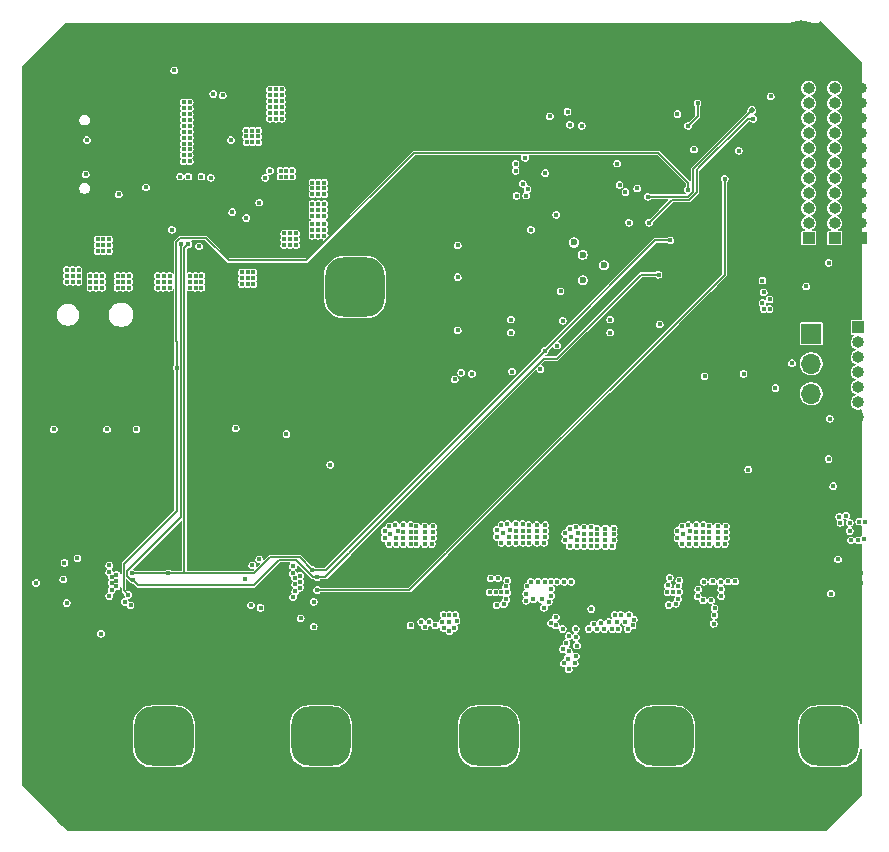
<source format=gbr>
%TF.GenerationSoftware,KiCad,Pcbnew,9.0.0*%
%TF.CreationDate,2025-08-15T19:16:38+03:00*%
%TF.ProjectId,USB-PD-Voltage-supply,5553422d-5044-42d5-966f-6c746167652d,rev?*%
%TF.SameCoordinates,Original*%
%TF.FileFunction,Copper,L2,Inr*%
%TF.FilePolarity,Positive*%
%FSLAX46Y46*%
G04 Gerber Fmt 4.6, Leading zero omitted, Abs format (unit mm)*
G04 Created by KiCad (PCBNEW 9.0.0) date 2025-08-15 19:16:38*
%MOMM*%
%LPD*%
G01*
G04 APERTURE LIST*
G04 Aperture macros list*
%AMRoundRect*
0 Rectangle with rounded corners*
0 $1 Rounding radius*
0 $2 $3 $4 $5 $6 $7 $8 $9 X,Y pos of 4 corners*
0 Add a 4 corners polygon primitive as box body*
4,1,4,$2,$3,$4,$5,$6,$7,$8,$9,$2,$3,0*
0 Add four circle primitives for the rounded corners*
1,1,$1+$1,$2,$3*
1,1,$1+$1,$4,$5*
1,1,$1+$1,$6,$7*
1,1,$1+$1,$8,$9*
0 Add four rect primitives between the rounded corners*
20,1,$1+$1,$2,$3,$4,$5,0*
20,1,$1+$1,$4,$5,$6,$7,0*
20,1,$1+$1,$6,$7,$8,$9,0*
20,1,$1+$1,$8,$9,$2,$3,0*%
G04 Aperture macros list end*
%TA.AperFunction,ComponentPad*%
%ADD10C,0.600000*%
%TD*%
%TA.AperFunction,ComponentPad*%
%ADD11RoundRect,1.500000X-1.000000X-1.000000X1.000000X-1.000000X1.000000X1.000000X-1.000000X1.000000X0*%
%TD*%
%TA.AperFunction,ComponentPad*%
%ADD12R,1.000000X1.000000*%
%TD*%
%TA.AperFunction,ComponentPad*%
%ADD13O,1.000000X1.000000*%
%TD*%
%TA.AperFunction,HeatsinkPad*%
%ADD14O,2.100000X1.000000*%
%TD*%
%TA.AperFunction,HeatsinkPad*%
%ADD15O,1.800000X1.000000*%
%TD*%
%TA.AperFunction,ComponentPad*%
%ADD16O,4.000000X4.000000*%
%TD*%
%TA.AperFunction,ComponentPad*%
%ADD17RoundRect,1.500000X1.000000X-1.000000X1.000000X1.000000X-1.000000X1.000000X-1.000000X-1.000000X0*%
%TD*%
%TA.AperFunction,ComponentPad*%
%ADD18R,1.700000X1.700000*%
%TD*%
%TA.AperFunction,ComponentPad*%
%ADD19O,1.700000X1.700000*%
%TD*%
%TA.AperFunction,ViaPad*%
%ADD20C,0.400000*%
%TD*%
%TA.AperFunction,ViaPad*%
%ADD21C,0.500000*%
%TD*%
%TA.AperFunction,ViaPad*%
%ADD22C,0.600000*%
%TD*%
%TA.AperFunction,Conductor*%
%ADD23C,0.127000*%
%TD*%
G04 APERTURE END LIST*
D10*
%TO.N,Net-(D17-A)*%
%TO.C,TP25*%
X173200000Y-123150000D03*
X173200000Y-123800000D03*
X173200000Y-124450000D03*
X173350000Y-125200000D03*
X173550000Y-122500000D03*
X173950000Y-125700000D03*
X174200000Y-122000000D03*
D11*
X174950000Y-123900000D03*
D10*
X174950000Y-125850000D03*
X175000000Y-121850000D03*
X175750000Y-122000000D03*
X176100000Y-125650000D03*
X176350000Y-122500000D03*
X176500000Y-125100000D03*
X176700000Y-123150000D03*
X176700000Y-123800000D03*
X176700000Y-124450000D03*
%TD*%
D12*
%TO.N,+3.3V_LDO*%
%TO.C,J6*%
X189400000Y-81700000D03*
D13*
X189400000Y-80430000D03*
X189400000Y-79160000D03*
X189400000Y-77890000D03*
X189400000Y-76620000D03*
X189400000Y-75350000D03*
X189400000Y-74080000D03*
X189400000Y-72810000D03*
X189400000Y-71540000D03*
X189400000Y-70270000D03*
X189400000Y-69000000D03*
%TD*%
D12*
%TO.N,Earth*%
%TO.C,J7*%
X191600000Y-81700000D03*
D13*
X191600000Y-80430000D03*
X191600000Y-79160000D03*
X191600000Y-77890000D03*
X191600000Y-76620000D03*
X191600000Y-75350000D03*
X191600000Y-74080000D03*
X191600000Y-72810000D03*
X191600000Y-71540000D03*
X191600000Y-70270000D03*
X191600000Y-69000000D03*
%TD*%
D10*
%TO.N,Earth*%
%TO.C,TP18*%
X125050000Y-123200000D03*
X125050000Y-123850000D03*
X125050000Y-124500000D03*
X125200000Y-125250000D03*
X125400000Y-122550000D03*
X125800000Y-125750000D03*
X126050000Y-122050000D03*
D11*
X126800000Y-123950000D03*
D10*
X126800000Y-125900000D03*
X126850000Y-121900000D03*
X127600000Y-122050000D03*
X127950000Y-125700000D03*
X128200000Y-122550000D03*
X128350000Y-125150000D03*
X128550000Y-123200000D03*
X128550000Y-123850000D03*
X128550000Y-124500000D03*
%TD*%
D14*
%TO.N,Earth*%
%TO.C,J4*%
X126425000Y-70280000D03*
D15*
X122225000Y-70280000D03*
D14*
X126425000Y-78920000D03*
D15*
X122225000Y-78920000D03*
%TD*%
D16*
%TO.N,Earth*%
%TO.C,*%
X186600000Y-129619560D03*
%TD*%
D10*
%TO.N,Earth*%
%TO.C,TP20*%
X138250000Y-123150000D03*
X138250000Y-123800000D03*
X138250000Y-124450000D03*
X138400000Y-125200000D03*
X138600000Y-122500000D03*
X139000000Y-125700000D03*
X139250000Y-122000000D03*
D11*
X140000000Y-123900000D03*
D10*
X140000000Y-125850000D03*
X140050000Y-121850000D03*
X140800000Y-122000000D03*
X141150000Y-125650000D03*
X141400000Y-122500000D03*
X141550000Y-125100000D03*
X141750000Y-123150000D03*
X141750000Y-123800000D03*
X141750000Y-124450000D03*
%TD*%
%TO.N,Net-(D13-A)*%
%TO.C,TP17*%
X130900000Y-123150000D03*
X130900000Y-123800000D03*
X130900000Y-124450000D03*
X131050000Y-125200000D03*
X131250000Y-122500000D03*
X131650000Y-125700000D03*
X131900000Y-122000000D03*
D11*
X132650000Y-123900000D03*
D10*
X132650000Y-125850000D03*
X132700000Y-121850000D03*
X133450000Y-122000000D03*
X133800000Y-125650000D03*
X134050000Y-122500000D03*
X134200000Y-125100000D03*
X134400000Y-123150000D03*
X134400000Y-123800000D03*
X134400000Y-124450000D03*
%TD*%
%TO.N,Net-(D16-A)*%
%TO.C,TP23*%
X158400000Y-123150000D03*
X158400000Y-123800000D03*
X158400000Y-124450000D03*
X158550000Y-125200000D03*
X158750000Y-122500000D03*
X159150000Y-125700000D03*
X159400000Y-122000000D03*
D11*
X160150000Y-123900000D03*
D10*
X160150000Y-125850000D03*
X160200000Y-121850000D03*
X160950000Y-122000000D03*
X161300000Y-125650000D03*
X161550000Y-122500000D03*
X161700000Y-125100000D03*
X161900000Y-123150000D03*
X161900000Y-123800000D03*
X161900000Y-124450000D03*
%TD*%
D16*
%TO.N,Earth*%
%TO.C,*%
X125200000Y-65500000D03*
%TD*%
D10*
%TO.N,Earth*%
%TO.C,TP16*%
X148000000Y-93350000D03*
X148650000Y-93350000D03*
X149300000Y-93350000D03*
X150050000Y-93200000D03*
X147350000Y-93000000D03*
X150550000Y-92600000D03*
X146850000Y-92350000D03*
D17*
X148750000Y-91600000D03*
D10*
X150700000Y-91600000D03*
X146700000Y-91550000D03*
X146850000Y-90800000D03*
X150500000Y-90450000D03*
X147350000Y-90200000D03*
X149950000Y-90050000D03*
X148000000Y-89850000D03*
X148650000Y-89850000D03*
X149300000Y-89850000D03*
%TD*%
D12*
%TO.N,BUTTON_1*%
%TO.C,J5*%
X187200000Y-81700000D03*
D13*
%TO.N,BUTTON_2*%
X187200000Y-80430000D03*
%TO.N,BUTTON_3*%
X187200000Y-79160000D03*
%TO.N,BUTTON_4*%
X187200000Y-77890000D03*
%TO.N,BUTTON_5*%
X187200000Y-76620000D03*
%TO.N,BUTTON_6*%
X187200000Y-75350000D03*
%TO.N,BUTTON_7*%
X187200000Y-74080000D03*
%TO.N,BUTTON_8*%
X187200000Y-72810000D03*
%TO.N,BUTTON_9*%
X187200000Y-71540000D03*
%TO.N,BUTTON_10*%
X187200000Y-70270000D03*
%TO.N,BUTTON_11*%
X187200000Y-69000000D03*
%TD*%
D16*
%TO.N,Earth*%
%TO.C,*%
X125200000Y-129869560D03*
%TD*%
D10*
%TO.N,Earth*%
%TO.C,TP22*%
X181250000Y-123200000D03*
X181250000Y-123850000D03*
X181250000Y-124500000D03*
X181400000Y-125250000D03*
X181600000Y-122550000D03*
X182000000Y-125750000D03*
X182250000Y-122050000D03*
D11*
X183000000Y-123950000D03*
D10*
X183000000Y-125900000D03*
X183050000Y-121900000D03*
X183800000Y-122050000D03*
X184150000Y-125700000D03*
X184400000Y-122550000D03*
X184550000Y-125150000D03*
X184750000Y-123200000D03*
X184750000Y-123850000D03*
X184750000Y-124500000D03*
%TD*%
%TO.N,Net-(F1-Pad2)*%
%TO.C,TP15*%
X148050000Y-87600000D03*
X148700000Y-87600000D03*
X149350000Y-87600000D03*
X150100000Y-87450000D03*
X147400000Y-87250000D03*
X150600000Y-86850000D03*
X146900000Y-86600000D03*
D17*
X148800000Y-85850000D03*
D10*
X150750000Y-85850000D03*
X146750000Y-85800000D03*
X146900000Y-85050000D03*
X150550000Y-84700000D03*
X147400000Y-84450000D03*
X150000000Y-84300000D03*
X148050000Y-84100000D03*
X148700000Y-84100000D03*
X149350000Y-84100000D03*
%TD*%
%TO.N,Earth*%
%TO.C,TP24*%
X152450000Y-123150000D03*
X152450000Y-123800000D03*
X152450000Y-124450000D03*
X152600000Y-125200000D03*
X152800000Y-122500000D03*
X153200000Y-125700000D03*
X153450000Y-122000000D03*
D11*
X154200000Y-123900000D03*
D10*
X154200000Y-125850000D03*
X154250000Y-121850000D03*
X155000000Y-122000000D03*
X155350000Y-125650000D03*
X155600000Y-122500000D03*
X155750000Y-125100000D03*
X155950000Y-123150000D03*
X155950000Y-123800000D03*
X155950000Y-124450000D03*
%TD*%
%TO.N,Net-(D15-A)*%
%TO.C,TP21*%
X187200000Y-123150000D03*
X187200000Y-123800000D03*
X187200000Y-124450000D03*
X187350000Y-125200000D03*
X187550000Y-122500000D03*
X187950000Y-125700000D03*
X188200000Y-122000000D03*
D11*
X188950000Y-123900000D03*
D10*
X188950000Y-125850000D03*
X189000000Y-121850000D03*
X189750000Y-122000000D03*
X190100000Y-125650000D03*
X190350000Y-122500000D03*
X190500000Y-125100000D03*
X190700000Y-123150000D03*
X190700000Y-123800000D03*
X190700000Y-124450000D03*
%TD*%
D16*
%TO.N,Earth*%
%TO.C,*%
X186600000Y-65250000D03*
%TD*%
D10*
%TO.N,Earth*%
%TO.C,TP26*%
X167250000Y-123150000D03*
X167250000Y-123800000D03*
X167250000Y-124450000D03*
X167400000Y-125200000D03*
X167600000Y-122500000D03*
X168000000Y-125700000D03*
X168250000Y-122000000D03*
D11*
X169000000Y-123900000D03*
D10*
X169000000Y-125850000D03*
X169050000Y-121850000D03*
X169800000Y-122000000D03*
X170150000Y-125650000D03*
X170400000Y-122500000D03*
X170550000Y-125100000D03*
X170750000Y-123150000D03*
X170750000Y-123800000D03*
X170750000Y-124450000D03*
%TD*%
%TO.N,Net-(D14-A)*%
%TO.C,TP19*%
X144150000Y-123150000D03*
X144150000Y-123800000D03*
X144150000Y-124450000D03*
X144300000Y-125200000D03*
X144500000Y-122500000D03*
X144900000Y-125700000D03*
X145150000Y-122000000D03*
D11*
X145900000Y-123900000D03*
D10*
X145900000Y-125850000D03*
X145950000Y-121850000D03*
X146700000Y-122000000D03*
X147050000Y-125650000D03*
X147300000Y-122500000D03*
X147450000Y-125100000D03*
X147650000Y-123150000D03*
X147650000Y-123800000D03*
X147650000Y-124450000D03*
%TD*%
D12*
%TO.N,ST7789_CS*%
%TO.C,J2*%
X191400000Y-89250000D03*
D13*
%TO.N,ST7789_DC*%
X191400000Y-90520000D03*
%TO.N,ST7789_RST*%
X191400000Y-91790000D03*
%TO.N,SPI_MOSI*%
X191400000Y-93060000D03*
%TO.N,SPI_SCLK*%
X191400000Y-94330000D03*
%TO.N,+5.2V_*%
X191400000Y-95600000D03*
%TO.N,Earth*%
X191400000Y-96870000D03*
%TD*%
D18*
%TO.N,+3.3V_LDO*%
%TO.C,J3*%
X187425000Y-89800000D03*
D19*
%TO.N,U0RX*%
X187425000Y-92340000D03*
%TO.N,Net-(J3-Pin_3)*%
X187425000Y-94880000D03*
%TO.N,Earth*%
X187425000Y-97420000D03*
%TD*%
D20*
%TO.N,Earth*%
X121500000Y-96100000D03*
X146300000Y-66500000D03*
X167400000Y-76000000D03*
X124600000Y-63900000D03*
X125200000Y-63800000D03*
X142503044Y-112067645D03*
X126932431Y-110270087D03*
X190500000Y-102500000D03*
X138300000Y-67500000D03*
X188250000Y-65750000D03*
X164900000Y-123400000D03*
X168700000Y-77400000D03*
X128700000Y-67200000D03*
X134900000Y-105800000D03*
X168500000Y-77800000D03*
X183000000Y-128600000D03*
X126200000Y-68200000D03*
X167700000Y-78400000D03*
X182800000Y-115300000D03*
X163500000Y-75800000D03*
X148700000Y-73900000D03*
X124810199Y-131525884D03*
X143800000Y-67100000D03*
X156000000Y-87000000D03*
X123500000Y-65300000D03*
X135300000Y-79500000D03*
X124200000Y-66900000D03*
X147900000Y-67600000D03*
X139900000Y-68100000D03*
X123710199Y-129075884D03*
X123200000Y-67200000D03*
X127800000Y-79600000D03*
X132700000Y-111900000D03*
X123400000Y-99500000D03*
X128200000Y-80400000D03*
X127700000Y-67100000D03*
X135800000Y-79200000D03*
X166300000Y-77100000D03*
X184000000Y-115300000D03*
X135100000Y-92500000D03*
X184900000Y-129419560D03*
X178300000Y-117200000D03*
X127800000Y-101200000D03*
X165800000Y-101000000D03*
X135000000Y-78400000D03*
X130400000Y-69000000D03*
X122200000Y-83400000D03*
X123810199Y-130825884D03*
X124700000Y-70400000D03*
X143100000Y-131200000D03*
X183400000Y-111000000D03*
X150700000Y-96700000D03*
X125850000Y-63950000D03*
X126910199Y-129775884D03*
X146900000Y-78700000D03*
X173800000Y-101700000D03*
X186600000Y-63550000D03*
X167900000Y-77300000D03*
X147700000Y-70200000D03*
X126800000Y-95400000D03*
X125800000Y-102100000D03*
X141600000Y-65200000D03*
X138300000Y-131300000D03*
X126900000Y-65400000D03*
X132500000Y-68300000D03*
X160400000Y-99400000D03*
X122700000Y-89400000D03*
X126926211Y-111888332D03*
X124500000Y-76100000D03*
X169200000Y-75900000D03*
X126000000Y-96500000D03*
X128000000Y-93200000D03*
X153200000Y-87300000D03*
X191300000Y-109400000D03*
X132600000Y-66500000D03*
X136700000Y-73600000D03*
X139700000Y-80800000D03*
X184900000Y-111200000D03*
X142100000Y-67100000D03*
X151100000Y-82100000D03*
X186200000Y-131269560D03*
X187800000Y-128419560D03*
X185600000Y-131019560D03*
X142503044Y-111567645D03*
X167800000Y-77800000D03*
X124050000Y-64200000D03*
X154000000Y-82700000D03*
X185200000Y-66200000D03*
X126760199Y-129175884D03*
X155500000Y-94000000D03*
X128900000Y-71000000D03*
X179900000Y-99800000D03*
X191600000Y-110900000D03*
X137200000Y-73300000D03*
X123400000Y-100800000D03*
X142513924Y-109389272D03*
X168600000Y-75500000D03*
X188400000Y-106300000D03*
X185100000Y-64450000D03*
X187800000Y-64050000D03*
X151900000Y-128700000D03*
X125210199Y-128175884D03*
X123560199Y-130275884D03*
X182800000Y-100800000D03*
X130400000Y-80400000D03*
X126900000Y-93800000D03*
X123300000Y-77200000D03*
X136500000Y-80300000D03*
X168100000Y-128200000D03*
X123700000Y-64700000D03*
X125800000Y-90300000D03*
X126400000Y-64300000D03*
X168200000Y-91200000D03*
X121200000Y-111100000D03*
X126750000Y-64800000D03*
X121900000Y-81000000D03*
X156000000Y-91700000D03*
X171000000Y-128100000D03*
X121200000Y-113100000D03*
X130200000Y-107500000D03*
X134300000Y-78700000D03*
X147100000Y-65000000D03*
X134300000Y-79200000D03*
X131800000Y-80400000D03*
X179100000Y-65100000D03*
X191500000Y-112500000D03*
X129100000Y-69500000D03*
X121300000Y-94200000D03*
X151900000Y-83300000D03*
X129700000Y-80400000D03*
X123800000Y-66450000D03*
X135300000Y-78800000D03*
X159000000Y-100100000D03*
X184900000Y-98300000D03*
X188500000Y-107700000D03*
X178700000Y-120600000D03*
X169400000Y-76300000D03*
X126926211Y-111388332D03*
X122200000Y-97300000D03*
X155500000Y-89900000D03*
X175300000Y-99300000D03*
X139700000Y-75900000D03*
X166200000Y-94800000D03*
X180000000Y-126200000D03*
X148900000Y-78400000D03*
X124210199Y-131275884D03*
X184900000Y-65050000D03*
X126060199Y-131325884D03*
X129400000Y-118500000D03*
X187250000Y-63700000D03*
X135800000Y-100400000D03*
X166300000Y-78500000D03*
X191600000Y-110100000D03*
X121600000Y-85900000D03*
X187900000Y-106800000D03*
X142200000Y-68100000D03*
X142503044Y-112567645D03*
X136100000Y-74900000D03*
X183800000Y-120900000D03*
X188150000Y-128919560D03*
X152000000Y-91800000D03*
X141100000Y-74900000D03*
X163700000Y-88900000D03*
X142509264Y-110449400D03*
X189200000Y-106600000D03*
X123000000Y-74300000D03*
X182900000Y-103600000D03*
X167900000Y-75400000D03*
X185450000Y-128319560D03*
X164900000Y-121900000D03*
X133100000Y-114000000D03*
X124060199Y-128575884D03*
X128400000Y-92100000D03*
X151100000Y-78700000D03*
X166200000Y-64000000D03*
X133000000Y-65000000D03*
X126937091Y-109209959D03*
X128100000Y-65300000D03*
X125860199Y-128325884D03*
X132800000Y-78900000D03*
X125450000Y-67200000D03*
X149900000Y-71100000D03*
X134800000Y-107900000D03*
X127300000Y-93100000D03*
X125000000Y-75300000D03*
X126926211Y-110853332D03*
X129300000Y-129700000D03*
X174100000Y-130500000D03*
X142500000Y-129400000D03*
X188400000Y-109400000D03*
X123400000Y-127600000D03*
X124400000Y-73200000D03*
X126926211Y-112388332D03*
X131600000Y-78500000D03*
X135800000Y-107600000D03*
X137700000Y-77300000D03*
X171100000Y-100800000D03*
X163500000Y-97100000D03*
X123100000Y-86100000D03*
X172000000Y-99800000D03*
X126850000Y-66000000D03*
X189000000Y-107700000D03*
X179100000Y-64100000D03*
X126934761Y-109734198D03*
X136600000Y-75300000D03*
X162600000Y-100900000D03*
X124400000Y-100200000D03*
X140100000Y-76300000D03*
X187250000Y-128069560D03*
X180900000Y-121000000D03*
X142503044Y-111032645D03*
X172000000Y-71700000D03*
X186850000Y-66950000D03*
X143100000Y-92500000D03*
X122600000Y-88100000D03*
X188150000Y-64550000D03*
X164900000Y-125000000D03*
X134300000Y-66900000D03*
X189200000Y-107200000D03*
X148000000Y-131300000D03*
X163900000Y-131000000D03*
X168100000Y-76300000D03*
X176400000Y-100100000D03*
X163800000Y-95800000D03*
X145200000Y-69300000D03*
X135300000Y-64900000D03*
X123700000Y-120700000D03*
X186000000Y-128019560D03*
X179100000Y-117900000D03*
X127900000Y-95100000D03*
X144500000Y-64800000D03*
X152800000Y-94000000D03*
X155300000Y-85700000D03*
X185200000Y-121200000D03*
X140686260Y-74856534D03*
X182400000Y-131200000D03*
X125460199Y-131575884D03*
X124610199Y-128275884D03*
X166100000Y-100200000D03*
X163200000Y-128600000D03*
X185450000Y-63950000D03*
X135400000Y-80000000D03*
X166200000Y-64700000D03*
X187900000Y-106300000D03*
X134300000Y-78100000D03*
X135700000Y-66400000D03*
X186850000Y-131319560D03*
X184700000Y-120200000D03*
X136200000Y-111700000D03*
X169300000Y-77100000D03*
X122200000Y-72900000D03*
X188800000Y-106900000D03*
X160300000Y-130800000D03*
X123600000Y-69100000D03*
X168900000Y-71500000D03*
X132700000Y-80300000D03*
X126510199Y-130925884D03*
X135900000Y-99100000D03*
X168800000Y-76100000D03*
X123100000Y-87700000D03*
X140900000Y-66600000D03*
X173900000Y-100500000D03*
X187900000Y-107700000D03*
X125900000Y-69200000D03*
X130300000Y-64400000D03*
X167200000Y-77900000D03*
X171000000Y-98200000D03*
X136500000Y-79600000D03*
X168409879Y-72636686D03*
X153600000Y-89800000D03*
X164100000Y-99900000D03*
X132500000Y-129600000D03*
X168800000Y-76800000D03*
X166400000Y-77900000D03*
X187450000Y-131069560D03*
X182100000Y-120200000D03*
X129400000Y-66300000D03*
X131700000Y-69000000D03*
X140800000Y-82300000D03*
X152200000Y-131100000D03*
X135400000Y-67800000D03*
X164800000Y-120300000D03*
X136100000Y-112900000D03*
X128300000Y-70500000D03*
X187900000Y-66300000D03*
X141100000Y-75500000D03*
X136500000Y-79000000D03*
X128300000Y-99800000D03*
X184950000Y-65650000D03*
X168200000Y-78300000D03*
X126500000Y-66550000D03*
X128300000Y-68900000D03*
X133700000Y-131700000D03*
X128800000Y-90600000D03*
X129700000Y-76700000D03*
X179300000Y-115800000D03*
X187900000Y-130669560D03*
X184950000Y-130019560D03*
X164800000Y-97900000D03*
X121400000Y-67300000D03*
X169300000Y-77900000D03*
X132300000Y-108200000D03*
X134300000Y-80300000D03*
X125100000Y-74200000D03*
X121800000Y-125400000D03*
X133300000Y-99000000D03*
X148600000Y-96500000D03*
X159000000Y-101200000D03*
X188300000Y-106700000D03*
X135700000Y-80400000D03*
X179000000Y-125000000D03*
X154300000Y-80200000D03*
X124300000Y-71800000D03*
X127900000Y-78400000D03*
X126050000Y-66950000D03*
X140000000Y-92100000D03*
X147700000Y-68600000D03*
X176400000Y-129300000D03*
X135900000Y-78700000D03*
X121900000Y-69200000D03*
X126860199Y-130375884D03*
X167300000Y-77400000D03*
X122300000Y-100200000D03*
X121900000Y-92400000D03*
X124300000Y-96200000D03*
X132600000Y-80900000D03*
X122900000Y-91400000D03*
X141100000Y-81600000D03*
X185600000Y-66650000D03*
X126410199Y-128675884D03*
X179200000Y-64500000D03*
X187900000Y-107300000D03*
X153600000Y-84800000D03*
X172000000Y-71100000D03*
X134800000Y-80300000D03*
X162700000Y-98700000D03*
X123200000Y-80000000D03*
X186600000Y-127919560D03*
X171300000Y-99900000D03*
X122400000Y-124300000D03*
X137700000Y-129000000D03*
X188100000Y-109800000D03*
X187450000Y-66700000D03*
X188300000Y-65150000D03*
X129100000Y-64600000D03*
X134300000Y-79800000D03*
X180800000Y-128400000D03*
X188800000Y-107300000D03*
X144800000Y-68400000D03*
X188300000Y-129519560D03*
X182500000Y-111600000D03*
X134800000Y-101800000D03*
X124800000Y-67150000D03*
X153500000Y-91700000D03*
X170500000Y-71000000D03*
X121800000Y-122000000D03*
X169300000Y-78400000D03*
X178500000Y-115200000D03*
X147400000Y-129300000D03*
X165300000Y-97300000D03*
X157600000Y-128000000D03*
X124700000Y-78300000D03*
X123510199Y-129675884D03*
X182500000Y-113500000D03*
X141300000Y-81100000D03*
X183700000Y-119400000D03*
X186200000Y-66900000D03*
X123550000Y-65900000D03*
X123100000Y-111000000D03*
X127100000Y-90300000D03*
X188250000Y-130119560D03*
X185100000Y-128819560D03*
X188300000Y-107200000D03*
X123900000Y-89900000D03*
X180100000Y-100600000D03*
X149600000Y-81100000D03*
X170500000Y-71600000D03*
X156500000Y-131100000D03*
X167900000Y-76900000D03*
X158600000Y-88800000D03*
X137000000Y-92600000D03*
X186000000Y-63650000D03*
X137600000Y-65800000D03*
X136100000Y-79900000D03*
X134900000Y-79100000D03*
X168800000Y-78400000D03*
X179900000Y-119700000D03*
X188900000Y-106300000D03*
X185300000Y-103300000D03*
X185200000Y-130569560D03*
X139504052Y-76355336D03*
X124200000Y-91200000D03*
X167300000Y-76700000D03*
X179300000Y-123000000D03*
X126200000Y-92000000D03*
X169300000Y-75500000D03*
X148300000Y-80600000D03*
X142511594Y-109913511D03*
X166900000Y-76900000D03*
X135000000Y-114000000D03*
%TO.N,+3.3V_LDO*%
X170400000Y-88600000D03*
X166200000Y-86200000D03*
X171000000Y-75400000D03*
X162000000Y-88600000D03*
X172000000Y-80400000D03*
X184000000Y-69700000D03*
X165837500Y-79737500D03*
X166400000Y-88700000D03*
X162476832Y-78123168D03*
X164900000Y-76200000D03*
X172700000Y-77500000D03*
X166800000Y-71000000D03*
X165300000Y-71400000D03*
X174600000Y-89000000D03*
%TO.N,+5.2V_USB_*%
X176500000Y-107600000D03*
X183900000Y-86900000D03*
X179073054Y-110778128D03*
X176100000Y-106500000D03*
X180100000Y-107600000D03*
X179167417Y-114353440D03*
X177700000Y-106600000D03*
X178800000Y-106100000D03*
X178800000Y-107600000D03*
X179800000Y-111421195D03*
X178300000Y-106000000D03*
X179500000Y-107600000D03*
X176600000Y-106800000D03*
X183400000Y-86300000D03*
X179500000Y-106100000D03*
X177000000Y-106000000D03*
X179747576Y-110813078D03*
X177700000Y-107600000D03*
X177821870Y-112032808D03*
X181005750Y-110774634D03*
X177700000Y-106000000D03*
X177100000Y-107100000D03*
X177700000Y-107100000D03*
X179233821Y-113629990D03*
X176500000Y-106100000D03*
X178800000Y-107100000D03*
X180200000Y-106600000D03*
X183300000Y-87200000D03*
X180200000Y-107100000D03*
X176100000Y-107100000D03*
X179244306Y-113060317D03*
X180383653Y-110774634D03*
X178325140Y-110802593D03*
X178300000Y-107100000D03*
X180200000Y-106100000D03*
X179810484Y-112008343D03*
X178290190Y-112385796D03*
X183900000Y-87700000D03*
X177863809Y-111438670D03*
X179500000Y-106600000D03*
X183400000Y-87700000D03*
X178950732Y-112364826D03*
X178300000Y-107600000D03*
X183300000Y-85300000D03*
X177100000Y-107600000D03*
X179500000Y-107100000D03*
X178800000Y-106600000D03*
X178300000Y-106600000D03*
X177200000Y-106500000D03*
%TO.N,Net-(U3-VREG_2V7)*%
X134700000Y-76500000D03*
%TO.N,Net-(U3-VREG_1V2)*%
X135800000Y-76500000D03*
%TO.N,PD_VDD*%
X137600000Y-69600000D03*
X139600000Y-80000000D03*
X134000000Y-76500000D03*
X138400000Y-79500000D03*
%TO.N,+5V_USB*%
X134300000Y-75200000D03*
X134800000Y-71200000D03*
X134800000Y-72200000D03*
X134300000Y-73200000D03*
X187000000Y-85800000D03*
X134300000Y-74200000D03*
X134800000Y-70700000D03*
X141200000Y-76600000D03*
X134800000Y-73700000D03*
X134300000Y-70700000D03*
X134800000Y-71700000D03*
X134800000Y-74200000D03*
X134300000Y-73700000D03*
X134800000Y-75200000D03*
X134800000Y-73200000D03*
X134800000Y-70200000D03*
X134300000Y-72700000D03*
X134300000Y-72200000D03*
X134300000Y-70200000D03*
X134800000Y-72700000D03*
X134800000Y-74700000D03*
X134300000Y-71700000D03*
X134300000Y-71200000D03*
X134300000Y-74700000D03*
%TO.N,PD-Voltage*%
X142800000Y-81300000D03*
X143300000Y-81800000D03*
X135800000Y-85900000D03*
X127400000Y-85400000D03*
X161700000Y-110700000D03*
X143000000Y-76500000D03*
X126400000Y-85400000D03*
X127500000Y-82300000D03*
X142600000Y-71100000D03*
X128000000Y-82300000D03*
X145700000Y-77000000D03*
X140600000Y-73600000D03*
X128600000Y-110700000D03*
X134800000Y-85400000D03*
X128000000Y-110000000D03*
X145700000Y-79300000D03*
X160700000Y-111700000D03*
X142600000Y-70100000D03*
X176154115Y-111167532D03*
X146200000Y-78000000D03*
X143300000Y-81300000D03*
X142500000Y-76000000D03*
X126900000Y-85400000D03*
X176254115Y-110667532D03*
X142100000Y-70600000D03*
X141600000Y-69100000D03*
X145700000Y-78800000D03*
X139200000Y-85600000D03*
X142800000Y-81800000D03*
X144151936Y-111300564D03*
X128600000Y-111200000D03*
X143751936Y-111600564D03*
X175254115Y-111667532D03*
X145200000Y-77000000D03*
X128000000Y-82800000D03*
X142600000Y-70600000D03*
X129200000Y-84900000D03*
X161400000Y-112700000D03*
X143800000Y-82300000D03*
X132600000Y-85400000D03*
X145700000Y-77500000D03*
X160200000Y-111700000D03*
X128200000Y-110400000D03*
X145700000Y-81000000D03*
X142600000Y-71600000D03*
X124900000Y-84900000D03*
X142100000Y-69600000D03*
X146200000Y-81000000D03*
X127400000Y-85900000D03*
X145700000Y-78000000D03*
X128700000Y-85900000D03*
X146200000Y-81500000D03*
X135800000Y-84900000D03*
X128200000Y-110900000D03*
X145700000Y-80500000D03*
X129700000Y-85900000D03*
X134800000Y-85900000D03*
X142600000Y-69600000D03*
X128700000Y-85400000D03*
X125400000Y-84900000D03*
X132100000Y-85900000D03*
X145200000Y-79800000D03*
X126900000Y-85900000D03*
X146200000Y-78800000D03*
X140100000Y-73100000D03*
X127000000Y-81800000D03*
X124400000Y-84900000D03*
X140200000Y-84600000D03*
X175354115Y-112767532D03*
X127400000Y-84900000D03*
X139638245Y-73585126D03*
X132600000Y-85900000D03*
X160800000Y-112800000D03*
X145700000Y-81500000D03*
X141600000Y-69600000D03*
X143551936Y-112100564D03*
X128000000Y-81800000D03*
X140100000Y-72600000D03*
X146200000Y-80500000D03*
X145200000Y-80500000D03*
X146200000Y-77500000D03*
X175754115Y-111667532D03*
X126400000Y-85900000D03*
X145200000Y-79300000D03*
X125400000Y-85400000D03*
X140200000Y-85100000D03*
X161200000Y-111700000D03*
X143551936Y-110100564D03*
X143300000Y-82300000D03*
X142100000Y-71600000D03*
X139600000Y-73100000D03*
X135800000Y-85400000D03*
X142100000Y-69100000D03*
X133100000Y-84900000D03*
X125400000Y-84400000D03*
X132600000Y-84900000D03*
X124900000Y-85400000D03*
X145700000Y-79800000D03*
X129700000Y-85400000D03*
X140200000Y-85600000D03*
X139700000Y-85600000D03*
X146200000Y-79800000D03*
X143000000Y-76000000D03*
X134800000Y-84900000D03*
X135300000Y-84900000D03*
X127000000Y-82300000D03*
X161600000Y-112300000D03*
X128700000Y-84900000D03*
X124400000Y-85400000D03*
X145200000Y-81500000D03*
X128600000Y-110200000D03*
X124400000Y-84400000D03*
X128000000Y-109400000D03*
X124900000Y-84400000D03*
X142800000Y-82300000D03*
X146200000Y-77000000D03*
X141600000Y-71100000D03*
X126400000Y-84900000D03*
X141600000Y-70100000D03*
X129200000Y-85900000D03*
X140100000Y-73600000D03*
X133100000Y-85400000D03*
X129200000Y-85400000D03*
X144151936Y-110300564D03*
X142100000Y-71100000D03*
X145200000Y-77500000D03*
X132100000Y-84900000D03*
X132100000Y-85400000D03*
X139700000Y-85100000D03*
X143800000Y-81300000D03*
X144151936Y-110800564D03*
X127500000Y-82800000D03*
X141600000Y-70600000D03*
X143800000Y-81800000D03*
X127000000Y-82800000D03*
X143751936Y-111000564D03*
X145200000Y-78000000D03*
X140600000Y-72600000D03*
X143551936Y-109500564D03*
X161700000Y-111700000D03*
X145200000Y-81000000D03*
X128000000Y-112000000D03*
X161600000Y-111200000D03*
X145200000Y-78800000D03*
X126900000Y-84900000D03*
X127500000Y-81800000D03*
X143500000Y-76500000D03*
X140600000Y-73100000D03*
X142500000Y-76500000D03*
X135300000Y-85900000D03*
X175300000Y-111100000D03*
X142100000Y-70100000D03*
X139200000Y-84600000D03*
X176254115Y-111667532D03*
X143500000Y-76000000D03*
X146200000Y-79300000D03*
X133100000Y-85900000D03*
X160300000Y-110500000D03*
X139700000Y-84600000D03*
X139600000Y-72600000D03*
X139200000Y-85100000D03*
X135300000Y-85400000D03*
X175954115Y-112667532D03*
X142600000Y-69100000D03*
X141600000Y-71600000D03*
X188900000Y-83800000D03*
X175454115Y-110467532D03*
X128200000Y-111500000D03*
X143751936Y-110500564D03*
X160900000Y-110500000D03*
X129700000Y-84900000D03*
X176154115Y-112267532D03*
%TO.N,Net-(U10-EXTVCC)*%
X129300000Y-112500000D03*
X124400000Y-112600000D03*
%TO.N,Net-(U11-EXTVCC)*%
X144200000Y-113900000D03*
X140000000Y-112800000D03*
%TO.N,Net-(U10-BOOT1)*%
X130300000Y-97900000D03*
X129800000Y-112800000D03*
%TO.N,Net-(U11-BOOT1)*%
X146700000Y-100900000D03*
X145300000Y-112500000D03*
%TO.N,+5.2V*%
X167500000Y-117100000D03*
X167400000Y-117700000D03*
X165800000Y-114500000D03*
X165800000Y-113800000D03*
X190800000Y-107300000D03*
X191400000Y-107300000D03*
X166400000Y-114800000D03*
X190400000Y-105200000D03*
X192000000Y-105700000D03*
X189900000Y-105800000D03*
X166700000Y-116000000D03*
X166900000Y-116700000D03*
X167500000Y-115500000D03*
X190700000Y-105800000D03*
X190700000Y-106500000D03*
X191500000Y-105700000D03*
X166800000Y-117300000D03*
X166500000Y-117700000D03*
X165400000Y-114300000D03*
X166900000Y-115400000D03*
X166400000Y-116500000D03*
X167600000Y-116200000D03*
X166900000Y-118200000D03*
X167500000Y-114800000D03*
X191900000Y-107200000D03*
X189800000Y-105300000D03*
%TO.N,Net-(U10-BOOT2)*%
X123300000Y-97900000D03*
X121800000Y-110900000D03*
%TO.N,Net-(U11-BOOT2)*%
X140800000Y-113000000D03*
X138700000Y-97800000D03*
%TO.N,VOUT1_*%
X157250000Y-93650000D03*
X125300000Y-108800000D03*
X157800000Y-93100000D03*
%TO.N,VOUT2_*%
X162100000Y-93000000D03*
X140700000Y-108900000D03*
%TO.N,Net-(D10-K)*%
X152900000Y-106600000D03*
X152300000Y-107100000D03*
X151300000Y-106500000D03*
X156800000Y-114200000D03*
X156800000Y-113600000D03*
X154000000Y-107600000D03*
X153500000Y-107100000D03*
X152200000Y-106000000D03*
X157200000Y-114700000D03*
X155100000Y-114200000D03*
X152900000Y-107600000D03*
X156300000Y-114700000D03*
X151300000Y-107100000D03*
X151700000Y-107600000D03*
X151700000Y-106100000D03*
X154000000Y-106600000D03*
X153500000Y-107600000D03*
X154700000Y-114600000D03*
X154000000Y-107100000D03*
X156800000Y-115000000D03*
X155300000Y-107600000D03*
X151800000Y-106800000D03*
X152900000Y-106000000D03*
X157400000Y-114100000D03*
X153500000Y-106600000D03*
X155400000Y-106600000D03*
X152400000Y-106500000D03*
X155600000Y-114500000D03*
X154700000Y-106600000D03*
X154700000Y-106100000D03*
X155400000Y-106100000D03*
X152900000Y-107100000D03*
X157300000Y-113600000D03*
X153500000Y-106000000D03*
X154400000Y-114200000D03*
X156300000Y-113600000D03*
X155400000Y-107100000D03*
X154700000Y-107600000D03*
X154000000Y-106100000D03*
X156200000Y-114200000D03*
X152300000Y-107600000D03*
X154700000Y-107100000D03*
%TO.N,Net-(D11-K)*%
X168200000Y-106800000D03*
X169300000Y-106300000D03*
X168200000Y-106200000D03*
X172300000Y-114500000D03*
X166600000Y-106700000D03*
X169300000Y-106800000D03*
X170000000Y-107300000D03*
X171000000Y-114200000D03*
X168800000Y-106800000D03*
X171300000Y-113600000D03*
X170000000Y-107800000D03*
X168200000Y-107300000D03*
X167500000Y-106200000D03*
X169300000Y-107300000D03*
X170800000Y-113600000D03*
X167100000Y-107000000D03*
X171100000Y-114800000D03*
X169000000Y-114400000D03*
X168800000Y-106200000D03*
X170600000Y-107800000D03*
X170600000Y-114800000D03*
X166600000Y-107300000D03*
X169300000Y-107800000D03*
X171700000Y-114200000D03*
X168800000Y-113100000D03*
X167600000Y-107300000D03*
X170700000Y-106300000D03*
X169600000Y-114300000D03*
X171900000Y-114800000D03*
X170000000Y-106300000D03*
X170700000Y-107300000D03*
X169900000Y-114800000D03*
X170300000Y-114200000D03*
X167600000Y-107800000D03*
X168800000Y-107300000D03*
X168200000Y-107800000D03*
X169300000Y-114800000D03*
X170700000Y-106800000D03*
X172400000Y-114000000D03*
X167000000Y-107800000D03*
X167700000Y-106700000D03*
X168600000Y-114800000D03*
X170000000Y-106800000D03*
X168800000Y-107800000D03*
X167000000Y-106300000D03*
X172000000Y-113600000D03*
%TO.N,Net-(U10-COMP)*%
X124100000Y-110600000D03*
X127800000Y-97900000D03*
%TO.N,Net-(U11-COMP)*%
X143000000Y-98300000D03*
X139500000Y-110600000D03*
%TO.N,Net-(C70-Pad1)*%
X161900000Y-106400000D03*
X164900000Y-110800000D03*
X164300000Y-110800000D03*
X163900000Y-112300000D03*
X163000000Y-107000000D03*
X164200000Y-106500000D03*
X163300000Y-112400000D03*
X162400000Y-105900000D03*
X164800000Y-107500000D03*
X163500000Y-106000000D03*
X163000000Y-107500000D03*
X161800000Y-107500000D03*
X163500000Y-107000000D03*
X162400000Y-107500000D03*
X164200000Y-106000000D03*
X160800000Y-106400000D03*
X163700000Y-110800000D03*
X165400000Y-110800000D03*
X164800000Y-113000000D03*
X161700000Y-105900000D03*
X164900000Y-106500000D03*
X164200000Y-107500000D03*
X164600000Y-112300000D03*
X164900000Y-106000000D03*
X161200000Y-107500000D03*
X165900000Y-110800000D03*
X162400000Y-107000000D03*
X161300000Y-106700000D03*
X163500000Y-107500000D03*
X164900000Y-107000000D03*
X165400000Y-112000000D03*
X161800000Y-107000000D03*
X163000000Y-106500000D03*
X161200000Y-106000000D03*
X160800000Y-107000000D03*
X163400000Y-111200000D03*
X165400000Y-111400000D03*
X162400000Y-106500000D03*
X167100000Y-110800000D03*
X153500000Y-114500000D03*
X163500000Y-106500000D03*
X164200000Y-107000000D03*
X166500000Y-110800000D03*
X165200000Y-112500000D03*
X163000000Y-105900000D03*
X163300000Y-111800000D03*
%TO.N,VOUT1*%
X158700000Y-93200000D03*
X124200000Y-109200000D03*
X127300000Y-115200000D03*
%TO.N,VOUT2*%
X164500000Y-92800000D03*
X145300000Y-114600000D03*
X140100000Y-109400000D03*
%TO.N,Net-(D3-L1)*%
X131100000Y-77400000D03*
X126100000Y-73400000D03*
%TO.N,Net-(D3-L2)*%
X126000000Y-76300000D03*
X128800000Y-78000000D03*
%TO.N,LDO_EN*%
X189700000Y-108900000D03*
X177500000Y-74200000D03*
%TO.N,SPI_MOSI*%
X189000000Y-97000000D03*
X163407864Y-77560678D03*
X181700000Y-93200000D03*
%TO.N,SPI_SCLK*%
X189300000Y-102700000D03*
X163000000Y-77100000D03*
X178400000Y-93400000D03*
%TO.N,POT_CS*%
X188900000Y-100400000D03*
X163200000Y-74900000D03*
%TO.N,VOUT3*%
X182100000Y-101300000D03*
X189100000Y-111800000D03*
%TO.N,ST7789_DC*%
X163700000Y-81000000D03*
%TO.N,ST7789_CS*%
X163300000Y-78100000D03*
%TO.N,ST7789_RST*%
X181300000Y-74300000D03*
%TO.N,U0RX*%
X171700000Y-77800000D03*
X185800000Y-92300000D03*
%TO.N,Net-(Q1-G)*%
X140700000Y-78700000D03*
X138300000Y-73400000D03*
X136800000Y-69500000D03*
%TO.N,SCL*%
X130007864Y-110639322D03*
X173700000Y-80400000D03*
X174500000Y-84800000D03*
X134100000Y-82200000D03*
X145600000Y-110400000D03*
X182500000Y-71600000D03*
%TO.N,SDA*%
X134700000Y-82200000D03*
X175500000Y-81900000D03*
X173600000Y-78200000D03*
X164856904Y-91256904D03*
X133000000Y-110100000D03*
D21*
X182400000Y-70900000D03*
D20*
X145200000Y-109800000D03*
X129900000Y-110100000D03*
%TO.N,U0TX*%
X171200000Y-77200000D03*
X184400000Y-94400000D03*
%TO.N,CURR_SENSE_1*%
X157500000Y-85000000D03*
X168000000Y-72200000D03*
X157500000Y-82300000D03*
X157500000Y-89500000D03*
%TO.N,CURR_SENSE_2*%
X162000000Y-89700000D03*
X167000000Y-72100000D03*
%TO.N,CURR_SENSE_3*%
X162400000Y-75400000D03*
X170400000Y-89700000D03*
%TO.N,CURR_SENSE_4*%
X165900000Y-90800000D03*
X162400000Y-76000000D03*
D22*
%TO.N,SPIWP*%
X169890000Y-84015000D03*
X167350000Y-82075000D03*
%TO.N,SPICS0*%
X168075000Y-85275000D03*
X168075000Y-83100000D03*
D20*
%TO.N,DISH*%
X141600000Y-76000000D03*
X135600000Y-82400000D03*
%TO.N,Net-(U3-ALERT)*%
X133500000Y-67500000D03*
X136600000Y-76600000D03*
%TO.N,Net-(U4-~{INT})*%
X177800000Y-70300000D03*
X177000000Y-72200000D03*
%TO.N,PD-RST*%
X176100000Y-71200000D03*
X133300000Y-81000000D03*
%TO.N,TPS1_EN*%
X129600000Y-111900000D03*
X177000000Y-77600000D03*
X133700000Y-92700000D03*
%TO.N,TPS2_EN*%
X180100000Y-76700000D03*
X145600000Y-111500000D03*
%TD*%
D23*
%TO.N,SCL*%
X177760624Y-77786192D02*
X177091817Y-78454999D01*
X134100000Y-105313808D02*
X129485500Y-109928308D01*
X129853130Y-110639322D02*
X130007864Y-110639322D01*
X146300000Y-110400000D02*
X148300000Y-108400000D01*
X129485500Y-109928308D02*
X129485500Y-110271692D01*
X182060624Y-71600000D02*
X177880312Y-75780312D01*
X177880312Y-75780312D02*
X177760624Y-75900000D01*
X173000000Y-84800000D02*
X174500000Y-84800000D01*
X175645001Y-78454999D02*
X173700000Y-80400000D01*
X165900000Y-91900000D02*
X173000000Y-84800000D01*
X148300000Y-108400000D02*
X164800000Y-91900000D01*
X129485500Y-110271692D02*
X129853130Y-110639322D01*
X140217004Y-111100000D02*
X142342232Y-108974772D01*
X164800000Y-91900000D02*
X165900000Y-91900000D01*
X143788580Y-108974772D02*
X145213808Y-110400000D01*
X130007864Y-110639322D02*
X130468542Y-111100000D01*
X130468542Y-111100000D02*
X140217004Y-111100000D01*
X177091817Y-78454999D02*
X175645001Y-78454999D01*
X142342232Y-108974772D02*
X143788580Y-108974772D01*
X145600000Y-110400000D02*
X146300000Y-110400000D01*
X177760624Y-75900000D02*
X177760624Y-77786192D01*
X145213808Y-110400000D02*
X145600000Y-110400000D01*
X134100000Y-82200000D02*
X134100000Y-105313808D01*
X182500000Y-71600000D02*
X182060624Y-71600000D01*
%TO.N,SDA*%
X164856904Y-91256904D02*
X174213808Y-81900000D01*
X177414500Y-75885500D02*
X177414500Y-77771692D01*
X134355000Y-82545000D02*
X134355000Y-110055000D01*
X133000000Y-110100000D02*
X129900000Y-110100000D01*
X145200000Y-109800000D02*
X146313808Y-109800000D01*
X134700000Y-82200000D02*
X134355000Y-82545000D01*
X144119772Y-108719772D02*
X141623036Y-108719772D01*
X134400000Y-110100000D02*
X133000000Y-110100000D01*
X140242808Y-110100000D02*
X134400000Y-110100000D01*
X145200000Y-109800000D02*
X144119772Y-108719772D01*
X176986192Y-78200000D02*
X173600000Y-78200000D01*
X182400000Y-70900000D02*
X177414500Y-75885500D01*
X134355000Y-110055000D02*
X134400000Y-110100000D01*
X146313808Y-109800000D02*
X164856904Y-91256904D01*
X174213808Y-81900000D02*
X175500000Y-81900000D01*
X177414500Y-77771692D02*
X176986192Y-78200000D01*
X141623036Y-108719772D02*
X140242808Y-110100000D01*
%TO.N,Net-(U4-~{INT})*%
X177000000Y-72200000D02*
X177800000Y-71400000D01*
X177800000Y-71400000D02*
X177800000Y-70300000D01*
%TO.N,TPS1_EN*%
X133685500Y-90385500D02*
X133685500Y-82028308D01*
X133700000Y-104800000D02*
X133700000Y-92700000D01*
X129600000Y-111900000D02*
X129230501Y-111530501D01*
X133685500Y-82028308D02*
X134013808Y-81700000D01*
X177000000Y-77000000D02*
X177000000Y-77600000D01*
X138100000Y-83600000D02*
X144686192Y-83600000D01*
X133700000Y-90400000D02*
X133685500Y-90385500D01*
X153800692Y-74485500D02*
X174485500Y-74485500D01*
X144686192Y-83600000D02*
X153800692Y-74485500D01*
X136200000Y-81700000D02*
X138100000Y-83600000D01*
X129230501Y-109269499D02*
X133700000Y-104800000D01*
X133700000Y-92700000D02*
X133700000Y-90400000D01*
X174485500Y-74485500D02*
X177000000Y-77000000D01*
X134013808Y-81700000D02*
X136200000Y-81700000D01*
X129230501Y-111530501D02*
X129230501Y-109269499D01*
%TO.N,TPS2_EN*%
X180100000Y-84800000D02*
X180100000Y-76700000D01*
X153400000Y-111500000D02*
X156500000Y-108400000D01*
X145600000Y-111500000D02*
X153400000Y-111500000D01*
X156500000Y-108400000D02*
X180100000Y-84800000D01*
%TD*%
%TA.AperFunction,Conductor*%
%TO.N,Earth*%
G36*
X134145694Y-105626616D02*
G01*
X134164000Y-105670810D01*
X134164000Y-109846500D01*
X134145694Y-109890694D01*
X134101500Y-109909000D01*
X133298043Y-109909000D01*
X133253849Y-109890694D01*
X133201094Y-109837939D01*
X133201090Y-109837935D01*
X133126410Y-109794819D01*
X133126409Y-109794818D01*
X133126408Y-109794818D01*
X133043121Y-109772500D01*
X133043116Y-109772500D01*
X132956884Y-109772500D01*
X132956878Y-109772500D01*
X132873592Y-109794818D01*
X132873590Y-109794818D01*
X132821095Y-109825126D01*
X132798910Y-109837935D01*
X132798909Y-109837936D01*
X132798905Y-109837939D01*
X132746151Y-109890694D01*
X132701957Y-109909000D01*
X130198043Y-109909000D01*
X130153849Y-109890694D01*
X130101094Y-109837939D01*
X130101090Y-109837935D01*
X130026410Y-109794819D01*
X130022680Y-109793819D01*
X129984732Y-109764698D01*
X129978490Y-109717271D01*
X129994664Y-109689258D01*
X134057306Y-105626615D01*
X134101500Y-105608310D01*
X134145694Y-105626616D01*
G37*
%TD.AperFunction*%
%TA.AperFunction,Conductor*%
G36*
X188244194Y-63344194D02*
G01*
X191681694Y-66781694D01*
X191700000Y-66825888D01*
X191700000Y-88560000D01*
X191681694Y-88604194D01*
X191637500Y-88622500D01*
X190887442Y-88622500D01*
X190868847Y-88626199D01*
X190850251Y-88629898D01*
X190850250Y-88629898D01*
X190808077Y-88658077D01*
X190779898Y-88700250D01*
X190779898Y-88700251D01*
X190772500Y-88737442D01*
X190772500Y-89762557D01*
X190779898Y-89799748D01*
X190779898Y-89799749D01*
X190808077Y-89841922D01*
X190836257Y-89860750D01*
X190850252Y-89870102D01*
X190887442Y-89877500D01*
X190887443Y-89877500D01*
X191026064Y-89877500D01*
X191070258Y-89895806D01*
X191088564Y-89940000D01*
X191070258Y-89984194D01*
X191060787Y-89991967D01*
X190999992Y-90032588D01*
X190912588Y-90119992D01*
X190843917Y-90222765D01*
X190843916Y-90222768D01*
X190796614Y-90336968D01*
X190779403Y-90423492D01*
X190772500Y-90458197D01*
X190772500Y-90581803D01*
X190796615Y-90703035D01*
X190824395Y-90770102D01*
X190843916Y-90817231D01*
X190843917Y-90817234D01*
X190912588Y-90920007D01*
X190999992Y-91007411D01*
X191102765Y-91076082D01*
X191102766Y-91076082D01*
X191102767Y-91076083D01*
X191153886Y-91097257D01*
X191187711Y-91131082D01*
X191187712Y-91178917D01*
X191153886Y-91212743D01*
X191102768Y-91233916D01*
X191102765Y-91233917D01*
X190999992Y-91302588D01*
X190912588Y-91389992D01*
X190843917Y-91492765D01*
X190843916Y-91492768D01*
X190815205Y-91562085D01*
X190807484Y-91580726D01*
X190796614Y-91606968D01*
X190772500Y-91728196D01*
X190772500Y-91851803D01*
X190796508Y-91972500D01*
X190796615Y-91973035D01*
X190823497Y-92037935D01*
X190843916Y-92087231D01*
X190843917Y-92087234D01*
X190912588Y-92190007D01*
X190999992Y-92277411D01*
X191102765Y-92346082D01*
X191102766Y-92346082D01*
X191102767Y-92346083D01*
X191153886Y-92367257D01*
X191187711Y-92401082D01*
X191187712Y-92448917D01*
X191153886Y-92482743D01*
X191102768Y-92503916D01*
X191102765Y-92503917D01*
X190999992Y-92572588D01*
X190912588Y-92659992D01*
X190843917Y-92762765D01*
X190843916Y-92762768D01*
X190827243Y-92803022D01*
X190798465Y-92872500D01*
X190796614Y-92876968D01*
X190772500Y-92998196D01*
X190772500Y-93121803D01*
X190787837Y-93198909D01*
X190796615Y-93243035D01*
X190811900Y-93279936D01*
X190843916Y-93357231D01*
X190843917Y-93357234D01*
X190912588Y-93460007D01*
X190999992Y-93547411D01*
X191102765Y-93616082D01*
X191102766Y-93616082D01*
X191102767Y-93616083D01*
X191153886Y-93637257D01*
X191187711Y-93671082D01*
X191187712Y-93718917D01*
X191153886Y-93752743D01*
X191102768Y-93773916D01*
X191102765Y-93773917D01*
X190999992Y-93842588D01*
X190912588Y-93929992D01*
X190843917Y-94032765D01*
X190843916Y-94032768D01*
X190827459Y-94072500D01*
X190807484Y-94120726D01*
X190796614Y-94146968D01*
X190772500Y-94268196D01*
X190772500Y-94391803D01*
X190777507Y-94416977D01*
X190796615Y-94513035D01*
X190830510Y-94594865D01*
X190843916Y-94627231D01*
X190843917Y-94627234D01*
X190912588Y-94730007D01*
X190999992Y-94817411D01*
X191102765Y-94886082D01*
X191102766Y-94886082D01*
X191102767Y-94886083D01*
X191153886Y-94907257D01*
X191187711Y-94941082D01*
X191187712Y-94988917D01*
X191153886Y-95022743D01*
X191102768Y-95043916D01*
X191102765Y-95043917D01*
X190999992Y-95112588D01*
X190912588Y-95199992D01*
X190843917Y-95302765D01*
X190843916Y-95302768D01*
X190796614Y-95416968D01*
X190779477Y-95503120D01*
X190772500Y-95538197D01*
X190772500Y-95661803D01*
X190796615Y-95783035D01*
X190811900Y-95819936D01*
X190843916Y-95897231D01*
X190843917Y-95897234D01*
X190912588Y-96000007D01*
X190999992Y-96087411D01*
X191102765Y-96156082D01*
X191102766Y-96156082D01*
X191102767Y-96156083D01*
X191216965Y-96203385D01*
X191338197Y-96227500D01*
X191461803Y-96227500D01*
X191583035Y-96203385D01*
X191613584Y-96190731D01*
X191661418Y-96190732D01*
X191695243Y-96224556D01*
X191700000Y-96248474D01*
X191700000Y-105333085D01*
X191681694Y-105377279D01*
X191637500Y-105395585D01*
X191621324Y-105393455D01*
X191543123Y-105372501D01*
X191543116Y-105372500D01*
X191456884Y-105372500D01*
X191456878Y-105372500D01*
X191373592Y-105394818D01*
X191373590Y-105394818D01*
X191347295Y-105410000D01*
X191298910Y-105437935D01*
X191298909Y-105437936D01*
X191298905Y-105437939D01*
X191237939Y-105498905D01*
X191237936Y-105498909D01*
X191237935Y-105498910D01*
X191231438Y-105510164D01*
X191194818Y-105573590D01*
X191194818Y-105573592D01*
X191172500Y-105656878D01*
X191172500Y-105743121D01*
X191194818Y-105826407D01*
X191194818Y-105826409D01*
X191204464Y-105843116D01*
X191237935Y-105901090D01*
X191298910Y-105962065D01*
X191373590Y-106005181D01*
X191395146Y-106010957D01*
X191456878Y-106027499D01*
X191456884Y-106027500D01*
X191543116Y-106027500D01*
X191543121Y-106027499D01*
X191621323Y-106006544D01*
X191668749Y-106012787D01*
X191697870Y-106050737D01*
X191700000Y-106066914D01*
X191700000Y-106910956D01*
X191681859Y-106954984D01*
X191681593Y-106955251D01*
X191637935Y-106998910D01*
X191637481Y-106999695D01*
X191634012Y-107003191D01*
X191615330Y-107011011D01*
X191597789Y-107021131D01*
X191593295Y-107020236D01*
X191589887Y-107021663D01*
X191579898Y-107017569D01*
X191558404Y-107013290D01*
X191526413Y-106994820D01*
X191526407Y-106994818D01*
X191443121Y-106972500D01*
X191443116Y-106972500D01*
X191356884Y-106972500D01*
X191356878Y-106972500D01*
X191273592Y-106994818D01*
X191273590Y-106994818D01*
X191232365Y-107018620D01*
X191198910Y-107037935D01*
X191198909Y-107037936D01*
X191198905Y-107037939D01*
X191144194Y-107092651D01*
X191100000Y-107110957D01*
X191055806Y-107092651D01*
X191001094Y-107037939D01*
X191001090Y-107037935D01*
X190926410Y-106994819D01*
X190926409Y-106994818D01*
X190926408Y-106994818D01*
X190843121Y-106972500D01*
X190843116Y-106972500D01*
X190756884Y-106972500D01*
X190756878Y-106972500D01*
X190673592Y-106994818D01*
X190673590Y-106994818D01*
X190632365Y-107018620D01*
X190598910Y-107037935D01*
X190598909Y-107037936D01*
X190598905Y-107037939D01*
X190537939Y-107098905D01*
X190537936Y-107098909D01*
X190537935Y-107098910D01*
X190529563Y-107113411D01*
X190494818Y-107173590D01*
X190494818Y-107173592D01*
X190472500Y-107256878D01*
X190472500Y-107343121D01*
X190494818Y-107426407D01*
X190494818Y-107426409D01*
X190503387Y-107441250D01*
X190537935Y-107501090D01*
X190598910Y-107562065D01*
X190673590Y-107605181D01*
X190699076Y-107612010D01*
X190756878Y-107627499D01*
X190756884Y-107627500D01*
X190843116Y-107627500D01*
X190843121Y-107627499D01*
X190872397Y-107619654D01*
X190926410Y-107605181D01*
X191001090Y-107562065D01*
X191055806Y-107507349D01*
X191100000Y-107489043D01*
X191144194Y-107507349D01*
X191198910Y-107562065D01*
X191273590Y-107605181D01*
X191299076Y-107612010D01*
X191356878Y-107627499D01*
X191356884Y-107627500D01*
X191443116Y-107627500D01*
X191443121Y-107627499D01*
X191472397Y-107619654D01*
X191526410Y-107605181D01*
X191601090Y-107562065D01*
X191601092Y-107562062D01*
X191604637Y-107560016D01*
X191605595Y-107561676D01*
X191645651Y-107550939D01*
X191687080Y-107574852D01*
X191700000Y-107612905D01*
X191700000Y-122801834D01*
X191681694Y-122846028D01*
X191637500Y-122864334D01*
X191593306Y-122846028D01*
X191575193Y-122806737D01*
X191562435Y-122644631D01*
X191562434Y-122644622D01*
X191562434Y-122644616D01*
X191502631Y-122395520D01*
X191404598Y-122158846D01*
X191270747Y-121940421D01*
X191270744Y-121940417D01*
X191104378Y-121745627D01*
X191104372Y-121745621D01*
X190909582Y-121579255D01*
X190909576Y-121579251D01*
X190845260Y-121539838D01*
X190691154Y-121445402D01*
X190454480Y-121347369D01*
X190454474Y-121347367D01*
X190454473Y-121347367D01*
X190205381Y-121287565D01*
X190205377Y-121287564D01*
X190013959Y-121272500D01*
X187886040Y-121272500D01*
X187886040Y-121272501D01*
X187694631Y-121287564D01*
X187694609Y-121287567D01*
X187445526Y-121347367D01*
X187445522Y-121347368D01*
X187445520Y-121347369D01*
X187208846Y-121445402D01*
X187208844Y-121445403D01*
X186990423Y-121579251D01*
X186990417Y-121579255D01*
X186795627Y-121745621D01*
X186795621Y-121745627D01*
X186629255Y-121940417D01*
X186629251Y-121940423D01*
X186495403Y-122158844D01*
X186397367Y-122395526D01*
X186337565Y-122644618D01*
X186337564Y-122644622D01*
X186322500Y-122836040D01*
X186322500Y-124963959D01*
X186337564Y-125155368D01*
X186337565Y-125155377D01*
X186337566Y-125155384D01*
X186397369Y-125404480D01*
X186495402Y-125641154D01*
X186495403Y-125641155D01*
X186629251Y-125859576D01*
X186629255Y-125859582D01*
X186795621Y-126054372D01*
X186795627Y-126054378D01*
X186990417Y-126220744D01*
X186990421Y-126220747D01*
X187208846Y-126354598D01*
X187445520Y-126452631D01*
X187694616Y-126512434D01*
X187694618Y-126512434D01*
X187694622Y-126512435D01*
X187817905Y-126522137D01*
X187886049Y-126527500D01*
X190013950Y-126527499D01*
X190013959Y-126527499D01*
X190013959Y-126527498D01*
X190205384Y-126512434D01*
X190454480Y-126452631D01*
X190691154Y-126354598D01*
X190909579Y-126220747D01*
X191006977Y-126137561D01*
X191104372Y-126054378D01*
X191104378Y-126054372D01*
X191270744Y-125859582D01*
X191270747Y-125859579D01*
X191404598Y-125641154D01*
X191502631Y-125404480D01*
X191562434Y-125155384D01*
X191562435Y-125155377D01*
X191575193Y-124993272D01*
X191596909Y-124950651D01*
X191642404Y-124935869D01*
X191685025Y-124957585D01*
X191700000Y-124998176D01*
X191700000Y-128874112D01*
X191681694Y-128918306D01*
X188718306Y-131881694D01*
X188674112Y-131900000D01*
X124525888Y-131900000D01*
X124481694Y-131881694D01*
X120618306Y-128018306D01*
X120600000Y-127974112D01*
X120600000Y-122836040D01*
X130022500Y-122836040D01*
X130022500Y-124963959D01*
X130037564Y-125155368D01*
X130037565Y-125155377D01*
X130037566Y-125155384D01*
X130097369Y-125404480D01*
X130195402Y-125641154D01*
X130195403Y-125641155D01*
X130329251Y-125859576D01*
X130329255Y-125859582D01*
X130495621Y-126054372D01*
X130495627Y-126054378D01*
X130690417Y-126220744D01*
X130690421Y-126220747D01*
X130908846Y-126354598D01*
X131145520Y-126452631D01*
X131394616Y-126512434D01*
X131394618Y-126512434D01*
X131394622Y-126512435D01*
X131517905Y-126522137D01*
X131586049Y-126527500D01*
X133713950Y-126527499D01*
X133713959Y-126527499D01*
X133713959Y-126527498D01*
X133905384Y-126512434D01*
X134154480Y-126452631D01*
X134391154Y-126354598D01*
X134609579Y-126220747D01*
X134706977Y-126137561D01*
X134804372Y-126054378D01*
X134804378Y-126054372D01*
X134970744Y-125859582D01*
X134970747Y-125859579D01*
X135104598Y-125641154D01*
X135202631Y-125404480D01*
X135262434Y-125155384D01*
X135262436Y-125155368D01*
X135277499Y-124963959D01*
X135277500Y-124963951D01*
X135277499Y-122836050D01*
X135277499Y-122836049D01*
X135277499Y-122836041D01*
X135277498Y-122836040D01*
X143272500Y-122836040D01*
X143272500Y-124963959D01*
X143287564Y-125155368D01*
X143287565Y-125155377D01*
X143287566Y-125155384D01*
X143347369Y-125404480D01*
X143445402Y-125641154D01*
X143445403Y-125641155D01*
X143579251Y-125859576D01*
X143579255Y-125859582D01*
X143745621Y-126054372D01*
X143745627Y-126054378D01*
X143940417Y-126220744D01*
X143940421Y-126220747D01*
X144158846Y-126354598D01*
X144395520Y-126452631D01*
X144644616Y-126512434D01*
X144644618Y-126512434D01*
X144644622Y-126512435D01*
X144767905Y-126522137D01*
X144836049Y-126527500D01*
X146963950Y-126527499D01*
X146963959Y-126527499D01*
X146963959Y-126527498D01*
X147155384Y-126512434D01*
X147404480Y-126452631D01*
X147641154Y-126354598D01*
X147859579Y-126220747D01*
X147956977Y-126137561D01*
X148054372Y-126054378D01*
X148054378Y-126054372D01*
X148220744Y-125859582D01*
X148220747Y-125859579D01*
X148354598Y-125641154D01*
X148452631Y-125404480D01*
X148512434Y-125155384D01*
X148512436Y-125155368D01*
X148527499Y-124963959D01*
X148527500Y-124963951D01*
X148527499Y-122836050D01*
X148527499Y-122836049D01*
X148527499Y-122836041D01*
X148527498Y-122836040D01*
X157522500Y-122836040D01*
X157522500Y-124963959D01*
X157537564Y-125155368D01*
X157537565Y-125155377D01*
X157537566Y-125155384D01*
X157597369Y-125404480D01*
X157695402Y-125641154D01*
X157695403Y-125641155D01*
X157829251Y-125859576D01*
X157829255Y-125859582D01*
X157995621Y-126054372D01*
X157995627Y-126054378D01*
X158190417Y-126220744D01*
X158190421Y-126220747D01*
X158408846Y-126354598D01*
X158645520Y-126452631D01*
X158894616Y-126512434D01*
X158894618Y-126512434D01*
X158894622Y-126512435D01*
X159017905Y-126522137D01*
X159086049Y-126527500D01*
X161213950Y-126527499D01*
X161213959Y-126527499D01*
X161213959Y-126527498D01*
X161405384Y-126512434D01*
X161654480Y-126452631D01*
X161891154Y-126354598D01*
X162109579Y-126220747D01*
X162206977Y-126137561D01*
X162304372Y-126054378D01*
X162304378Y-126054372D01*
X162470744Y-125859582D01*
X162470747Y-125859579D01*
X162604598Y-125641154D01*
X162702631Y-125404480D01*
X162762434Y-125155384D01*
X162762436Y-125155368D01*
X162777499Y-124963959D01*
X162777500Y-124963951D01*
X162777499Y-122836050D01*
X162777499Y-122836049D01*
X162777499Y-122836041D01*
X162777498Y-122836040D01*
X172322500Y-122836040D01*
X172322500Y-124963959D01*
X172337564Y-125155368D01*
X172337565Y-125155377D01*
X172337566Y-125155384D01*
X172397369Y-125404480D01*
X172495402Y-125641154D01*
X172495403Y-125641155D01*
X172629251Y-125859576D01*
X172629255Y-125859582D01*
X172795621Y-126054372D01*
X172795627Y-126054378D01*
X172990417Y-126220744D01*
X172990421Y-126220747D01*
X173208846Y-126354598D01*
X173445520Y-126452631D01*
X173694616Y-126512434D01*
X173694618Y-126512434D01*
X173694622Y-126512435D01*
X173817905Y-126522137D01*
X173886049Y-126527500D01*
X176013950Y-126527499D01*
X176013959Y-126527499D01*
X176013959Y-126527498D01*
X176205384Y-126512434D01*
X176454480Y-126452631D01*
X176691154Y-126354598D01*
X176909579Y-126220747D01*
X177006977Y-126137561D01*
X177104372Y-126054378D01*
X177104378Y-126054372D01*
X177270744Y-125859582D01*
X177270747Y-125859579D01*
X177404598Y-125641154D01*
X177502631Y-125404480D01*
X177562434Y-125155384D01*
X177562436Y-125155368D01*
X177577499Y-124963959D01*
X177577500Y-124963951D01*
X177577499Y-122836050D01*
X177577499Y-122836049D01*
X177577499Y-122836040D01*
X177562435Y-122644631D01*
X177562434Y-122644622D01*
X177562434Y-122644616D01*
X177502631Y-122395520D01*
X177404598Y-122158846D01*
X177270747Y-121940421D01*
X177270744Y-121940417D01*
X177104378Y-121745627D01*
X177104372Y-121745621D01*
X176909582Y-121579255D01*
X176909576Y-121579251D01*
X176845260Y-121539838D01*
X176691154Y-121445402D01*
X176454480Y-121347369D01*
X176454474Y-121347367D01*
X176454473Y-121347367D01*
X176205381Y-121287565D01*
X176205377Y-121287564D01*
X176013959Y-121272500D01*
X173886040Y-121272500D01*
X173886040Y-121272501D01*
X173694631Y-121287564D01*
X173694609Y-121287567D01*
X173445526Y-121347367D01*
X173445522Y-121347368D01*
X173445520Y-121347369D01*
X173208846Y-121445402D01*
X173208844Y-121445403D01*
X172990423Y-121579251D01*
X172990417Y-121579255D01*
X172795627Y-121745621D01*
X172795621Y-121745627D01*
X172629255Y-121940417D01*
X172629251Y-121940423D01*
X172495403Y-122158844D01*
X172397367Y-122395526D01*
X172337565Y-122644618D01*
X172337564Y-122644622D01*
X172322500Y-122836040D01*
X162777498Y-122836040D01*
X162777498Y-122836039D01*
X162762435Y-122644631D01*
X162762434Y-122644622D01*
X162762434Y-122644616D01*
X162702631Y-122395520D01*
X162604598Y-122158846D01*
X162470747Y-121940421D01*
X162470744Y-121940417D01*
X162304378Y-121745627D01*
X162304372Y-121745621D01*
X162109582Y-121579255D01*
X162109576Y-121579251D01*
X162045260Y-121539838D01*
X161891154Y-121445402D01*
X161654480Y-121347369D01*
X161654474Y-121347367D01*
X161654473Y-121347367D01*
X161405381Y-121287565D01*
X161405377Y-121287564D01*
X161213959Y-121272500D01*
X159086040Y-121272500D01*
X159086040Y-121272501D01*
X158894631Y-121287564D01*
X158894609Y-121287567D01*
X158645526Y-121347367D01*
X158645522Y-121347368D01*
X158645520Y-121347369D01*
X158408846Y-121445402D01*
X158408844Y-121445403D01*
X158190423Y-121579251D01*
X158190417Y-121579255D01*
X157995627Y-121745621D01*
X157995621Y-121745627D01*
X157829255Y-121940417D01*
X157829251Y-121940423D01*
X157695403Y-122158844D01*
X157597367Y-122395526D01*
X157537565Y-122644618D01*
X157537564Y-122644622D01*
X157522500Y-122836040D01*
X148527498Y-122836040D01*
X148527498Y-122836039D01*
X148512435Y-122644631D01*
X148512434Y-122644622D01*
X148512434Y-122644616D01*
X148452631Y-122395520D01*
X148354598Y-122158846D01*
X148220747Y-121940421D01*
X148220744Y-121940417D01*
X148054378Y-121745627D01*
X148054372Y-121745621D01*
X147859582Y-121579255D01*
X147859576Y-121579251D01*
X147795260Y-121539838D01*
X147641154Y-121445402D01*
X147404480Y-121347369D01*
X147404474Y-121347367D01*
X147404473Y-121347367D01*
X147155381Y-121287565D01*
X147155377Y-121287564D01*
X146963959Y-121272500D01*
X144836040Y-121272500D01*
X144836040Y-121272501D01*
X144644631Y-121287564D01*
X144644609Y-121287567D01*
X144395526Y-121347367D01*
X144395522Y-121347368D01*
X144395520Y-121347369D01*
X144158846Y-121445402D01*
X144158844Y-121445403D01*
X143940423Y-121579251D01*
X143940417Y-121579255D01*
X143745627Y-121745621D01*
X143745621Y-121745627D01*
X143579255Y-121940417D01*
X143579251Y-121940423D01*
X143445403Y-122158844D01*
X143347367Y-122395526D01*
X143287565Y-122644618D01*
X143287564Y-122644622D01*
X143272500Y-122836040D01*
X135277498Y-122836040D01*
X135277498Y-122836039D01*
X135262435Y-122644631D01*
X135262434Y-122644622D01*
X135262434Y-122644616D01*
X135202631Y-122395520D01*
X135104598Y-122158846D01*
X134970747Y-121940421D01*
X134970744Y-121940417D01*
X134804378Y-121745627D01*
X134804372Y-121745621D01*
X134609582Y-121579255D01*
X134609576Y-121579251D01*
X134545260Y-121539838D01*
X134391154Y-121445402D01*
X134154480Y-121347369D01*
X134154474Y-121347367D01*
X134154473Y-121347367D01*
X133905381Y-121287565D01*
X133905377Y-121287564D01*
X133713959Y-121272500D01*
X131586040Y-121272500D01*
X131586040Y-121272501D01*
X131394631Y-121287564D01*
X131394609Y-121287567D01*
X131145526Y-121347367D01*
X131145522Y-121347368D01*
X131145520Y-121347369D01*
X130908846Y-121445402D01*
X130908844Y-121445403D01*
X130690423Y-121579251D01*
X130690417Y-121579255D01*
X130495627Y-121745621D01*
X130495621Y-121745627D01*
X130329255Y-121940417D01*
X130329251Y-121940423D01*
X130195403Y-122158844D01*
X130097367Y-122395526D01*
X130037565Y-122644618D01*
X130037564Y-122644622D01*
X130022500Y-122836040D01*
X120600000Y-122836040D01*
X120600000Y-116456878D01*
X166072500Y-116456878D01*
X166072500Y-116543121D01*
X166094818Y-116626407D01*
X166094818Y-116626409D01*
X166094819Y-116626410D01*
X166137935Y-116701090D01*
X166198910Y-116762065D01*
X166273590Y-116805181D01*
X166299076Y-116812010D01*
X166356878Y-116827499D01*
X166356884Y-116827500D01*
X166443116Y-116827500D01*
X166443121Y-116827499D01*
X166473020Y-116819486D01*
X166526410Y-116805181D01*
X166526411Y-116805179D01*
X166528714Y-116804563D01*
X166542954Y-116806437D01*
X166557041Y-116803625D01*
X166565026Y-116809343D01*
X166576140Y-116810806D01*
X166596833Y-116830173D01*
X166597987Y-116831898D01*
X166637935Y-116901090D01*
X166657149Y-116920304D01*
X166660560Y-116925401D01*
X166664133Y-116943299D01*
X166671118Y-116960161D01*
X166668676Y-116966054D01*
X166669926Y-116972311D01*
X166659795Y-116987494D01*
X166652812Y-117004355D01*
X166644073Y-117011060D01*
X166643378Y-117012103D01*
X166642481Y-117012281D01*
X166639869Y-117014287D01*
X166598911Y-117037934D01*
X166598905Y-117037939D01*
X166537939Y-117098905D01*
X166537936Y-117098909D01*
X166494818Y-117173590D01*
X166494818Y-117173592D01*
X166472500Y-117256878D01*
X166472500Y-117320357D01*
X166454194Y-117364551D01*
X166426178Y-117380727D01*
X166373590Y-117394818D01*
X166329633Y-117420197D01*
X166298910Y-117437935D01*
X166298909Y-117437936D01*
X166298905Y-117437939D01*
X166237939Y-117498905D01*
X166237936Y-117498909D01*
X166237935Y-117498910D01*
X166225126Y-117521095D01*
X166194818Y-117573590D01*
X166194818Y-117573592D01*
X166172500Y-117656878D01*
X166172500Y-117743121D01*
X166194818Y-117826407D01*
X166194818Y-117826409D01*
X166194819Y-117826410D01*
X166237935Y-117901090D01*
X166298910Y-117962065D01*
X166373590Y-118005181D01*
X166384704Y-118008159D01*
X166456878Y-118027499D01*
X166456884Y-118027500D01*
X166525717Y-118027500D01*
X166569911Y-118045806D01*
X166588217Y-118090000D01*
X166586087Y-118106177D01*
X166572500Y-118156878D01*
X166572500Y-118243121D01*
X166594818Y-118326407D01*
X166594818Y-118326409D01*
X166594819Y-118326410D01*
X166637935Y-118401090D01*
X166698910Y-118462065D01*
X166773590Y-118505181D01*
X166799076Y-118512010D01*
X166856878Y-118527499D01*
X166856884Y-118527500D01*
X166943116Y-118527500D01*
X166943121Y-118527499D01*
X166967865Y-118520868D01*
X167026410Y-118505181D01*
X167101090Y-118462065D01*
X167162065Y-118401090D01*
X167205181Y-118326410D01*
X167227500Y-118243116D01*
X167227500Y-118156884D01*
X167227498Y-118156878D01*
X167209578Y-118090000D01*
X167208159Y-118084704D01*
X167214402Y-118037280D01*
X167252352Y-118008159D01*
X167284704Y-118008159D01*
X167330273Y-118020369D01*
X167356879Y-118027499D01*
X167356884Y-118027500D01*
X167443116Y-118027500D01*
X167443121Y-118027499D01*
X167467865Y-118020868D01*
X167526410Y-118005181D01*
X167601090Y-117962065D01*
X167662065Y-117901090D01*
X167705181Y-117826410D01*
X167727500Y-117743116D01*
X167727500Y-117656884D01*
X167727499Y-117656878D01*
X167710719Y-117594258D01*
X167705181Y-117573590D01*
X167662065Y-117498910D01*
X167647187Y-117484032D01*
X167628881Y-117439838D01*
X167647187Y-117395644D01*
X167660127Y-117385714D01*
X167701090Y-117362065D01*
X167762065Y-117301090D01*
X167805181Y-117226410D01*
X167827500Y-117143116D01*
X167827500Y-117056884D01*
X167827499Y-117056878D01*
X167810869Y-116994819D01*
X167805181Y-116973590D01*
X167762065Y-116898910D01*
X167701090Y-116837935D01*
X167626410Y-116794819D01*
X167626409Y-116794818D01*
X167626408Y-116794818D01*
X167543121Y-116772500D01*
X167543116Y-116772500D01*
X167456884Y-116772500D01*
X167456878Y-116772500D01*
X167373592Y-116794818D01*
X167373586Y-116794820D01*
X167315046Y-116828618D01*
X167267620Y-116834861D01*
X167229670Y-116805740D01*
X167223427Y-116758315D01*
X167227500Y-116743116D01*
X167227500Y-116656884D01*
X167227499Y-116656878D01*
X167215639Y-116612619D01*
X167205181Y-116573590D01*
X167162065Y-116498910D01*
X167101090Y-116437935D01*
X167026410Y-116394819D01*
X167026409Y-116394818D01*
X167026408Y-116394818D01*
X166943121Y-116372500D01*
X166943116Y-116372500D01*
X166941287Y-116372500D01*
X166940435Y-116372147D01*
X166939058Y-116371966D01*
X166939106Y-116371596D01*
X166897093Y-116354194D01*
X166878787Y-116310000D01*
X166897093Y-116265806D01*
X166899174Y-116263980D01*
X166901087Y-116262066D01*
X166901090Y-116262065D01*
X166962065Y-116201090D01*
X167005181Y-116126410D01*
X167027500Y-116043116D01*
X167027500Y-115956884D01*
X167027499Y-115956878D01*
X167009415Y-115889391D01*
X167005181Y-115873590D01*
X166964545Y-115803206D01*
X166958301Y-115755783D01*
X166987421Y-115717833D01*
X167002496Y-115711589D01*
X167026406Y-115705182D01*
X167026404Y-115705182D01*
X167026410Y-115705181D01*
X167101090Y-115662065D01*
X167115967Y-115647187D01*
X167160159Y-115628881D01*
X167204354Y-115647186D01*
X167214287Y-115660131D01*
X167227009Y-115682166D01*
X167237935Y-115701090D01*
X167298910Y-115762065D01*
X167373590Y-115805181D01*
X167386943Y-115808759D01*
X167402187Y-115812844D01*
X167440137Y-115841965D01*
X167446380Y-115889391D01*
X167417261Y-115927340D01*
X167398911Y-115937934D01*
X167398905Y-115937939D01*
X167337939Y-115998905D01*
X167337936Y-115998909D01*
X167294818Y-116073590D01*
X167294818Y-116073592D01*
X167272500Y-116156878D01*
X167272500Y-116243121D01*
X167294818Y-116326407D01*
X167294818Y-116326409D01*
X167294819Y-116326410D01*
X167337935Y-116401090D01*
X167398910Y-116462065D01*
X167473590Y-116505181D01*
X167499076Y-116512010D01*
X167556878Y-116527499D01*
X167556884Y-116527500D01*
X167643116Y-116527500D01*
X167643121Y-116527499D01*
X167667865Y-116520868D01*
X167726410Y-116505181D01*
X167801090Y-116462065D01*
X167862065Y-116401090D01*
X167905181Y-116326410D01*
X167927500Y-116243116D01*
X167927500Y-116156884D01*
X167927499Y-116156878D01*
X167912139Y-116099557D01*
X167905181Y-116073590D01*
X167862065Y-115998910D01*
X167801090Y-115937935D01*
X167726410Y-115894819D01*
X167726409Y-115894818D01*
X167726408Y-115894818D01*
X167697811Y-115887155D01*
X167659861Y-115858033D01*
X167653619Y-115810607D01*
X167682740Y-115772659D01*
X167701090Y-115762065D01*
X167762065Y-115701090D01*
X167805181Y-115626410D01*
X167827500Y-115543116D01*
X167827500Y-115456884D01*
X167827499Y-115456878D01*
X167812550Y-115401090D01*
X167805181Y-115373590D01*
X167762065Y-115298910D01*
X167701090Y-115237935D01*
X167642530Y-115204125D01*
X167613411Y-115166176D01*
X167619654Y-115118750D01*
X167642529Y-115095874D01*
X167701090Y-115062065D01*
X167762065Y-115001090D01*
X167805181Y-114926410D01*
X167827500Y-114843116D01*
X167827500Y-114756884D01*
X167827499Y-114756878D01*
X168272500Y-114756878D01*
X168272500Y-114843121D01*
X168294818Y-114926407D01*
X168294818Y-114926409D01*
X168301473Y-114937935D01*
X168337935Y-115001090D01*
X168398910Y-115062065D01*
X168473590Y-115105181D01*
X168499076Y-115112010D01*
X168556878Y-115127499D01*
X168556884Y-115127500D01*
X168643116Y-115127500D01*
X168643121Y-115127499D01*
X168667865Y-115120868D01*
X168726410Y-115105181D01*
X168801090Y-115062065D01*
X168862065Y-115001090D01*
X168895874Y-114942530D01*
X168933824Y-114913411D01*
X168981250Y-114919654D01*
X169004125Y-114942529D01*
X169037935Y-115001090D01*
X169098910Y-115062065D01*
X169173590Y-115105181D01*
X169199076Y-115112010D01*
X169256878Y-115127499D01*
X169256884Y-115127500D01*
X169343116Y-115127500D01*
X169343121Y-115127499D01*
X169367865Y-115120868D01*
X169426410Y-115105181D01*
X169501090Y-115062065D01*
X169555806Y-115007349D01*
X169600000Y-114989043D01*
X169644194Y-115007349D01*
X169698910Y-115062065D01*
X169773590Y-115105181D01*
X169799076Y-115112010D01*
X169856878Y-115127499D01*
X169856884Y-115127500D01*
X169943116Y-115127500D01*
X169943121Y-115127499D01*
X169967865Y-115120868D01*
X170026410Y-115105181D01*
X170101090Y-115062065D01*
X170162065Y-115001090D01*
X170195874Y-114942530D01*
X170233824Y-114913411D01*
X170281250Y-114919654D01*
X170304125Y-114942529D01*
X170337935Y-115001090D01*
X170398910Y-115062065D01*
X170473590Y-115105181D01*
X170499076Y-115112010D01*
X170556878Y-115127499D01*
X170556884Y-115127500D01*
X170643116Y-115127500D01*
X170643121Y-115127499D01*
X170667865Y-115120868D01*
X170726410Y-115105181D01*
X170801090Y-115062065D01*
X170805806Y-115057349D01*
X170850000Y-115039043D01*
X170894194Y-115057349D01*
X170898910Y-115062065D01*
X170973590Y-115105181D01*
X170999076Y-115112010D01*
X171056878Y-115127499D01*
X171056884Y-115127500D01*
X171143116Y-115127500D01*
X171143121Y-115127499D01*
X171167865Y-115120868D01*
X171226410Y-115105181D01*
X171301090Y-115062065D01*
X171362065Y-115001090D01*
X171405181Y-114926410D01*
X171427500Y-114843116D01*
X171427500Y-114756884D01*
X171427499Y-114756878D01*
X171408941Y-114687623D01*
X171405181Y-114673590D01*
X171362065Y-114598910D01*
X171301090Y-114537935D01*
X171301085Y-114537932D01*
X171260131Y-114514287D01*
X171231011Y-114476337D01*
X171237255Y-114428911D01*
X171239665Y-114425066D01*
X171242992Y-114420162D01*
X171262065Y-114401090D01*
X171297007Y-114340566D01*
X171298284Y-114338686D01*
X171316512Y-114326694D01*
X171333824Y-114313411D01*
X171336223Y-114313726D01*
X171338247Y-114312396D01*
X171359613Y-114316805D01*
X171381250Y-114319654D01*
X171383288Y-114321692D01*
X171385095Y-114322065D01*
X171387852Y-114326256D01*
X171404125Y-114342529D01*
X171437935Y-114401090D01*
X171498910Y-114462065D01*
X171573590Y-114505181D01*
X171584704Y-114508159D01*
X171597504Y-114511589D01*
X171635454Y-114540709D01*
X171641697Y-114588136D01*
X171635456Y-114603202D01*
X171615146Y-114638381D01*
X171594818Y-114673590D01*
X171594818Y-114673592D01*
X171572500Y-114756878D01*
X171572500Y-114843121D01*
X171594818Y-114926407D01*
X171594818Y-114926409D01*
X171601473Y-114937935D01*
X171637935Y-115001090D01*
X171698910Y-115062065D01*
X171773590Y-115105181D01*
X171799076Y-115112010D01*
X171856878Y-115127499D01*
X171856884Y-115127500D01*
X171943116Y-115127500D01*
X171943121Y-115127499D01*
X171967865Y-115120868D01*
X172026410Y-115105181D01*
X172101090Y-115062065D01*
X172162065Y-115001090D01*
X172205181Y-114926410D01*
X172219272Y-114873823D01*
X172248392Y-114835873D01*
X172279642Y-114827500D01*
X172343116Y-114827500D01*
X172343121Y-114827499D01*
X172367865Y-114820868D01*
X172426410Y-114805181D01*
X172501090Y-114762065D01*
X172562065Y-114701090D01*
X172605181Y-114626410D01*
X172623811Y-114556884D01*
X172627499Y-114543121D01*
X172627500Y-114543115D01*
X172627500Y-114456884D01*
X172627499Y-114456878D01*
X172612550Y-114401090D01*
X172605181Y-114373590D01*
X172586708Y-114341594D01*
X172580464Y-114294171D01*
X172599268Y-114266037D01*
X172598193Y-114264962D01*
X172629744Y-114233411D01*
X172662065Y-114201090D01*
X172705181Y-114126410D01*
X172723811Y-114056884D01*
X172727499Y-114043121D01*
X172727500Y-114043115D01*
X172727500Y-113956884D01*
X172727499Y-113956878D01*
X172712258Y-113900000D01*
X172705181Y-113873590D01*
X172662065Y-113798910D01*
X172601090Y-113737935D01*
X172526410Y-113694819D01*
X172526409Y-113694818D01*
X172526408Y-113694818D01*
X172443121Y-113672500D01*
X172443116Y-113672500D01*
X172390000Y-113672500D01*
X172345806Y-113654194D01*
X172327500Y-113610000D01*
X172327500Y-113556884D01*
X172327499Y-113556878D01*
X172308664Y-113486588D01*
X172305181Y-113473590D01*
X172262065Y-113398910D01*
X172201090Y-113337935D01*
X172126410Y-113294819D01*
X172126409Y-113294818D01*
X172126408Y-113294818D01*
X172043121Y-113272500D01*
X172043116Y-113272500D01*
X171956884Y-113272500D01*
X171956878Y-113272500D01*
X171873592Y-113294818D01*
X171873590Y-113294818D01*
X171825849Y-113322382D01*
X171798910Y-113337935D01*
X171798909Y-113337936D01*
X171798905Y-113337939D01*
X171737939Y-113398905D01*
X171737932Y-113398914D01*
X171704126Y-113457468D01*
X171666176Y-113486588D01*
X171618750Y-113480344D01*
X171595874Y-113457468D01*
X171570511Y-113413539D01*
X171562065Y-113398910D01*
X171501090Y-113337935D01*
X171426410Y-113294819D01*
X171426409Y-113294818D01*
X171426408Y-113294818D01*
X171343121Y-113272500D01*
X171343116Y-113272500D01*
X171256884Y-113272500D01*
X171256878Y-113272500D01*
X171173592Y-113294818D01*
X171173590Y-113294818D01*
X171125849Y-113322382D01*
X171098910Y-113337935D01*
X171098909Y-113337936D01*
X171098905Y-113337939D01*
X171094194Y-113342651D01*
X171050000Y-113360957D01*
X171005806Y-113342651D01*
X171001094Y-113337939D01*
X171001090Y-113337935D01*
X170926410Y-113294819D01*
X170926409Y-113294818D01*
X170926408Y-113294818D01*
X170843121Y-113272500D01*
X170843116Y-113272500D01*
X170756884Y-113272500D01*
X170756878Y-113272500D01*
X170673592Y-113294818D01*
X170673590Y-113294818D01*
X170625849Y-113322382D01*
X170598910Y-113337935D01*
X170598909Y-113337936D01*
X170598905Y-113337939D01*
X170537939Y-113398905D01*
X170537936Y-113398909D01*
X170537935Y-113398910D01*
X170525126Y-113421095D01*
X170494818Y-113473590D01*
X170494818Y-113473592D01*
X170472500Y-113556878D01*
X170472500Y-113643121D01*
X170494818Y-113726407D01*
X170494818Y-113726409D01*
X170494819Y-113726410D01*
X170537935Y-113801090D01*
X170537939Y-113801094D01*
X170576359Y-113839514D01*
X170594665Y-113883708D01*
X170576359Y-113927902D01*
X170532165Y-113946208D01*
X170500918Y-113937835D01*
X170426410Y-113894819D01*
X170426409Y-113894818D01*
X170426408Y-113894818D01*
X170343121Y-113872500D01*
X170343116Y-113872500D01*
X170256884Y-113872500D01*
X170256878Y-113872500D01*
X170173592Y-113894818D01*
X170173590Y-113894818D01*
X170135614Y-113916744D01*
X170098910Y-113937935D01*
X170098909Y-113937936D01*
X170098905Y-113937939D01*
X170037939Y-113998905D01*
X170037936Y-113998909D01*
X170037935Y-113998910D01*
X170012414Y-114043115D01*
X169994819Y-114073590D01*
X169987155Y-114102189D01*
X169958033Y-114140138D01*
X169910606Y-114146380D01*
X169872660Y-114117261D01*
X169862065Y-114098910D01*
X169801090Y-114037935D01*
X169726410Y-113994819D01*
X169726409Y-113994818D01*
X169726408Y-113994818D01*
X169643121Y-113972500D01*
X169643116Y-113972500D01*
X169556884Y-113972500D01*
X169556878Y-113972500D01*
X169473592Y-113994818D01*
X169473590Y-113994818D01*
X169428823Y-114020665D01*
X169398910Y-114037935D01*
X169398909Y-114037936D01*
X169398905Y-114037939D01*
X169337939Y-114098905D01*
X169337934Y-114098911D01*
X169314287Y-114139869D01*
X169276336Y-114168989D01*
X169228910Y-114162744D01*
X169215967Y-114152812D01*
X169201094Y-114137939D01*
X169201090Y-114137935D01*
X169126410Y-114094819D01*
X169126409Y-114094818D01*
X169126408Y-114094818D01*
X169043121Y-114072500D01*
X169043116Y-114072500D01*
X168956884Y-114072500D01*
X168956878Y-114072500D01*
X168873592Y-114094818D01*
X168873590Y-114094818D01*
X168821095Y-114125126D01*
X168798910Y-114137935D01*
X168798909Y-114137936D01*
X168798905Y-114137939D01*
X168737939Y-114198905D01*
X168737936Y-114198909D01*
X168737935Y-114198910D01*
X168733315Y-114206912D01*
X168694818Y-114273590D01*
X168694818Y-114273592D01*
X168672500Y-114356878D01*
X168672500Y-114410000D01*
X168654194Y-114454194D01*
X168610000Y-114472500D01*
X168556878Y-114472500D01*
X168473592Y-114494818D01*
X168473590Y-114494818D01*
X168424858Y-114522954D01*
X168398910Y-114537935D01*
X168398909Y-114537936D01*
X168398905Y-114537939D01*
X168337939Y-114598905D01*
X168337936Y-114598909D01*
X168337935Y-114598910D01*
X168333740Y-114606176D01*
X168294818Y-114673590D01*
X168294818Y-114673592D01*
X168272500Y-114756878D01*
X167827499Y-114756878D01*
X167808941Y-114687623D01*
X167805181Y-114673590D01*
X167762065Y-114598910D01*
X167701090Y-114537935D01*
X167626410Y-114494819D01*
X167626409Y-114494818D01*
X167626408Y-114494818D01*
X167543121Y-114472500D01*
X167543116Y-114472500D01*
X167456884Y-114472500D01*
X167456878Y-114472500D01*
X167373592Y-114494818D01*
X167373590Y-114494818D01*
X167324858Y-114522954D01*
X167298910Y-114537935D01*
X167298909Y-114537936D01*
X167298905Y-114537939D01*
X167237939Y-114598905D01*
X167237936Y-114598909D01*
X167237935Y-114598910D01*
X167233740Y-114606176D01*
X167194818Y-114673590D01*
X167194818Y-114673592D01*
X167172500Y-114756878D01*
X167172500Y-114843121D01*
X167194818Y-114926407D01*
X167194818Y-114926409D01*
X167201473Y-114937935D01*
X167237935Y-115001090D01*
X167298910Y-115062065D01*
X167304967Y-115065562D01*
X167357468Y-115095874D01*
X167366094Y-115107116D01*
X167377934Y-115114905D01*
X167380091Y-115125357D01*
X167386588Y-115133824D01*
X167384738Y-115147873D01*
X167387603Y-115161753D01*
X167381844Y-115169849D01*
X167380344Y-115181250D01*
X167361313Y-115201716D01*
X167359426Y-115202996D01*
X167298910Y-115237935D01*
X167279842Y-115257002D01*
X167274933Y-115260334D01*
X167256873Y-115264061D01*
X167239836Y-115271118D01*
X167234131Y-115268755D01*
X167228085Y-115270003D01*
X167212679Y-115259868D01*
X167195643Y-115252811D01*
X167189211Y-115244429D01*
X167188122Y-115243713D01*
X167187923Y-115242751D01*
X167185714Y-115239872D01*
X167162065Y-115198910D01*
X167101090Y-115137935D01*
X167026410Y-115094819D01*
X167026409Y-115094818D01*
X167026408Y-115094818D01*
X166943121Y-115072500D01*
X166943116Y-115072500D01*
X166856884Y-115072500D01*
X166856878Y-115072500D01*
X166773592Y-115094818D01*
X166773590Y-115094818D01*
X166704967Y-115134438D01*
X166698910Y-115137935D01*
X166675381Y-115161463D01*
X166675370Y-115161474D01*
X166655595Y-115181250D01*
X166637935Y-115198910D01*
X166636674Y-115201094D01*
X166594818Y-115273590D01*
X166594818Y-115273592D01*
X166572500Y-115356878D01*
X166572500Y-115443121D01*
X166594818Y-115526407D01*
X166594821Y-115526415D01*
X166619447Y-115569067D01*
X166635453Y-115596791D01*
X166641697Y-115644216D01*
X166612577Y-115682166D01*
X166597506Y-115688410D01*
X166573590Y-115694819D01*
X166498910Y-115737935D01*
X166498909Y-115737936D01*
X166498905Y-115737939D01*
X166437939Y-115798905D01*
X166437936Y-115798909D01*
X166437935Y-115798910D01*
X166431182Y-115810607D01*
X166394818Y-115873590D01*
X166394818Y-115873592D01*
X166372500Y-115956878D01*
X166372500Y-116043121D01*
X166387623Y-116099557D01*
X166381380Y-116146984D01*
X166343430Y-116176104D01*
X166273592Y-116194818D01*
X166273590Y-116194818D01*
X166221095Y-116225126D01*
X166198910Y-116237935D01*
X166198909Y-116237936D01*
X166198905Y-116237939D01*
X166137939Y-116298905D01*
X166137936Y-116298909D01*
X166137935Y-116298910D01*
X166131532Y-116310000D01*
X166094818Y-116373590D01*
X166094818Y-116373592D01*
X166072500Y-116456878D01*
X120600000Y-116456878D01*
X120600000Y-115156878D01*
X126972500Y-115156878D01*
X126972500Y-115243121D01*
X126994818Y-115326407D01*
X126994818Y-115326409D01*
X126995448Y-115327500D01*
X127037935Y-115401090D01*
X127098910Y-115462065D01*
X127173590Y-115505181D01*
X127199076Y-115512010D01*
X127256878Y-115527499D01*
X127256884Y-115527500D01*
X127343116Y-115527500D01*
X127343121Y-115527499D01*
X127367865Y-115520868D01*
X127426410Y-115505181D01*
X127501090Y-115462065D01*
X127562065Y-115401090D01*
X127605181Y-115326410D01*
X127627500Y-115243116D01*
X127627500Y-115156884D01*
X127627499Y-115156878D01*
X127605243Y-115073823D01*
X127605181Y-115073590D01*
X127562065Y-114998910D01*
X127501090Y-114937935D01*
X127426410Y-114894819D01*
X127426409Y-114894818D01*
X127426408Y-114894818D01*
X127343121Y-114872500D01*
X127343116Y-114872500D01*
X127256884Y-114872500D01*
X127256878Y-114872500D01*
X127173592Y-114894818D01*
X127173590Y-114894818D01*
X127141387Y-114913411D01*
X127098910Y-114937935D01*
X127098909Y-114937936D01*
X127098905Y-114937939D01*
X127037939Y-114998905D01*
X127037936Y-114998909D01*
X127037935Y-114998910D01*
X127029711Y-115013155D01*
X126994818Y-115073590D01*
X126994818Y-115073592D01*
X126972500Y-115156878D01*
X120600000Y-115156878D01*
X120600000Y-114556878D01*
X144972500Y-114556878D01*
X144972500Y-114643121D01*
X144994818Y-114726407D01*
X144994818Y-114726409D01*
X145004464Y-114743116D01*
X145037935Y-114801090D01*
X145098910Y-114862065D01*
X145173590Y-114905181D01*
X145199076Y-114912010D01*
X145256878Y-114927499D01*
X145256884Y-114927500D01*
X145343116Y-114927500D01*
X145343121Y-114927499D01*
X145372397Y-114919654D01*
X145426410Y-114905181D01*
X145501090Y-114862065D01*
X145562065Y-114801090D01*
X145605181Y-114726410D01*
X145623345Y-114658621D01*
X145627499Y-114643121D01*
X145627500Y-114643115D01*
X145627500Y-114556884D01*
X145627499Y-114556878D01*
X145607771Y-114483255D01*
X145605181Y-114473590D01*
X145595532Y-114456878D01*
X153172500Y-114456878D01*
X153172500Y-114543121D01*
X153194818Y-114626407D01*
X153194818Y-114626409D01*
X153204464Y-114643116D01*
X153237935Y-114701090D01*
X153298910Y-114762065D01*
X153373590Y-114805181D01*
X153399076Y-114812010D01*
X153456878Y-114827499D01*
X153456884Y-114827500D01*
X153543116Y-114827500D01*
X153543121Y-114827499D01*
X153567865Y-114820868D01*
X153626410Y-114805181D01*
X153701090Y-114762065D01*
X153762065Y-114701090D01*
X153805181Y-114626410D01*
X153823811Y-114556884D01*
X153827499Y-114543121D01*
X153827500Y-114543115D01*
X153827500Y-114456884D01*
X153827499Y-114456878D01*
X153812550Y-114401090D01*
X153805181Y-114373590D01*
X153762065Y-114298910D01*
X153701090Y-114237935D01*
X153644358Y-114205181D01*
X153626415Y-114194821D01*
X153626407Y-114194818D01*
X153543121Y-114172500D01*
X153543116Y-114172500D01*
X153456884Y-114172500D01*
X153456878Y-114172500D01*
X153373592Y-114194818D01*
X153373590Y-114194818D01*
X153347011Y-114210164D01*
X153298910Y-114237935D01*
X153298909Y-114237936D01*
X153298905Y-114237939D01*
X153237939Y-114298905D01*
X153237936Y-114298909D01*
X153237935Y-114298910D01*
X153225959Y-114319654D01*
X153194818Y-114373590D01*
X153194818Y-114373592D01*
X153172500Y-114456878D01*
X145595532Y-114456878D01*
X145562065Y-114398910D01*
X145501090Y-114337935D01*
X145426410Y-114294819D01*
X145426409Y-114294818D01*
X145426408Y-114294818D01*
X145343121Y-114272500D01*
X145343116Y-114272500D01*
X145256884Y-114272500D01*
X145256878Y-114272500D01*
X145173592Y-114294818D01*
X145173590Y-114294818D01*
X145130574Y-114319654D01*
X145098910Y-114337935D01*
X145098909Y-114337936D01*
X145098905Y-114337939D01*
X145037939Y-114398905D01*
X145037936Y-114398909D01*
X145037935Y-114398910D01*
X145034314Y-114405182D01*
X144994818Y-114473590D01*
X144994818Y-114473592D01*
X144972500Y-114556878D01*
X120600000Y-114556878D01*
X120600000Y-113856878D01*
X143872500Y-113856878D01*
X143872500Y-113943121D01*
X143894818Y-114026407D01*
X143894818Y-114026409D01*
X143904464Y-114043116D01*
X143937935Y-114101090D01*
X143998910Y-114162065D01*
X144073590Y-114205181D01*
X144099076Y-114212010D01*
X144156878Y-114227499D01*
X144156884Y-114227500D01*
X144243116Y-114227500D01*
X144243121Y-114227499D01*
X144267865Y-114220868D01*
X144326410Y-114205181D01*
X144401090Y-114162065D01*
X144406277Y-114156878D01*
X154072500Y-114156878D01*
X154072500Y-114243121D01*
X154094818Y-114326407D01*
X154094818Y-114326409D01*
X154101473Y-114337935D01*
X154137935Y-114401090D01*
X154198910Y-114462065D01*
X154273590Y-114505181D01*
X154313858Y-114515971D01*
X154326177Y-114519272D01*
X154364127Y-114548392D01*
X154372500Y-114579642D01*
X154372500Y-114643121D01*
X154394818Y-114726407D01*
X154394818Y-114726409D01*
X154404464Y-114743116D01*
X154437935Y-114801090D01*
X154498910Y-114862065D01*
X154573590Y-114905181D01*
X154599076Y-114912010D01*
X154656878Y-114927499D01*
X154656884Y-114927500D01*
X154743116Y-114927500D01*
X154743121Y-114927499D01*
X154772397Y-114919654D01*
X154826410Y-114905181D01*
X154901090Y-114862065D01*
X154962065Y-114801090D01*
X155005181Y-114726410D01*
X155023345Y-114658621D01*
X155027499Y-114643121D01*
X155027500Y-114643115D01*
X155027500Y-114590000D01*
X155035143Y-114571547D01*
X155040208Y-114552224D01*
X155043908Y-114550386D01*
X155045806Y-114545806D01*
X155081503Y-114528080D01*
X155085730Y-114527500D01*
X155143116Y-114527500D01*
X155203354Y-114511358D01*
X155207237Y-114510826D01*
X155226867Y-114515971D01*
X155246983Y-114518619D01*
X155249503Y-114521903D01*
X155253510Y-114522954D01*
X155263751Y-114540471D01*
X155276104Y-114556568D01*
X155276104Y-114556569D01*
X155294818Y-114626407D01*
X155294818Y-114626409D01*
X155304464Y-114643116D01*
X155337935Y-114701090D01*
X155398910Y-114762065D01*
X155473590Y-114805181D01*
X155499076Y-114812010D01*
X155556878Y-114827499D01*
X155556884Y-114827500D01*
X155643116Y-114827500D01*
X155643121Y-114827499D01*
X155667865Y-114820868D01*
X155726410Y-114805181D01*
X155801090Y-114762065D01*
X155862065Y-114701090D01*
X155862065Y-114701089D01*
X155864962Y-114698193D01*
X155866502Y-114699733D01*
X155901813Y-114679325D01*
X155948024Y-114691683D01*
X155971961Y-114733099D01*
X155972500Y-114741286D01*
X155972500Y-114743121D01*
X155994818Y-114826407D01*
X155994818Y-114826409D01*
X156004464Y-114843116D01*
X156037935Y-114901090D01*
X156098910Y-114962065D01*
X156173590Y-115005181D01*
X156199076Y-115012010D01*
X156256878Y-115027499D01*
X156256884Y-115027500D01*
X156343116Y-115027500D01*
X156399557Y-115012376D01*
X156446983Y-115018619D01*
X156476104Y-115056568D01*
X156476104Y-115056569D01*
X156494818Y-115126407D01*
X156494818Y-115126409D01*
X156495448Y-115127500D01*
X156537935Y-115201090D01*
X156598910Y-115262065D01*
X156673590Y-115305181D01*
X156699076Y-115312010D01*
X156756878Y-115327499D01*
X156756884Y-115327500D01*
X156843116Y-115327500D01*
X156843121Y-115327499D01*
X156867865Y-115320868D01*
X156926410Y-115305181D01*
X157001090Y-115262065D01*
X157062065Y-115201090D01*
X157105181Y-115126410D01*
X157119272Y-115073823D01*
X157148392Y-115035873D01*
X157179642Y-115027500D01*
X157243116Y-115027500D01*
X157243121Y-115027499D01*
X157267865Y-115020868D01*
X157326410Y-115005181D01*
X157401090Y-114962065D01*
X157462065Y-114901090D01*
X157505181Y-114826410D01*
X157523811Y-114756884D01*
X157527499Y-114743121D01*
X157527500Y-114743115D01*
X157527500Y-114656884D01*
X157527499Y-114656878D01*
X157515639Y-114612619D01*
X157505181Y-114573590D01*
X157504001Y-114571547D01*
X157489140Y-114545806D01*
X157464545Y-114503206D01*
X157458301Y-114455783D01*
X157487421Y-114417833D01*
X157502496Y-114411589D01*
X157526406Y-114405182D01*
X157526404Y-114405182D01*
X157526410Y-114405181D01*
X157601090Y-114362065D01*
X157662065Y-114301090D01*
X157687591Y-114256878D01*
X165072500Y-114256878D01*
X165072500Y-114343121D01*
X165094818Y-114426407D01*
X165094818Y-114426409D01*
X165094819Y-114426410D01*
X165137935Y-114501090D01*
X165198910Y-114562065D01*
X165273590Y-114605181D01*
X165299076Y-114612010D01*
X165356878Y-114627499D01*
X165356884Y-114627500D01*
X165443116Y-114627500D01*
X165447181Y-114626965D01*
X165447378Y-114628464D01*
X165489532Y-114634008D01*
X165512414Y-114656886D01*
X165537935Y-114701090D01*
X165598910Y-114762065D01*
X165673590Y-114805181D01*
X165699076Y-114812010D01*
X165756878Y-114827499D01*
X165756884Y-114827500D01*
X165843116Y-114827500D01*
X165843121Y-114827499D01*
X165867865Y-114820868D01*
X165926410Y-114805181D01*
X165978752Y-114774961D01*
X166026175Y-114768717D01*
X166064126Y-114797837D01*
X166072500Y-114829088D01*
X166072500Y-114843121D01*
X166094818Y-114926407D01*
X166094818Y-114926409D01*
X166101473Y-114937935D01*
X166137935Y-115001090D01*
X166198910Y-115062065D01*
X166273590Y-115105181D01*
X166299076Y-115112010D01*
X166356878Y-115127499D01*
X166356884Y-115127500D01*
X166443116Y-115127500D01*
X166443121Y-115127499D01*
X166467865Y-115120868D01*
X166526410Y-115105181D01*
X166601090Y-115062065D01*
X166662065Y-115001090D01*
X166705181Y-114926410D01*
X166727500Y-114843116D01*
X166727500Y-114756884D01*
X166727499Y-114756878D01*
X166708941Y-114687623D01*
X166705181Y-114673590D01*
X166662065Y-114598910D01*
X166601090Y-114537935D01*
X166526410Y-114494819D01*
X166526409Y-114494818D01*
X166526408Y-114494818D01*
X166443121Y-114472500D01*
X166443116Y-114472500D01*
X166356884Y-114472500D01*
X166356878Y-114472500D01*
X166273592Y-114494818D01*
X166273590Y-114494818D01*
X166255642Y-114505181D01*
X166221248Y-114525038D01*
X166173824Y-114531281D01*
X166135873Y-114502161D01*
X166127500Y-114470911D01*
X166127500Y-114456884D01*
X166127499Y-114456878D01*
X166112550Y-114401090D01*
X166105181Y-114373590D01*
X166062065Y-114298910D01*
X166001090Y-114237935D01*
X165942530Y-114204125D01*
X165913411Y-114166176D01*
X165919654Y-114118750D01*
X165942529Y-114095874D01*
X166001090Y-114062065D01*
X166062065Y-114001090D01*
X166105181Y-113926410D01*
X166123811Y-113856884D01*
X166127499Y-113843121D01*
X166127500Y-113843115D01*
X166127500Y-113756884D01*
X166127499Y-113756878D01*
X166115639Y-113712619D01*
X166105181Y-113673590D01*
X166062065Y-113598910D01*
X166001090Y-113537935D01*
X165926410Y-113494819D01*
X165926409Y-113494818D01*
X165926408Y-113494818D01*
X165843121Y-113472500D01*
X165843116Y-113472500D01*
X165756884Y-113472500D01*
X165756878Y-113472500D01*
X165673592Y-113494818D01*
X165673590Y-113494818D01*
X165621095Y-113525126D01*
X165598910Y-113537935D01*
X165598909Y-113537936D01*
X165598905Y-113537939D01*
X165537939Y-113598905D01*
X165537936Y-113598909D01*
X165494818Y-113673590D01*
X165494818Y-113673592D01*
X165472500Y-113756878D01*
X165472500Y-113843121D01*
X165486087Y-113893823D01*
X165479844Y-113941249D01*
X165441894Y-113970370D01*
X165425717Y-113972500D01*
X165356878Y-113972500D01*
X165273592Y-113994818D01*
X165273590Y-113994818D01*
X165228823Y-114020665D01*
X165198910Y-114037935D01*
X165198909Y-114037936D01*
X165198905Y-114037939D01*
X165137939Y-114098905D01*
X165137937Y-114098908D01*
X165137935Y-114098910D01*
X165127341Y-114117260D01*
X165094818Y-114173590D01*
X165094818Y-114173592D01*
X165072500Y-114256878D01*
X157687591Y-114256878D01*
X157705181Y-114226410D01*
X157723811Y-114156884D01*
X157727499Y-114143121D01*
X157727500Y-114143115D01*
X157727500Y-114056884D01*
X157727499Y-114056878D01*
X157712550Y-114001090D01*
X157705181Y-113973590D01*
X157662065Y-113898910D01*
X157601090Y-113837935D01*
X157598193Y-113835038D01*
X157599568Y-113833662D01*
X157578870Y-113797808D01*
X157586710Y-113758403D01*
X157587587Y-113756884D01*
X157605181Y-113726410D01*
X157627500Y-113643116D01*
X157627500Y-113556884D01*
X157627499Y-113556878D01*
X157608664Y-113486588D01*
X157605181Y-113473590D01*
X157562065Y-113398910D01*
X157501090Y-113337935D01*
X157426410Y-113294819D01*
X157426409Y-113294818D01*
X157426408Y-113294818D01*
X157343121Y-113272500D01*
X157343116Y-113272500D01*
X157256884Y-113272500D01*
X157256878Y-113272500D01*
X157173592Y-113294818D01*
X157173590Y-113294818D01*
X157125849Y-113322382D01*
X157098910Y-113337935D01*
X157098909Y-113337936D01*
X157098905Y-113337939D01*
X157094194Y-113342651D01*
X157050000Y-113360957D01*
X157005806Y-113342651D01*
X157001094Y-113337939D01*
X157001090Y-113337935D01*
X156926410Y-113294819D01*
X156926409Y-113294818D01*
X156926408Y-113294818D01*
X156843121Y-113272500D01*
X156843116Y-113272500D01*
X156756884Y-113272500D01*
X156756878Y-113272500D01*
X156673592Y-113294818D01*
X156673590Y-113294818D01*
X156625849Y-113322382D01*
X156598910Y-113337935D01*
X156598909Y-113337936D01*
X156598905Y-113337939D01*
X156594194Y-113342651D01*
X156550000Y-113360957D01*
X156505806Y-113342651D01*
X156501094Y-113337939D01*
X156501090Y-113337935D01*
X156426410Y-113294819D01*
X156426409Y-113294818D01*
X156426408Y-113294818D01*
X156343121Y-113272500D01*
X156343116Y-113272500D01*
X156256884Y-113272500D01*
X156256878Y-113272500D01*
X156173592Y-113294818D01*
X156173590Y-113294818D01*
X156125849Y-113322382D01*
X156098910Y-113337935D01*
X156098909Y-113337936D01*
X156098905Y-113337939D01*
X156037939Y-113398905D01*
X156037936Y-113398909D01*
X156037935Y-113398910D01*
X156025126Y-113421095D01*
X155994818Y-113473590D01*
X155994818Y-113473592D01*
X155972500Y-113556878D01*
X155972500Y-113643121D01*
X155994818Y-113726407D01*
X155994818Y-113726409D01*
X155994819Y-113726410D01*
X156037935Y-113801090D01*
X156037939Y-113801094D01*
X156052812Y-113815967D01*
X156071118Y-113860161D01*
X156052812Y-113904355D01*
X156039869Y-113914287D01*
X155998911Y-113937934D01*
X155998905Y-113937939D01*
X155937939Y-113998905D01*
X155937936Y-113998909D01*
X155937935Y-113998910D01*
X155936674Y-114001094D01*
X155894818Y-114073590D01*
X155894818Y-114073592D01*
X155872500Y-114156878D01*
X155872500Y-114170911D01*
X155854194Y-114215105D01*
X155810000Y-114233411D01*
X155778752Y-114225038D01*
X155726410Y-114194819D01*
X155726409Y-114194818D01*
X155726408Y-114194818D01*
X155643121Y-114172500D01*
X155643116Y-114172500D01*
X155556884Y-114172500D01*
X155556876Y-114172501D01*
X155500441Y-114187623D01*
X155453015Y-114181380D01*
X155423895Y-114143430D01*
X155419334Y-114126409D01*
X155405181Y-114073590D01*
X155362065Y-113998910D01*
X155301090Y-113937935D01*
X155226410Y-113894819D01*
X155226409Y-113894818D01*
X155226408Y-113894818D01*
X155143121Y-113872500D01*
X155143116Y-113872500D01*
X155056884Y-113872500D01*
X155056878Y-113872500D01*
X154973592Y-113894818D01*
X154973590Y-113894818D01*
X154935614Y-113916744D01*
X154898910Y-113937935D01*
X154898909Y-113937936D01*
X154898905Y-113937939D01*
X154837939Y-113998905D01*
X154837932Y-113998914D01*
X154804126Y-114057468D01*
X154766176Y-114086588D01*
X154718750Y-114080344D01*
X154695874Y-114057468D01*
X154663326Y-114001094D01*
X154662065Y-113998910D01*
X154601090Y-113937935D01*
X154526410Y-113894819D01*
X154526409Y-113894818D01*
X154526408Y-113894818D01*
X154443121Y-113872500D01*
X154443116Y-113872500D01*
X154356884Y-113872500D01*
X154356878Y-113872500D01*
X154273592Y-113894818D01*
X154273590Y-113894818D01*
X154235614Y-113916744D01*
X154198910Y-113937935D01*
X154198909Y-113937936D01*
X154198905Y-113937939D01*
X154137939Y-113998905D01*
X154137936Y-113998909D01*
X154137935Y-113998910D01*
X154136674Y-114001094D01*
X154094818Y-114073590D01*
X154094818Y-114073592D01*
X154072500Y-114156878D01*
X144406277Y-114156878D01*
X144462065Y-114101090D01*
X144505181Y-114026410D01*
X144522235Y-113962764D01*
X144527499Y-113943121D01*
X144527500Y-113943115D01*
X144527500Y-113856884D01*
X144527499Y-113856878D01*
X144512550Y-113801090D01*
X144505181Y-113773590D01*
X144462065Y-113698910D01*
X144401090Y-113637935D01*
X144326410Y-113594819D01*
X144326409Y-113594818D01*
X144326408Y-113594818D01*
X144243121Y-113572500D01*
X144243116Y-113572500D01*
X144156884Y-113572500D01*
X144156878Y-113572500D01*
X144073592Y-113594818D01*
X144073590Y-113594818D01*
X144047295Y-113610000D01*
X143998910Y-113637935D01*
X143998909Y-113637936D01*
X143998905Y-113637939D01*
X143937939Y-113698905D01*
X143937936Y-113698909D01*
X143894818Y-113773590D01*
X143894818Y-113773592D01*
X143872500Y-113856878D01*
X120600000Y-113856878D01*
X120600000Y-112556878D01*
X124072500Y-112556878D01*
X124072500Y-112643121D01*
X124094818Y-112726407D01*
X124094818Y-112726409D01*
X124104464Y-112743116D01*
X124137935Y-112801090D01*
X124198910Y-112862065D01*
X124273590Y-112905181D01*
X124299076Y-112912010D01*
X124356878Y-112927499D01*
X124356884Y-112927500D01*
X124443116Y-112927500D01*
X124443121Y-112927499D01*
X124467865Y-112920868D01*
X124526410Y-112905181D01*
X124601090Y-112862065D01*
X124662065Y-112801090D01*
X124705181Y-112726410D01*
X124726230Y-112647856D01*
X124727499Y-112643121D01*
X124727500Y-112643115D01*
X124727500Y-112556884D01*
X124727499Y-112556878D01*
X124713723Y-112505468D01*
X124705181Y-112473590D01*
X124662065Y-112398910D01*
X124601090Y-112337935D01*
X124526410Y-112294819D01*
X124526409Y-112294818D01*
X124526408Y-112294818D01*
X124443121Y-112272500D01*
X124443116Y-112272500D01*
X124356884Y-112272500D01*
X124356878Y-112272500D01*
X124273592Y-112294818D01*
X124273590Y-112294818D01*
X124227023Y-112321704D01*
X124198910Y-112337935D01*
X124198909Y-112337936D01*
X124198905Y-112337939D01*
X124137939Y-112398905D01*
X124137936Y-112398909D01*
X124137935Y-112398910D01*
X124132718Y-112407947D01*
X124094818Y-112473590D01*
X124094818Y-112473592D01*
X124072500Y-112556878D01*
X120600000Y-112556878D01*
X120600000Y-110856878D01*
X121472500Y-110856878D01*
X121472500Y-110943121D01*
X121494818Y-111026407D01*
X121494818Y-111026409D01*
X121503312Y-111041120D01*
X121537935Y-111101090D01*
X121598910Y-111162065D01*
X121673590Y-111205181D01*
X121699076Y-111212010D01*
X121756878Y-111227499D01*
X121756884Y-111227500D01*
X121843116Y-111227500D01*
X121843121Y-111227499D01*
X121870718Y-111220104D01*
X121926410Y-111205181D01*
X122001090Y-111162065D01*
X122062065Y-111101090D01*
X122105181Y-111026410D01*
X122123661Y-110957442D01*
X122127499Y-110943121D01*
X122127500Y-110943115D01*
X122127500Y-110856884D01*
X122127499Y-110856878D01*
X122113090Y-110803105D01*
X122105181Y-110773590D01*
X122062065Y-110698910D01*
X122001090Y-110637935D01*
X121945440Y-110605806D01*
X121926415Y-110594821D01*
X121926407Y-110594818D01*
X121843121Y-110572500D01*
X121843116Y-110572500D01*
X121756884Y-110572500D01*
X121756878Y-110572500D01*
X121673592Y-110594818D01*
X121673590Y-110594818D01*
X121643850Y-110611989D01*
X121598910Y-110637935D01*
X121598909Y-110637936D01*
X121598905Y-110637939D01*
X121537939Y-110698905D01*
X121537936Y-110698909D01*
X121537935Y-110698910D01*
X121533628Y-110706370D01*
X121494818Y-110773590D01*
X121494818Y-110773592D01*
X121472500Y-110856878D01*
X120600000Y-110856878D01*
X120600000Y-110556878D01*
X123772500Y-110556878D01*
X123772500Y-110643121D01*
X123794818Y-110726407D01*
X123794818Y-110726409D01*
X123804464Y-110743116D01*
X123837935Y-110801090D01*
X123898910Y-110862065D01*
X123973590Y-110905181D01*
X123999076Y-110912010D01*
X124056878Y-110927499D01*
X124056884Y-110927500D01*
X124143116Y-110927500D01*
X124143121Y-110927499D01*
X124167865Y-110920868D01*
X124226410Y-110905181D01*
X124301090Y-110862065D01*
X124362065Y-110801090D01*
X124405181Y-110726410D01*
X124423811Y-110656884D01*
X124427499Y-110643121D01*
X124427500Y-110643115D01*
X124427500Y-110556884D01*
X124427499Y-110556878D01*
X124414373Y-110507896D01*
X124405181Y-110473590D01*
X124362065Y-110398910D01*
X124301090Y-110337935D01*
X124226410Y-110294819D01*
X124226409Y-110294818D01*
X124226408Y-110294818D01*
X124143121Y-110272500D01*
X124143116Y-110272500D01*
X124056884Y-110272500D01*
X124056878Y-110272500D01*
X123973592Y-110294818D01*
X123973590Y-110294818D01*
X123921095Y-110325126D01*
X123898910Y-110337935D01*
X123898909Y-110337936D01*
X123898905Y-110337939D01*
X123837939Y-110398905D01*
X123837936Y-110398909D01*
X123837935Y-110398910D01*
X123834149Y-110405468D01*
X123794818Y-110473590D01*
X123794818Y-110473592D01*
X123772500Y-110556878D01*
X120600000Y-110556878D01*
X120600000Y-109156878D01*
X123872500Y-109156878D01*
X123872500Y-109243121D01*
X123894818Y-109326407D01*
X123894818Y-109326409D01*
X123894819Y-109326410D01*
X123937935Y-109401090D01*
X123998910Y-109462065D01*
X124073590Y-109505181D01*
X124091683Y-109510029D01*
X124156878Y-109527499D01*
X124156884Y-109527500D01*
X124243116Y-109527500D01*
X124243121Y-109527499D01*
X124267865Y-109520868D01*
X124326410Y-109505181D01*
X124401090Y-109462065D01*
X124462065Y-109401090D01*
X124487591Y-109356878D01*
X127672500Y-109356878D01*
X127672500Y-109443121D01*
X127694818Y-109526407D01*
X127694818Y-109526409D01*
X127695448Y-109527500D01*
X127737935Y-109601090D01*
X127737939Y-109601094D01*
X127792651Y-109655806D01*
X127810957Y-109700000D01*
X127792651Y-109744194D01*
X127737939Y-109798905D01*
X127737936Y-109798909D01*
X127737935Y-109798910D01*
X127726643Y-109818469D01*
X127694818Y-109873590D01*
X127694818Y-109873592D01*
X127672500Y-109956878D01*
X127672500Y-110043121D01*
X127694818Y-110126407D01*
X127694818Y-110126409D01*
X127704790Y-110143680D01*
X127737935Y-110201090D01*
X127798910Y-110262065D01*
X127810243Y-110268608D01*
X127843110Y-110287584D01*
X127872230Y-110325534D01*
X127872233Y-110352714D01*
X127873035Y-110352820D01*
X127872500Y-110356885D01*
X127872500Y-110443121D01*
X127894818Y-110526407D01*
X127894818Y-110526409D01*
X127904464Y-110543116D01*
X127937935Y-110601090D01*
X127937939Y-110601094D01*
X127942651Y-110605806D01*
X127960957Y-110650000D01*
X127942651Y-110694194D01*
X127937939Y-110698905D01*
X127937936Y-110698909D01*
X127937935Y-110698910D01*
X127933628Y-110706370D01*
X127894818Y-110773590D01*
X127894818Y-110773592D01*
X127872500Y-110856878D01*
X127872500Y-110943121D01*
X127894818Y-111026407D01*
X127894818Y-111026409D01*
X127903312Y-111041120D01*
X127937935Y-111101090D01*
X127937939Y-111101094D01*
X127992651Y-111155806D01*
X128010957Y-111200000D01*
X127992651Y-111244194D01*
X127937939Y-111298905D01*
X127937936Y-111298909D01*
X127937935Y-111298910D01*
X127930226Y-111312262D01*
X127894818Y-111373590D01*
X127894818Y-111373592D01*
X127872500Y-111456878D01*
X127872500Y-111543121D01*
X127895436Y-111628714D01*
X127889193Y-111676141D01*
X127866317Y-111699017D01*
X127798911Y-111737934D01*
X127798905Y-111737939D01*
X127737939Y-111798905D01*
X127737936Y-111798909D01*
X127737935Y-111798910D01*
X127733121Y-111807248D01*
X127694818Y-111873590D01*
X127694818Y-111873592D01*
X127672500Y-111956878D01*
X127672500Y-112043121D01*
X127694818Y-112126407D01*
X127694818Y-112126409D01*
X127703313Y-112141122D01*
X127737935Y-112201090D01*
X127798910Y-112262065D01*
X127873590Y-112305181D01*
X127899076Y-112312010D01*
X127956878Y-112327499D01*
X127956884Y-112327500D01*
X128043116Y-112327500D01*
X128043121Y-112327499D01*
X128067865Y-112320868D01*
X128126410Y-112305181D01*
X128201090Y-112262065D01*
X128262065Y-112201090D01*
X128305181Y-112126410D01*
X128323071Y-112059644D01*
X128327499Y-112043121D01*
X128327500Y-112043115D01*
X128327500Y-111956884D01*
X128327499Y-111956878D01*
X128307417Y-111881935D01*
X128305181Y-111873590D01*
X128305180Y-111873588D01*
X128304563Y-111871285D01*
X128310806Y-111823859D01*
X128333680Y-111800983D01*
X128401090Y-111762065D01*
X128462065Y-111701090D01*
X128505181Y-111626410D01*
X128519272Y-111573823D01*
X128548392Y-111535873D01*
X128579642Y-111527500D01*
X128643116Y-111527500D01*
X128643121Y-111527499D01*
X128670371Y-111520197D01*
X128726410Y-111505181D01*
X128801090Y-111462065D01*
X128862065Y-111401090D01*
X128905181Y-111326410D01*
X128916631Y-111283680D01*
X128945752Y-111245730D01*
X128993178Y-111239487D01*
X129031128Y-111268608D01*
X129039501Y-111299857D01*
X129039501Y-111492509D01*
X129039501Y-111568493D01*
X129050405Y-111594818D01*
X129068578Y-111638692D01*
X129068580Y-111638695D01*
X129254194Y-111824309D01*
X129272500Y-111868503D01*
X129272500Y-111943121D01*
X129294818Y-112026407D01*
X129294818Y-112026409D01*
X129304464Y-112043115D01*
X129325038Y-112078751D01*
X129331281Y-112126176D01*
X129302161Y-112164127D01*
X129270911Y-112172500D01*
X129256878Y-112172500D01*
X129173592Y-112194818D01*
X129173590Y-112194818D01*
X129127404Y-112221484D01*
X129098910Y-112237935D01*
X129098909Y-112237936D01*
X129098905Y-112237939D01*
X129037939Y-112298905D01*
X129037936Y-112298909D01*
X129037935Y-112298910D01*
X129031159Y-112310646D01*
X128994818Y-112373590D01*
X128994818Y-112373592D01*
X128972500Y-112456878D01*
X128972500Y-112543121D01*
X128994818Y-112626407D01*
X128994818Y-112626409D01*
X129004464Y-112643116D01*
X129037935Y-112701090D01*
X129098910Y-112762065D01*
X129173590Y-112805181D01*
X129199076Y-112812010D01*
X129256878Y-112827499D01*
X129256884Y-112827500D01*
X129343116Y-112827500D01*
X129399557Y-112812376D01*
X129446983Y-112818619D01*
X129476104Y-112856568D01*
X129476104Y-112856569D01*
X129494818Y-112926407D01*
X129494818Y-112926409D01*
X129506814Y-112947187D01*
X129537935Y-113001090D01*
X129598910Y-113062065D01*
X129673590Y-113105181D01*
X129699076Y-113112010D01*
X129756878Y-113127499D01*
X129756884Y-113127500D01*
X129843116Y-113127500D01*
X129843121Y-113127499D01*
X129867865Y-113120868D01*
X129926410Y-113105181D01*
X130001090Y-113062065D01*
X130062065Y-113001090D01*
X130105181Y-112926410D01*
X130123895Y-112856569D01*
X130127499Y-112843121D01*
X130127500Y-112843115D01*
X130127500Y-112756884D01*
X130127499Y-112756878D01*
X139672500Y-112756878D01*
X139672500Y-112843121D01*
X139694818Y-112926407D01*
X139694818Y-112926409D01*
X139706814Y-112947187D01*
X139737935Y-113001090D01*
X139798910Y-113062065D01*
X139873590Y-113105181D01*
X139899076Y-113112010D01*
X139956878Y-113127499D01*
X139956884Y-113127500D01*
X140043116Y-113127500D01*
X140043121Y-113127499D01*
X140067865Y-113120868D01*
X140126410Y-113105181D01*
X140201090Y-113062065D01*
X140262065Y-113001090D01*
X140287591Y-112956878D01*
X140472500Y-112956878D01*
X140472500Y-113043121D01*
X140494818Y-113126407D01*
X140494818Y-113126409D01*
X140504464Y-113143116D01*
X140537935Y-113201090D01*
X140598910Y-113262065D01*
X140673590Y-113305181D01*
X140699076Y-113312010D01*
X140756878Y-113327499D01*
X140756884Y-113327500D01*
X140843116Y-113327500D01*
X140843121Y-113327499D01*
X140867865Y-113320868D01*
X140926410Y-113305181D01*
X141001090Y-113262065D01*
X141062065Y-113201090D01*
X141105181Y-113126410D01*
X141123811Y-113056884D01*
X141127499Y-113043121D01*
X141127500Y-113043115D01*
X141127500Y-112956884D01*
X141127499Y-112956878D01*
X141112550Y-112901090D01*
X141105181Y-112873590D01*
X141062065Y-112798910D01*
X141001090Y-112737935D01*
X140926410Y-112694819D01*
X140926409Y-112694818D01*
X140926408Y-112694818D01*
X140843121Y-112672500D01*
X140843116Y-112672500D01*
X140756884Y-112672500D01*
X140756878Y-112672500D01*
X140673592Y-112694818D01*
X140673590Y-112694818D01*
X140630224Y-112719856D01*
X140598910Y-112737935D01*
X140598909Y-112737936D01*
X140598905Y-112737939D01*
X140537939Y-112798905D01*
X140537936Y-112798909D01*
X140537935Y-112798910D01*
X140526556Y-112818619D01*
X140494818Y-112873590D01*
X140494818Y-112873592D01*
X140472500Y-112956878D01*
X140287591Y-112956878D01*
X140305181Y-112926410D01*
X140323895Y-112856569D01*
X140327499Y-112843121D01*
X140327500Y-112843115D01*
X140327500Y-112756884D01*
X140327499Y-112756878D01*
X140306462Y-112678372D01*
X140305181Y-112673590D01*
X140262065Y-112598910D01*
X140201090Y-112537935D01*
X140126410Y-112494819D01*
X140126409Y-112494818D01*
X140126408Y-112494818D01*
X140043121Y-112472500D01*
X140043116Y-112472500D01*
X139956884Y-112472500D01*
X139956878Y-112472500D01*
X139873592Y-112494818D01*
X139873590Y-112494818D01*
X139843474Y-112512206D01*
X139798910Y-112537935D01*
X139798909Y-112537936D01*
X139798905Y-112537939D01*
X139737939Y-112598905D01*
X139737936Y-112598909D01*
X139737935Y-112598910D01*
X139725556Y-112620351D01*
X139694818Y-112673590D01*
X139694818Y-112673592D01*
X139672500Y-112756878D01*
X130127499Y-112756878D01*
X130106462Y-112678372D01*
X130105181Y-112673590D01*
X130062065Y-112598910D01*
X130001090Y-112537935D01*
X129926410Y-112494819D01*
X129926409Y-112494818D01*
X129926408Y-112494818D01*
X129843121Y-112472500D01*
X129843116Y-112472500D01*
X129756884Y-112472500D01*
X129756876Y-112472501D01*
X129700441Y-112487623D01*
X129653015Y-112481380D01*
X129634214Y-112456878D01*
X144972500Y-112456878D01*
X144972500Y-112543121D01*
X144994818Y-112626407D01*
X144994818Y-112626409D01*
X145004464Y-112643116D01*
X145037935Y-112701090D01*
X145098910Y-112762065D01*
X145173590Y-112805181D01*
X145199076Y-112812010D01*
X145256878Y-112827499D01*
X145256884Y-112827500D01*
X145343116Y-112827500D01*
X145343121Y-112827499D01*
X145367865Y-112820868D01*
X145426410Y-112805181D01*
X145501090Y-112762065D01*
X145562065Y-112701090D01*
X145605181Y-112626410D01*
X145622424Y-112562060D01*
X145627499Y-112543121D01*
X145627500Y-112543115D01*
X145627500Y-112456884D01*
X145627499Y-112456878D01*
X145614386Y-112407942D01*
X145605181Y-112373590D01*
X145562065Y-112298910D01*
X145501090Y-112237935D01*
X145426410Y-112194819D01*
X145426409Y-112194818D01*
X145426408Y-112194818D01*
X145343121Y-112172500D01*
X145343116Y-112172500D01*
X145256884Y-112172500D01*
X145256878Y-112172500D01*
X145173592Y-112194818D01*
X145173590Y-112194818D01*
X145127404Y-112221484D01*
X145098910Y-112237935D01*
X145098909Y-112237936D01*
X145098905Y-112237939D01*
X145037939Y-112298905D01*
X145037936Y-112298909D01*
X145037935Y-112298910D01*
X145031159Y-112310646D01*
X144994818Y-112373590D01*
X144994818Y-112373592D01*
X144972500Y-112456878D01*
X129634214Y-112456878D01*
X129623895Y-112443430D01*
X129620005Y-112428912D01*
X129605181Y-112373590D01*
X129574961Y-112321248D01*
X129568719Y-112273824D01*
X129597839Y-112235873D01*
X129629089Y-112227500D01*
X129643116Y-112227500D01*
X129643121Y-112227499D01*
X129667865Y-112220868D01*
X129726410Y-112205181D01*
X129801090Y-112162065D01*
X129862065Y-112101090D01*
X129905181Y-112026410D01*
X129923811Y-111956884D01*
X129927499Y-111943121D01*
X129927500Y-111943115D01*
X129927500Y-111856884D01*
X129927499Y-111856878D01*
X129912701Y-111801654D01*
X129905181Y-111773590D01*
X129862065Y-111698910D01*
X129801090Y-111637935D01*
X129726410Y-111594819D01*
X129726409Y-111594818D01*
X129726408Y-111594818D01*
X129643121Y-111572500D01*
X129643116Y-111572500D01*
X129568503Y-111572500D01*
X129524309Y-111554194D01*
X129439807Y-111469692D01*
X129421501Y-111425498D01*
X129421501Y-110628696D01*
X129439807Y-110584502D01*
X129484001Y-110566196D01*
X129528195Y-110584502D01*
X129689124Y-110745431D01*
X129700406Y-110762315D01*
X129700635Y-110762184D01*
X129702643Y-110765663D01*
X129702671Y-110765704D01*
X129702680Y-110765726D01*
X129702682Y-110765730D01*
X129702683Y-110765732D01*
X129745799Y-110840412D01*
X129806774Y-110901387D01*
X129881454Y-110944503D01*
X129901969Y-110950000D01*
X129964742Y-110966821D01*
X129964748Y-110966822D01*
X130039361Y-110966822D01*
X130083555Y-110985128D01*
X130306620Y-111208193D01*
X130360349Y-111261922D01*
X130430550Y-111291000D01*
X130430552Y-111291000D01*
X140254994Y-111291000D01*
X140254996Y-111291000D01*
X140325197Y-111261922D01*
X142403041Y-109184078D01*
X142447235Y-109165772D01*
X143272685Y-109165772D01*
X143316879Y-109184078D01*
X143335185Y-109228272D01*
X143316879Y-109272466D01*
X143289875Y-109299469D01*
X143289872Y-109299473D01*
X143246754Y-109374154D01*
X143246754Y-109374156D01*
X143224436Y-109457442D01*
X143224436Y-109543685D01*
X143246754Y-109626971D01*
X143246754Y-109626973D01*
X143246755Y-109626974D01*
X143289871Y-109701654D01*
X143289875Y-109701658D01*
X143344587Y-109756370D01*
X143362893Y-109800564D01*
X143344587Y-109844758D01*
X143289875Y-109899469D01*
X143289872Y-109899473D01*
X143246754Y-109974154D01*
X143246754Y-109974156D01*
X143224436Y-110057442D01*
X143224436Y-110143685D01*
X143246754Y-110226971D01*
X143246754Y-110226973D01*
X143253979Y-110239487D01*
X143289871Y-110301654D01*
X143350846Y-110362629D01*
X143354288Y-110364616D01*
X143395046Y-110388148D01*
X143424166Y-110426098D01*
X143424169Y-110453278D01*
X143424971Y-110453384D01*
X143424436Y-110457449D01*
X143424436Y-110543685D01*
X143446754Y-110626971D01*
X143446754Y-110626973D01*
X143456074Y-110643115D01*
X143489871Y-110701654D01*
X143489875Y-110701658D01*
X143494587Y-110706370D01*
X143512893Y-110750564D01*
X143494587Y-110794758D01*
X143489875Y-110799469D01*
X143489872Y-110799473D01*
X143489871Y-110799474D01*
X143479317Y-110817755D01*
X143446754Y-110874154D01*
X143446754Y-110874156D01*
X143424436Y-110957442D01*
X143424436Y-111043685D01*
X143446754Y-111126971D01*
X143446754Y-111126973D01*
X143449926Y-111132467D01*
X143489871Y-111201654D01*
X143489875Y-111201658D01*
X143544587Y-111256370D01*
X143562893Y-111300564D01*
X143544587Y-111344758D01*
X143489875Y-111399469D01*
X143489872Y-111399473D01*
X143446754Y-111474154D01*
X143446754Y-111474156D01*
X143424436Y-111557442D01*
X143424436Y-111643685D01*
X143447372Y-111729278D01*
X143441129Y-111776705D01*
X143418253Y-111799581D01*
X143350847Y-111838498D01*
X143350841Y-111838503D01*
X143289875Y-111899469D01*
X143289872Y-111899473D01*
X143289871Y-111899474D01*
X143278115Y-111919836D01*
X143246754Y-111974154D01*
X143246754Y-111974156D01*
X143224436Y-112057442D01*
X143224436Y-112143685D01*
X143246754Y-112226971D01*
X143246754Y-112226973D01*
X143253361Y-112238416D01*
X143289871Y-112301654D01*
X143350846Y-112362629D01*
X143425526Y-112405745D01*
X143433744Y-112407947D01*
X143508814Y-112428063D01*
X143508820Y-112428064D01*
X143595052Y-112428064D01*
X143595057Y-112428063D01*
X143626438Y-112419654D01*
X143678346Y-112405745D01*
X143690618Y-112398659D01*
X143690620Y-112398659D01*
X143706863Y-112389280D01*
X143753026Y-112362629D01*
X143814001Y-112301654D01*
X143857117Y-112226974D01*
X143875273Y-112159215D01*
X143879435Y-112143685D01*
X143879436Y-112143679D01*
X143879436Y-112057448D01*
X143879435Y-112057442D01*
X143858214Y-111978248D01*
X143857117Y-111974154D01*
X143857116Y-111974152D01*
X143856499Y-111971849D01*
X143862742Y-111924423D01*
X143885616Y-111901547D01*
X143953026Y-111862629D01*
X144014001Y-111801654D01*
X144057117Y-111726974D01*
X144071208Y-111674387D01*
X144100328Y-111636437D01*
X144131578Y-111628064D01*
X144195052Y-111628064D01*
X144195057Y-111628063D01*
X144219801Y-111621432D01*
X144278346Y-111605745D01*
X144353026Y-111562629D01*
X144414001Y-111501654D01*
X144439852Y-111456878D01*
X145272500Y-111456878D01*
X145272500Y-111543121D01*
X145294818Y-111626407D01*
X145294818Y-111626409D01*
X145302529Y-111639764D01*
X145337935Y-111701090D01*
X145398910Y-111762065D01*
X145473590Y-111805181D01*
X145481323Y-111807253D01*
X145556878Y-111827499D01*
X145556884Y-111827500D01*
X145643116Y-111827500D01*
X145643121Y-111827499D01*
X145667865Y-111820868D01*
X145726410Y-111805181D01*
X145801090Y-111762065D01*
X145853849Y-111709306D01*
X145898043Y-111691000D01*
X153437990Y-111691000D01*
X153437992Y-111691000D01*
X153508193Y-111661922D01*
X153513237Y-111656878D01*
X159872500Y-111656878D01*
X159872500Y-111743121D01*
X159894818Y-111826407D01*
X159894818Y-111826409D01*
X159907627Y-111848595D01*
X159937935Y-111901090D01*
X159998910Y-111962065D01*
X160073590Y-112005181D01*
X160099076Y-112012010D01*
X160156878Y-112027499D01*
X160156884Y-112027500D01*
X160243116Y-112027500D01*
X160243121Y-112027499D01*
X160274099Y-112019198D01*
X160326410Y-112005181D01*
X160401090Y-111962065D01*
X160405806Y-111957349D01*
X160450000Y-111939043D01*
X160494194Y-111957349D01*
X160498910Y-111962065D01*
X160573590Y-112005181D01*
X160599076Y-112012010D01*
X160656878Y-112027499D01*
X160656884Y-112027500D01*
X160743116Y-112027500D01*
X160743121Y-112027499D01*
X160774099Y-112019198D01*
X160826410Y-112005181D01*
X160901090Y-111962065D01*
X160905806Y-111957349D01*
X160950000Y-111939043D01*
X160994194Y-111957349D01*
X160998910Y-111962065D01*
X161073590Y-112005181D01*
X161099076Y-112012010D01*
X161156878Y-112027499D01*
X161156884Y-112027500D01*
X161243116Y-112027500D01*
X161243120Y-112027499D01*
X161247184Y-112026410D01*
X161258312Y-112023428D01*
X161305737Y-112029668D01*
X161334860Y-112067617D01*
X161328620Y-112115043D01*
X161328618Y-112115046D01*
X161294820Y-112173586D01*
X161294818Y-112173592D01*
X161272500Y-112256878D01*
X161272500Y-112343114D01*
X161273035Y-112347180D01*
X161271540Y-112347376D01*
X161265981Y-112389548D01*
X161243111Y-112412415D01*
X161198911Y-112437934D01*
X161198905Y-112437939D01*
X161137939Y-112498905D01*
X161137934Y-112498911D01*
X161114287Y-112539869D01*
X161076336Y-112568989D01*
X161028910Y-112562744D01*
X161015967Y-112552812D01*
X161001094Y-112537939D01*
X161001090Y-112537935D01*
X160926410Y-112494819D01*
X160926409Y-112494818D01*
X160926408Y-112494818D01*
X160843121Y-112472500D01*
X160843116Y-112472500D01*
X160756884Y-112472500D01*
X160756878Y-112472500D01*
X160673592Y-112494818D01*
X160673590Y-112494818D01*
X160643474Y-112512206D01*
X160598910Y-112537935D01*
X160598909Y-112537936D01*
X160598905Y-112537939D01*
X160537939Y-112598905D01*
X160537936Y-112598909D01*
X160537935Y-112598910D01*
X160525556Y-112620351D01*
X160494818Y-112673590D01*
X160494818Y-112673592D01*
X160472500Y-112756878D01*
X160472500Y-112843121D01*
X160494818Y-112926407D01*
X160494818Y-112926409D01*
X160506814Y-112947187D01*
X160537935Y-113001090D01*
X160598910Y-113062065D01*
X160673590Y-113105181D01*
X160699076Y-113112010D01*
X160756878Y-113127499D01*
X160756884Y-113127500D01*
X160843116Y-113127500D01*
X160843121Y-113127499D01*
X160867865Y-113120868D01*
X160926410Y-113105181D01*
X161001090Y-113062065D01*
X161062065Y-113001090D01*
X161085712Y-112960130D01*
X161123661Y-112931011D01*
X161171087Y-112937254D01*
X161184032Y-112947187D01*
X161198910Y-112962065D01*
X161273590Y-113005181D01*
X161299076Y-113012010D01*
X161356878Y-113027499D01*
X161356884Y-113027500D01*
X161443116Y-113027500D01*
X161443121Y-113027499D01*
X161467865Y-113020868D01*
X161526410Y-113005181D01*
X161601090Y-112962065D01*
X161662065Y-112901090D01*
X161705181Y-112826410D01*
X161723811Y-112756884D01*
X161727499Y-112743121D01*
X161727500Y-112743115D01*
X161727500Y-112656884D01*
X161726965Y-112652819D01*
X161728464Y-112652621D01*
X161734008Y-112610468D01*
X161756886Y-112587585D01*
X161801090Y-112562065D01*
X161862065Y-112501090D01*
X161905181Y-112426410D01*
X161923811Y-112356884D01*
X161927499Y-112343121D01*
X161927500Y-112343115D01*
X161927500Y-112256884D01*
X161927499Y-112256878D01*
X161911994Y-112199017D01*
X161905181Y-112173590D01*
X161862065Y-112098910D01*
X161847187Y-112084032D01*
X161828881Y-112039838D01*
X161847187Y-111995644D01*
X161860127Y-111985714D01*
X161901090Y-111962065D01*
X161962065Y-111901090D01*
X162005181Y-111826410D01*
X162023811Y-111756884D01*
X162023813Y-111756878D01*
X162972500Y-111756878D01*
X162972500Y-111843121D01*
X162994818Y-111926407D01*
X162994818Y-111926409D01*
X163004464Y-111943116D01*
X163037935Y-112001090D01*
X163037939Y-112001094D01*
X163092651Y-112055806D01*
X163110957Y-112100000D01*
X163092651Y-112144194D01*
X163037939Y-112198905D01*
X163037936Y-112198909D01*
X163037935Y-112198910D01*
X163030044Y-112212578D01*
X162994818Y-112273590D01*
X162994818Y-112273592D01*
X162972500Y-112356878D01*
X162972500Y-112443121D01*
X162994818Y-112526407D01*
X162994818Y-112526409D01*
X163004464Y-112543116D01*
X163037935Y-112601090D01*
X163098910Y-112662065D01*
X163173590Y-112705181D01*
X163199076Y-112712010D01*
X163256878Y-112727499D01*
X163256884Y-112727500D01*
X163343116Y-112727500D01*
X163343121Y-112727499D01*
X163371643Y-112719856D01*
X163426410Y-112705181D01*
X163501090Y-112662065D01*
X163562065Y-112601090D01*
X163585712Y-112560130D01*
X163623661Y-112531011D01*
X163671087Y-112537254D01*
X163684032Y-112547187D01*
X163698910Y-112562065D01*
X163773590Y-112605181D01*
X163785499Y-112608372D01*
X163856878Y-112627499D01*
X163856884Y-112627500D01*
X163943116Y-112627500D01*
X163943121Y-112627499D01*
X163970535Y-112620153D01*
X164026410Y-112605181D01*
X164101090Y-112562065D01*
X164162065Y-112501090D01*
X164195874Y-112442530D01*
X164233824Y-112413411D01*
X164281250Y-112419654D01*
X164304125Y-112442529D01*
X164337935Y-112501090D01*
X164398910Y-112562065D01*
X164473590Y-112605181D01*
X164485499Y-112608372D01*
X164556878Y-112627499D01*
X164556884Y-112627500D01*
X164558713Y-112627500D01*
X164559564Y-112627852D01*
X164560942Y-112628034D01*
X164560893Y-112628403D01*
X164602907Y-112645806D01*
X164621213Y-112690000D01*
X164602907Y-112734194D01*
X164600825Y-112736019D01*
X164537939Y-112798905D01*
X164537936Y-112798909D01*
X164537935Y-112798910D01*
X164526556Y-112818619D01*
X164494818Y-112873590D01*
X164494818Y-112873592D01*
X164472500Y-112956878D01*
X164472500Y-113043121D01*
X164494818Y-113126407D01*
X164494818Y-113126409D01*
X164504464Y-113143116D01*
X164537935Y-113201090D01*
X164598910Y-113262065D01*
X164673590Y-113305181D01*
X164699076Y-113312010D01*
X164756878Y-113327499D01*
X164756884Y-113327500D01*
X164843116Y-113327500D01*
X164843121Y-113327499D01*
X164867865Y-113320868D01*
X164926410Y-113305181D01*
X165001090Y-113262065D01*
X165062065Y-113201090D01*
X165105181Y-113126410D01*
X165123811Y-113056884D01*
X165123813Y-113056878D01*
X168472500Y-113056878D01*
X168472500Y-113143121D01*
X168494818Y-113226407D01*
X168494818Y-113226409D01*
X168494819Y-113226410D01*
X168537935Y-113301090D01*
X168598910Y-113362065D01*
X168673590Y-113405181D01*
X168699076Y-113412010D01*
X168756878Y-113427499D01*
X168756884Y-113427500D01*
X168843116Y-113427500D01*
X168843121Y-113427499D01*
X168867865Y-113420868D01*
X168926410Y-113405181D01*
X169001090Y-113362065D01*
X169062065Y-113301090D01*
X169105181Y-113226410D01*
X169127500Y-113143116D01*
X169127500Y-113056884D01*
X169127499Y-113056878D01*
X169110926Y-112995031D01*
X169105181Y-112973590D01*
X169062065Y-112898910D01*
X169001090Y-112837935D01*
X168926410Y-112794819D01*
X168926409Y-112794818D01*
X168926408Y-112794818D01*
X168843121Y-112772500D01*
X168843116Y-112772500D01*
X168756884Y-112772500D01*
X168756878Y-112772500D01*
X168673592Y-112794818D01*
X168673590Y-112794818D01*
X168621095Y-112825126D01*
X168598910Y-112837935D01*
X168598909Y-112837936D01*
X168598905Y-112837939D01*
X168537939Y-112898905D01*
X168537936Y-112898909D01*
X168537935Y-112898910D01*
X168528808Y-112914719D01*
X168494818Y-112973590D01*
X168494818Y-112973592D01*
X168472500Y-113056878D01*
X165123813Y-113056878D01*
X165127499Y-113043121D01*
X165127500Y-113043115D01*
X165127500Y-112956884D01*
X165127499Y-112956878D01*
X165113913Y-112906177D01*
X165120156Y-112858751D01*
X165158106Y-112829630D01*
X165174283Y-112827500D01*
X165243116Y-112827500D01*
X165243121Y-112827499D01*
X165267865Y-112820868D01*
X165326410Y-112805181D01*
X165401090Y-112762065D01*
X165462065Y-112701090D01*
X165505181Y-112626410D01*
X165522424Y-112562060D01*
X165527499Y-112543121D01*
X165527500Y-112543115D01*
X165527500Y-112456884D01*
X165527499Y-112456878D01*
X165510634Y-112393941D01*
X165505181Y-112373590D01*
X165505180Y-112373588D01*
X165504563Y-112371285D01*
X165510806Y-112323859D01*
X165533680Y-112300983D01*
X165601090Y-112262065D01*
X165662065Y-112201090D01*
X165705181Y-112126410D01*
X165723071Y-112059644D01*
X165727499Y-112043121D01*
X165727500Y-112043115D01*
X165727500Y-111956884D01*
X165727499Y-111956878D01*
X165707417Y-111881935D01*
X165705181Y-111873590D01*
X165662065Y-111798910D01*
X165607349Y-111744194D01*
X165598788Y-111723526D01*
X165589132Y-111703339D01*
X165589753Y-111701716D01*
X165589043Y-111700000D01*
X165605051Y-111658230D01*
X165606165Y-111656989D01*
X165638745Y-111624410D01*
X174926615Y-111624410D01*
X174926615Y-111710653D01*
X174948933Y-111793939D01*
X174948933Y-111793941D01*
X174952998Y-111800981D01*
X174992050Y-111868622D01*
X175053025Y-111929597D01*
X175127705Y-111972713D01*
X175153191Y-111979542D01*
X175210993Y-111995031D01*
X175210999Y-111995032D01*
X175297231Y-111995032D01*
X175297236Y-111995031D01*
X175324486Y-111987729D01*
X175380525Y-111972713D01*
X175455205Y-111929597D01*
X175459921Y-111924881D01*
X175504115Y-111906575D01*
X175548309Y-111924881D01*
X175553025Y-111929597D01*
X175627705Y-111972713D01*
X175653191Y-111979542D01*
X175710993Y-111995031D01*
X175710999Y-111995032D01*
X175797231Y-111995032D01*
X175797235Y-111995031D01*
X175799401Y-111994450D01*
X175812427Y-111990960D01*
X175859852Y-111997200D01*
X175888975Y-112035149D01*
X175882735Y-112082575D01*
X175882733Y-112082578D01*
X175848935Y-112141118D01*
X175848933Y-112141124D01*
X175826615Y-112224410D01*
X175826615Y-112310646D01*
X175827150Y-112314712D01*
X175825655Y-112314908D01*
X175820096Y-112357080D01*
X175797226Y-112379947D01*
X175753026Y-112405466D01*
X175753020Y-112405471D01*
X175692054Y-112466437D01*
X175692049Y-112466443D01*
X175668402Y-112507401D01*
X175630451Y-112536521D01*
X175583025Y-112530276D01*
X175570082Y-112520344D01*
X175555209Y-112505471D01*
X175555205Y-112505467D01*
X175480525Y-112462351D01*
X175480524Y-112462350D01*
X175480523Y-112462350D01*
X175397236Y-112440032D01*
X175397231Y-112440032D01*
X175310999Y-112440032D01*
X175310993Y-112440032D01*
X175227707Y-112462350D01*
X175227705Y-112462350D01*
X175194745Y-112481380D01*
X175153025Y-112505467D01*
X175153024Y-112505468D01*
X175153020Y-112505471D01*
X175092054Y-112566437D01*
X175092051Y-112566441D01*
X175092050Y-112566442D01*
X175079844Y-112587583D01*
X175048933Y-112641122D01*
X175048933Y-112641124D01*
X175026615Y-112724410D01*
X175026615Y-112810653D01*
X175048933Y-112893939D01*
X175048933Y-112893941D01*
X175055423Y-112905181D01*
X175092050Y-112968622D01*
X175153025Y-113029597D01*
X175227705Y-113072713D01*
X175253191Y-113079542D01*
X175310993Y-113095031D01*
X175310999Y-113095032D01*
X175397231Y-113095032D01*
X175397236Y-113095031D01*
X175421980Y-113088400D01*
X175480525Y-113072713D01*
X175555205Y-113029597D01*
X175616180Y-112968622D01*
X175639827Y-112927662D01*
X175677776Y-112898543D01*
X175725202Y-112904786D01*
X175738147Y-112914719D01*
X175753025Y-112929597D01*
X175827705Y-112972713D01*
X175853191Y-112979542D01*
X175910993Y-112995031D01*
X175910999Y-112995032D01*
X175997231Y-112995032D01*
X175997236Y-112995031D01*
X176021980Y-112988400D01*
X176080525Y-112972713D01*
X176155205Y-112929597D01*
X176216180Y-112868622D01*
X176259296Y-112793942D01*
X176276355Y-112730277D01*
X176281614Y-112710653D01*
X176281615Y-112710647D01*
X176281615Y-112624416D01*
X176281080Y-112620351D01*
X176282579Y-112620153D01*
X176288123Y-112578000D01*
X176311001Y-112555117D01*
X176355205Y-112529597D01*
X176416180Y-112468622D01*
X176459296Y-112393942D01*
X176474983Y-112335397D01*
X176481614Y-112310653D01*
X176481615Y-112310647D01*
X176481615Y-112224416D01*
X176481614Y-112224410D01*
X176465356Y-112163737D01*
X176459296Y-112141122D01*
X176416180Y-112066442D01*
X176401302Y-112051564D01*
X176398070Y-112043762D01*
X176391369Y-112038620D01*
X176389239Y-112022443D01*
X176382996Y-112007370D01*
X176386228Y-111999566D01*
X176385126Y-111991193D01*
X176386282Y-111989686D01*
X177494370Y-111989686D01*
X177494370Y-112075929D01*
X177516688Y-112159215D01*
X177516688Y-112159217D01*
X177524988Y-112173592D01*
X177559805Y-112233898D01*
X177620780Y-112294873D01*
X177695460Y-112337989D01*
X177714590Y-112343115D01*
X177778748Y-112360307D01*
X177778754Y-112360308D01*
X177864986Y-112360308D01*
X177864991Y-112360307D01*
X177884013Y-112355210D01*
X177931439Y-112361453D01*
X177960560Y-112399403D01*
X177962690Y-112415580D01*
X177962690Y-112428917D01*
X177985008Y-112512203D01*
X177985008Y-112512205D01*
X177995442Y-112530276D01*
X178028125Y-112586886D01*
X178089100Y-112647861D01*
X178163780Y-112690977D01*
X178189266Y-112697806D01*
X178247068Y-112713295D01*
X178247074Y-112713296D01*
X178333306Y-112713296D01*
X178333311Y-112713295D01*
X178363643Y-112705167D01*
X178416600Y-112690977D01*
X178491280Y-112647861D01*
X178552255Y-112586886D01*
X178572389Y-112552012D01*
X178610337Y-112522893D01*
X178657763Y-112529136D01*
X178680639Y-112552011D01*
X178688667Y-112565916D01*
X178749642Y-112626891D01*
X178824322Y-112670007D01*
X178849808Y-112676836D01*
X178907610Y-112692325D01*
X178907616Y-112692326D01*
X178997945Y-112692326D01*
X178997945Y-112694916D01*
X179036311Y-112705167D01*
X179060259Y-112746576D01*
X179047912Y-112792790D01*
X179042495Y-112798973D01*
X178982241Y-112859227D01*
X178969432Y-112881412D01*
X178939124Y-112933907D01*
X178939124Y-112933909D01*
X178916806Y-113017195D01*
X178916806Y-113103438D01*
X178939124Y-113186724D01*
X178939124Y-113186726D01*
X178939125Y-113186727D01*
X178982241Y-113261407D01*
X178982245Y-113261411D01*
X179016550Y-113295716D01*
X179034856Y-113339910D01*
X179016551Y-113384103D01*
X178971760Y-113428895D01*
X178971757Y-113428899D01*
X178928639Y-113503580D01*
X178928639Y-113503582D01*
X178906321Y-113586868D01*
X178906321Y-113673111D01*
X178928639Y-113756397D01*
X178928639Y-113756399D01*
X178938566Y-113773592D01*
X178971756Y-113831080D01*
X179032731Y-113892055D01*
X179089473Y-113924814D01*
X179118592Y-113962764D01*
X179112349Y-114010190D01*
X179074401Y-114039310D01*
X179041007Y-114048259D01*
X178966327Y-114091375D01*
X178966326Y-114091376D01*
X178966322Y-114091379D01*
X178905356Y-114152345D01*
X178905353Y-114152349D01*
X178905352Y-114152350D01*
X178899743Y-114162065D01*
X178862235Y-114227030D01*
X178862235Y-114227032D01*
X178839917Y-114310318D01*
X178839917Y-114396561D01*
X178862235Y-114479847D01*
X178862235Y-114479849D01*
X178868001Y-114489835D01*
X178905352Y-114554530D01*
X178966327Y-114615505D01*
X179041007Y-114658621D01*
X179061555Y-114664127D01*
X179124295Y-114680939D01*
X179124301Y-114680940D01*
X179210533Y-114680940D01*
X179210538Y-114680939D01*
X179235282Y-114674308D01*
X179293827Y-114658621D01*
X179368507Y-114615505D01*
X179429482Y-114554530D01*
X179472598Y-114479850D01*
X179493702Y-114401090D01*
X179494916Y-114396561D01*
X179494917Y-114396555D01*
X179494917Y-114310324D01*
X179494916Y-114310318D01*
X179481986Y-114262065D01*
X179472598Y-114227030D01*
X179429482Y-114152350D01*
X179368507Y-114091375D01*
X179311764Y-114058614D01*
X179282645Y-114020665D01*
X179288888Y-113973239D01*
X179326838Y-113944119D01*
X179337548Y-113941249D01*
X179360231Y-113935171D01*
X179434911Y-113892055D01*
X179495886Y-113831080D01*
X179539002Y-113756400D01*
X179561191Y-113673592D01*
X179561320Y-113673111D01*
X179561321Y-113673105D01*
X179561321Y-113586874D01*
X179561320Y-113586868D01*
X179548208Y-113537935D01*
X179539002Y-113503580D01*
X179495886Y-113428900D01*
X179461576Y-113394590D01*
X179443270Y-113350396D01*
X179461576Y-113306202D01*
X179472960Y-113294818D01*
X179506371Y-113261407D01*
X179549487Y-113186727D01*
X179565649Y-113126410D01*
X179571805Y-113103438D01*
X179571806Y-113103432D01*
X179571806Y-113017201D01*
X179571805Y-113017195D01*
X179558789Y-112968622D01*
X179549487Y-112933907D01*
X179506371Y-112859227D01*
X179445396Y-112798252D01*
X179370716Y-112755136D01*
X179370715Y-112755135D01*
X179370714Y-112755135D01*
X179287427Y-112732817D01*
X179287422Y-112732817D01*
X179201190Y-112732817D01*
X179197093Y-112732817D01*
X179197093Y-112730277D01*
X179158571Y-112719856D01*
X179134752Y-112678372D01*
X179147244Y-112632197D01*
X179152528Y-112626184D01*
X179212797Y-112565916D01*
X179255913Y-112491236D01*
X179272840Y-112428064D01*
X179278231Y-112407947D01*
X179278232Y-112407941D01*
X179278232Y-112321710D01*
X179278231Y-112321704D01*
X179262249Y-112262063D01*
X179255913Y-112238416D01*
X179212797Y-112163736D01*
X179151822Y-112102761D01*
X179077142Y-112059645D01*
X179077141Y-112059644D01*
X179077140Y-112059644D01*
X178993853Y-112037326D01*
X178993848Y-112037326D01*
X178907616Y-112037326D01*
X178907610Y-112037326D01*
X178824324Y-112059644D01*
X178824322Y-112059644D01*
X178784600Y-112082578D01*
X178749642Y-112102761D01*
X178749641Y-112102762D01*
X178749637Y-112102765D01*
X178688671Y-112163731D01*
X178688666Y-112163737D01*
X178668533Y-112198609D01*
X178630582Y-112227729D01*
X178583156Y-112221484D01*
X178560282Y-112198610D01*
X178552255Y-112184706D01*
X178491280Y-112123731D01*
X178416600Y-112080615D01*
X178416599Y-112080614D01*
X178416598Y-112080614D01*
X178333311Y-112058296D01*
X178333306Y-112058296D01*
X178247074Y-112058296D01*
X178247071Y-112058296D01*
X178228045Y-112063394D01*
X178180619Y-112057149D01*
X178151499Y-112019198D01*
X178149370Y-112003023D01*
X178149370Y-111989692D01*
X178149369Y-111989686D01*
X178135798Y-111939043D01*
X178127051Y-111906398D01*
X178083935Y-111831718D01*
X178051521Y-111799304D01*
X178033216Y-111755109D01*
X178051522Y-111710915D01*
X178064465Y-111700985D01*
X178064899Y-111700735D01*
X178125874Y-111639760D01*
X178168990Y-111565080D01*
X178188436Y-111492509D01*
X178191308Y-111481791D01*
X178191309Y-111481785D01*
X178191309Y-111395554D01*
X178191308Y-111395548D01*
X178176758Y-111341249D01*
X178168990Y-111312260D01*
X178125874Y-111237580D01*
X178064899Y-111176605D01*
X177990219Y-111133489D01*
X177990218Y-111133488D01*
X177990217Y-111133488D01*
X177906930Y-111111170D01*
X177906925Y-111111170D01*
X177820693Y-111111170D01*
X177820687Y-111111170D01*
X177737401Y-111133488D01*
X177737399Y-111133488D01*
X177692987Y-111159130D01*
X177662719Y-111176605D01*
X177662718Y-111176606D01*
X177662714Y-111176609D01*
X177601748Y-111237575D01*
X177601745Y-111237579D01*
X177601744Y-111237580D01*
X177597039Y-111245730D01*
X177558627Y-111312260D01*
X177558627Y-111312262D01*
X177536309Y-111395548D01*
X177536309Y-111481791D01*
X177558627Y-111565077D01*
X177558627Y-111565079D01*
X177569570Y-111584032D01*
X177601744Y-111639760D01*
X177601748Y-111639764D01*
X177634157Y-111672173D01*
X177652463Y-111716367D01*
X177634157Y-111760561D01*
X177621216Y-111770490D01*
X177620965Y-111770635D01*
X177620781Y-111770742D01*
X177620775Y-111770747D01*
X177559809Y-111831713D01*
X177559806Y-111831717D01*
X177559805Y-111831718D01*
X177553222Y-111843121D01*
X177516688Y-111906398D01*
X177516688Y-111906400D01*
X177494370Y-111989686D01*
X176386282Y-111989686D01*
X176395058Y-111978248D01*
X176401302Y-111963176D01*
X176414238Y-111953248D01*
X176455205Y-111929597D01*
X176516180Y-111868622D01*
X176559296Y-111793942D01*
X176576623Y-111729278D01*
X176581614Y-111710653D01*
X176581615Y-111710647D01*
X176581615Y-111624416D01*
X176581614Y-111624410D01*
X176566630Y-111568492D01*
X176559296Y-111541122D01*
X176516180Y-111466442D01*
X176455205Y-111405467D01*
X176452308Y-111402570D01*
X176453683Y-111401194D01*
X176432985Y-111365340D01*
X176440825Y-111325935D01*
X176448720Y-111312260D01*
X176459296Y-111293942D01*
X176474983Y-111235397D01*
X176481614Y-111210653D01*
X176481615Y-111210647D01*
X176481615Y-111124416D01*
X176481614Y-111124410D01*
X176468412Y-111075143D01*
X176459296Y-111041122D01*
X176458758Y-111040191D01*
X176450802Y-111026410D01*
X176440823Y-111009126D01*
X176434579Y-110961703D01*
X176453383Y-110933569D01*
X176452308Y-110932494D01*
X176483761Y-110901041D01*
X176516180Y-110868622D01*
X176559296Y-110793942D01*
X176568533Y-110759471D01*
X177997640Y-110759471D01*
X177997640Y-110845714D01*
X178019958Y-110929000D01*
X178019958Y-110929002D01*
X178022595Y-110933569D01*
X178063075Y-111003683D01*
X178124050Y-111064658D01*
X178198730Y-111107774D01*
X178224216Y-111114603D01*
X178282018Y-111130092D01*
X178282024Y-111130093D01*
X178368256Y-111130093D01*
X178368261Y-111130092D01*
X178397350Y-111122297D01*
X178451550Y-111107774D01*
X178526230Y-111064658D01*
X178587205Y-111003683D01*
X178630321Y-110929003D01*
X178642004Y-110885400D01*
X178671124Y-110847451D01*
X178718550Y-110841207D01*
X178756500Y-110870327D01*
X178762744Y-110885398D01*
X178767873Y-110904538D01*
X178810989Y-110979218D01*
X178871964Y-111040193D01*
X178946644Y-111083309D01*
X178964151Y-111088000D01*
X179029932Y-111105627D01*
X179029938Y-111105628D01*
X179116170Y-111105628D01*
X179116175Y-111105627D01*
X179140919Y-111098996D01*
X179199464Y-111083309D01*
X179274144Y-111040193D01*
X179335119Y-110979218D01*
X179346100Y-110960197D01*
X179384047Y-110931078D01*
X179431473Y-110937320D01*
X179454351Y-110960198D01*
X179479460Y-111003687D01*
X179485511Y-111014168D01*
X179546486Y-111075143D01*
X179562429Y-111084347D01*
X179591548Y-111122297D01*
X179585305Y-111169723D01*
X179575373Y-111182667D01*
X179537935Y-111220105D01*
X179534295Y-111226410D01*
X179494818Y-111294785D01*
X179494818Y-111294787D01*
X179472500Y-111378073D01*
X179472500Y-111464316D01*
X179494818Y-111547602D01*
X179494818Y-111547604D01*
X179494819Y-111547605D01*
X179537935Y-111622285D01*
X179537939Y-111622289D01*
X179591466Y-111675816D01*
X179609772Y-111720010D01*
X179591467Y-111764203D01*
X179548423Y-111807248D01*
X179548420Y-111807252D01*
X179505302Y-111881933D01*
X179505302Y-111881935D01*
X179482984Y-111965221D01*
X179482984Y-112051464D01*
X179505302Y-112134750D01*
X179505302Y-112134752D01*
X179511154Y-112144888D01*
X179548419Y-112209433D01*
X179609394Y-112270408D01*
X179684074Y-112313524D01*
X179709560Y-112320353D01*
X179767362Y-112335842D01*
X179767368Y-112335843D01*
X179853600Y-112335843D01*
X179853605Y-112335842D01*
X179884736Y-112327500D01*
X179936894Y-112313524D01*
X180011574Y-112270408D01*
X180072549Y-112209433D01*
X180115665Y-112134753D01*
X180131428Y-112075924D01*
X180137983Y-112051464D01*
X180137984Y-112051458D01*
X180137984Y-111965227D01*
X180137983Y-111965221D01*
X180122221Y-111906400D01*
X180115665Y-111881933D01*
X180072549Y-111807253D01*
X180022174Y-111756878D01*
X188772500Y-111756878D01*
X188772500Y-111843121D01*
X188794818Y-111926407D01*
X188794818Y-111926409D01*
X188804464Y-111943116D01*
X188837935Y-112001090D01*
X188898910Y-112062065D01*
X188973590Y-112105181D01*
X188999076Y-112112010D01*
X189056878Y-112127499D01*
X189056884Y-112127500D01*
X189143116Y-112127500D01*
X189143121Y-112127499D01*
X189167865Y-112120868D01*
X189226410Y-112105181D01*
X189301090Y-112062065D01*
X189362065Y-112001090D01*
X189405181Y-111926410D01*
X189423811Y-111856884D01*
X189427499Y-111843121D01*
X189427500Y-111843115D01*
X189427500Y-111756884D01*
X189427499Y-111756878D01*
X189412520Y-111700978D01*
X189405181Y-111673590D01*
X189362065Y-111598910D01*
X189301090Y-111537935D01*
X189226410Y-111494819D01*
X189226409Y-111494818D01*
X189226408Y-111494818D01*
X189143121Y-111472500D01*
X189143116Y-111472500D01*
X189056884Y-111472500D01*
X189056878Y-111472500D01*
X188973592Y-111494818D01*
X188973590Y-111494818D01*
X188930622Y-111519626D01*
X188898910Y-111537935D01*
X188898909Y-111537936D01*
X188898905Y-111537939D01*
X188837939Y-111598905D01*
X188837936Y-111598909D01*
X188837935Y-111598910D01*
X188836674Y-111601094D01*
X188794818Y-111673590D01*
X188794818Y-111673592D01*
X188772500Y-111756878D01*
X180022174Y-111756878D01*
X180019016Y-111753720D01*
X180000711Y-111709525D01*
X180019015Y-111665334D01*
X180062065Y-111622285D01*
X180105181Y-111547605D01*
X180122816Y-111481791D01*
X180127499Y-111464316D01*
X180127500Y-111464310D01*
X180127500Y-111378079D01*
X180127499Y-111378073D01*
X180109864Y-111312262D01*
X180105181Y-111294785D01*
X180062065Y-111220105D01*
X180001090Y-111159130D01*
X179985145Y-111149924D01*
X179981882Y-111145671D01*
X179976753Y-111144116D01*
X179967708Y-111127198D01*
X179956026Y-111111974D01*
X179956725Y-111106658D01*
X179954199Y-111101932D01*
X179959182Y-111088000D01*
X179962271Y-111064548D01*
X179968080Y-111056155D01*
X179970027Y-111053781D01*
X180009641Y-111014168D01*
X180026524Y-110984925D01*
X180029771Y-110980968D01*
X180046688Y-110971922D01*
X180061911Y-110960242D01*
X180067227Y-110960941D01*
X180071955Y-110958414D01*
X180090313Y-110963980D01*
X180109337Y-110966485D01*
X180116370Y-110971882D01*
X180117732Y-110972295D01*
X180118304Y-110973366D01*
X180122282Y-110976418D01*
X180182563Y-111036699D01*
X180257243Y-111079815D01*
X180270283Y-111083309D01*
X180340531Y-111102133D01*
X180340537Y-111102134D01*
X180426769Y-111102134D01*
X180426774Y-111102133D01*
X180454296Y-111094758D01*
X180510063Y-111079815D01*
X180584743Y-111036699D01*
X180645718Y-110975724D01*
X180645718Y-110975723D01*
X180648615Y-110972827D01*
X180649670Y-110973882D01*
X180686527Y-110952591D01*
X180732736Y-110964960D01*
X180740696Y-110972918D01*
X180740788Y-110972827D01*
X180743685Y-110975724D01*
X180804660Y-111036699D01*
X180879340Y-111079815D01*
X180892380Y-111083309D01*
X180962628Y-111102133D01*
X180962634Y-111102134D01*
X181048866Y-111102134D01*
X181048871Y-111102133D01*
X181076393Y-111094758D01*
X181132160Y-111079815D01*
X181206840Y-111036699D01*
X181267815Y-110975724D01*
X181310931Y-110901044D01*
X181328458Y-110835635D01*
X181333249Y-110817755D01*
X181333250Y-110817749D01*
X181333250Y-110731518D01*
X181333249Y-110731512D01*
X181318423Y-110676183D01*
X181310931Y-110648224D01*
X181267815Y-110573544D01*
X181206840Y-110512569D01*
X181132160Y-110469453D01*
X181132159Y-110469452D01*
X181132158Y-110469452D01*
X181048871Y-110447134D01*
X181048866Y-110447134D01*
X180962634Y-110447134D01*
X180962628Y-110447134D01*
X180879342Y-110469452D01*
X180879340Y-110469452D01*
X180835406Y-110494818D01*
X180804660Y-110512569D01*
X180804659Y-110512570D01*
X180804655Y-110512573D01*
X180740788Y-110576441D01*
X180739737Y-110575390D01*
X180702847Y-110596680D01*
X180656644Y-110584290D01*
X180648705Y-110576350D01*
X180648615Y-110576441D01*
X180584747Y-110512573D01*
X180584743Y-110512569D01*
X180510063Y-110469453D01*
X180510062Y-110469452D01*
X180510061Y-110469452D01*
X180426774Y-110447134D01*
X180426769Y-110447134D01*
X180340537Y-110447134D01*
X180340531Y-110447134D01*
X180257245Y-110469452D01*
X180257243Y-110469452D01*
X180213309Y-110494818D01*
X180182563Y-110512569D01*
X180182562Y-110512570D01*
X180182558Y-110512573D01*
X180121592Y-110573539D01*
X180121587Y-110573545D01*
X180107266Y-110598350D01*
X180069315Y-110627470D01*
X180021889Y-110621225D01*
X180008946Y-110611293D01*
X179948670Y-110551017D01*
X179948666Y-110551013D01*
X179873986Y-110507897D01*
X179873985Y-110507896D01*
X179873984Y-110507896D01*
X179790697Y-110485578D01*
X179790692Y-110485578D01*
X179704460Y-110485578D01*
X179704454Y-110485578D01*
X179621168Y-110507896D01*
X179621166Y-110507896D01*
X179569138Y-110537935D01*
X179546486Y-110551013D01*
X179546485Y-110551014D01*
X179546481Y-110551017D01*
X179485515Y-110611983D01*
X179485510Y-110611989D01*
X179474530Y-110631008D01*
X179436579Y-110660128D01*
X179389153Y-110653883D01*
X179366278Y-110631008D01*
X179335119Y-110577038D01*
X179274144Y-110516063D01*
X179199464Y-110472947D01*
X179199463Y-110472946D01*
X179199462Y-110472946D01*
X179116175Y-110450628D01*
X179116170Y-110450628D01*
X179029938Y-110450628D01*
X179029932Y-110450628D01*
X178946646Y-110472946D01*
X178946644Y-110472946D01*
X178904269Y-110497412D01*
X178871964Y-110516063D01*
X178871963Y-110516064D01*
X178871959Y-110516067D01*
X178810993Y-110577033D01*
X178810990Y-110577037D01*
X178810989Y-110577038D01*
X178799649Y-110596680D01*
X178767872Y-110651718D01*
X178767872Y-110651720D01*
X178756189Y-110695320D01*
X178727068Y-110733270D01*
X178679642Y-110739513D01*
X178641692Y-110710392D01*
X178635449Y-110695320D01*
X178633767Y-110689043D01*
X178630321Y-110676183D01*
X178587205Y-110601503D01*
X178526230Y-110540528D01*
X178451550Y-110497412D01*
X178451549Y-110497411D01*
X178451548Y-110497411D01*
X178368261Y-110475093D01*
X178368256Y-110475093D01*
X178282024Y-110475093D01*
X178282018Y-110475093D01*
X178198732Y-110497411D01*
X178198730Y-110497411D01*
X178166423Y-110516064D01*
X178124050Y-110540528D01*
X178124049Y-110540529D01*
X178124045Y-110540532D01*
X178063079Y-110601498D01*
X178063076Y-110601502D01*
X178063075Y-110601503D01*
X178057022Y-110611988D01*
X178019958Y-110676183D01*
X178019958Y-110676185D01*
X177997640Y-110759471D01*
X176568533Y-110759471D01*
X176569226Y-110756884D01*
X176573964Y-110739203D01*
X176581614Y-110710653D01*
X176581615Y-110710647D01*
X176581615Y-110624416D01*
X176581614Y-110624410D01*
X176568920Y-110577037D01*
X176559296Y-110541122D01*
X176516180Y-110466442D01*
X176455205Y-110405467D01*
X176380525Y-110362351D01*
X176380524Y-110362350D01*
X176380523Y-110362350D01*
X176297236Y-110340032D01*
X176297231Y-110340032D01*
X176210999Y-110340032D01*
X176210993Y-110340032D01*
X176127707Y-110362350D01*
X176127705Y-110362350D01*
X176075210Y-110392658D01*
X176053025Y-110405467D01*
X176053024Y-110405468D01*
X176053020Y-110405471D01*
X175992054Y-110466437D01*
X175992051Y-110466441D01*
X175992050Y-110466442D01*
X175985488Y-110477808D01*
X175948933Y-110541122D01*
X175948933Y-110541124D01*
X175926615Y-110624410D01*
X175926615Y-110710653D01*
X175948933Y-110793939D01*
X175948935Y-110793945D01*
X175967405Y-110825936D01*
X175973648Y-110873362D01*
X175954852Y-110901501D01*
X175955922Y-110902570D01*
X175953025Y-110905467D01*
X175892050Y-110966442D01*
X175884674Y-110979218D01*
X175848933Y-111041122D01*
X175848933Y-111041124D01*
X175826615Y-111124410D01*
X175826615Y-111210653D01*
X175840202Y-111261355D01*
X175833959Y-111308781D01*
X175796009Y-111337902D01*
X175779832Y-111340032D01*
X175710993Y-111340032D01*
X175653957Y-111355316D01*
X175606530Y-111349073D01*
X175577410Y-111311123D01*
X175583652Y-111263698D01*
X175605181Y-111226410D01*
X175623811Y-111156884D01*
X175627499Y-111143121D01*
X175627500Y-111143115D01*
X175627500Y-111056884D01*
X175627499Y-111056878D01*
X175614227Y-111007349D01*
X175605181Y-110973590D01*
X175562065Y-110898910D01*
X175542984Y-110879829D01*
X175524678Y-110835635D01*
X175542984Y-110791441D01*
X175571002Y-110775265D01*
X175580521Y-110772714D01*
X175580519Y-110772714D01*
X175580525Y-110772713D01*
X175655205Y-110729597D01*
X175716180Y-110668622D01*
X175759296Y-110593942D01*
X175781008Y-110512914D01*
X175781614Y-110510653D01*
X175781615Y-110510647D01*
X175781615Y-110424416D01*
X175781614Y-110424410D01*
X175769754Y-110380151D01*
X175759296Y-110341122D01*
X175716180Y-110266442D01*
X175655205Y-110205467D01*
X175580525Y-110162351D01*
X175580524Y-110162350D01*
X175580523Y-110162350D01*
X175497236Y-110140032D01*
X175497231Y-110140032D01*
X175410999Y-110140032D01*
X175410993Y-110140032D01*
X175327707Y-110162350D01*
X175327705Y-110162350D01*
X175278613Y-110190694D01*
X175253025Y-110205467D01*
X175253024Y-110205468D01*
X175253020Y-110205471D01*
X175192054Y-110266437D01*
X175192051Y-110266441D01*
X175192050Y-110266442D01*
X175182098Y-110283680D01*
X175148933Y-110341122D01*
X175148933Y-110341124D01*
X175126615Y-110424410D01*
X175126615Y-110510653D01*
X175148933Y-110593939D01*
X175148933Y-110593941D01*
X175156422Y-110606912D01*
X175192050Y-110668622D01*
X175192054Y-110668626D01*
X175211130Y-110687702D01*
X175229436Y-110731896D01*
X175211130Y-110776090D01*
X175183118Y-110792265D01*
X175173592Y-110794818D01*
X175173590Y-110794818D01*
X175133863Y-110817755D01*
X175098910Y-110837935D01*
X175098909Y-110837936D01*
X175098905Y-110837939D01*
X175037939Y-110898905D01*
X175037936Y-110898909D01*
X175037935Y-110898910D01*
X175033954Y-110905806D01*
X174994818Y-110973590D01*
X174994818Y-110973592D01*
X174972500Y-111056878D01*
X174972500Y-111143121D01*
X174994818Y-111226407D01*
X174994818Y-111226409D01*
X175004464Y-111243116D01*
X175037935Y-111301090D01*
X175037939Y-111301094D01*
X175053474Y-111316629D01*
X175071780Y-111360823D01*
X175053475Y-111405017D01*
X175053025Y-111405467D01*
X174992050Y-111466442D01*
X174984337Y-111479802D01*
X174948933Y-111541122D01*
X174948933Y-111541124D01*
X174926615Y-111624410D01*
X165638745Y-111624410D01*
X165662065Y-111601090D01*
X165705181Y-111526410D01*
X165722424Y-111462060D01*
X165727499Y-111443121D01*
X165727500Y-111443115D01*
X165727500Y-111356884D01*
X165727499Y-111356878D01*
X165712219Y-111299857D01*
X165705181Y-111273590D01*
X165662065Y-111198910D01*
X165623640Y-111160485D01*
X165605334Y-111116291D01*
X165623640Y-111072097D01*
X165667834Y-111053791D01*
X165699082Y-111062164D01*
X165721559Y-111075141D01*
X165773584Y-111105178D01*
X165773586Y-111105178D01*
X165773590Y-111105181D01*
X165812619Y-111115639D01*
X165856878Y-111127499D01*
X165856884Y-111127500D01*
X165943116Y-111127500D01*
X165943121Y-111127499D01*
X165967865Y-111120868D01*
X166026410Y-111105181D01*
X166101090Y-111062065D01*
X166155806Y-111007349D01*
X166200000Y-110989043D01*
X166244194Y-111007349D01*
X166298910Y-111062065D01*
X166373590Y-111105181D01*
X166395941Y-111111170D01*
X166456878Y-111127499D01*
X166456884Y-111127500D01*
X166543116Y-111127500D01*
X166543121Y-111127499D01*
X166567865Y-111120868D01*
X166626410Y-111105181D01*
X166701090Y-111062065D01*
X166755806Y-111007349D01*
X166800000Y-110989043D01*
X166844194Y-111007349D01*
X166898910Y-111062065D01*
X166973590Y-111105181D01*
X166995941Y-111111170D01*
X167056878Y-111127499D01*
X167056884Y-111127500D01*
X167143116Y-111127500D01*
X167143121Y-111127499D01*
X167167865Y-111120868D01*
X167226410Y-111105181D01*
X167301090Y-111062065D01*
X167362065Y-111001090D01*
X167405181Y-110926410D01*
X167423811Y-110856884D01*
X167427499Y-110843121D01*
X167427500Y-110843115D01*
X167427500Y-110756884D01*
X167427499Y-110756878D01*
X167414227Y-110707349D01*
X167405181Y-110673590D01*
X167362065Y-110598910D01*
X167301090Y-110537935D01*
X167226410Y-110494819D01*
X167226409Y-110494818D01*
X167226408Y-110494818D01*
X167143121Y-110472500D01*
X167143116Y-110472500D01*
X167056884Y-110472500D01*
X167056878Y-110472500D01*
X166973592Y-110494818D01*
X166973590Y-110494818D01*
X166921095Y-110525126D01*
X166898910Y-110537935D01*
X166898909Y-110537936D01*
X166898905Y-110537939D01*
X166844194Y-110592651D01*
X166800000Y-110610957D01*
X166755806Y-110592651D01*
X166701094Y-110537939D01*
X166701090Y-110537935D01*
X166626410Y-110494819D01*
X166626409Y-110494818D01*
X166626408Y-110494818D01*
X166543121Y-110472500D01*
X166543116Y-110472500D01*
X166456884Y-110472500D01*
X166456878Y-110472500D01*
X166373592Y-110494818D01*
X166373590Y-110494818D01*
X166321095Y-110525126D01*
X166298910Y-110537935D01*
X166298909Y-110537936D01*
X166298905Y-110537939D01*
X166244194Y-110592651D01*
X166200000Y-110610957D01*
X166155806Y-110592651D01*
X166101094Y-110537939D01*
X166101090Y-110537935D01*
X166026410Y-110494819D01*
X166026409Y-110494818D01*
X166026408Y-110494818D01*
X165943121Y-110472500D01*
X165943116Y-110472500D01*
X165856884Y-110472500D01*
X165856878Y-110472500D01*
X165773592Y-110494818D01*
X165773590Y-110494818D01*
X165721095Y-110525126D01*
X165698910Y-110537935D01*
X165698909Y-110537936D01*
X165698905Y-110537939D01*
X165694194Y-110542651D01*
X165650000Y-110560957D01*
X165605806Y-110542651D01*
X165601094Y-110537939D01*
X165601090Y-110537935D01*
X165526410Y-110494819D01*
X165526409Y-110494818D01*
X165526408Y-110494818D01*
X165443121Y-110472500D01*
X165443116Y-110472500D01*
X165356884Y-110472500D01*
X165356878Y-110472500D01*
X165273592Y-110494818D01*
X165273590Y-110494818D01*
X165221095Y-110525126D01*
X165198910Y-110537935D01*
X165198909Y-110537936D01*
X165198905Y-110537939D01*
X165194194Y-110542651D01*
X165150000Y-110560957D01*
X165105806Y-110542651D01*
X165101094Y-110537939D01*
X165101090Y-110537935D01*
X165026410Y-110494819D01*
X165026409Y-110494818D01*
X165026408Y-110494818D01*
X164943121Y-110472500D01*
X164943116Y-110472500D01*
X164856884Y-110472500D01*
X164856878Y-110472500D01*
X164773592Y-110494818D01*
X164773590Y-110494818D01*
X164721095Y-110525126D01*
X164698910Y-110537935D01*
X164698909Y-110537936D01*
X164698905Y-110537939D01*
X164644194Y-110592651D01*
X164600000Y-110610957D01*
X164555806Y-110592651D01*
X164501094Y-110537939D01*
X164501090Y-110537935D01*
X164426410Y-110494819D01*
X164426409Y-110494818D01*
X164426408Y-110494818D01*
X164343121Y-110472500D01*
X164343116Y-110472500D01*
X164256884Y-110472500D01*
X164256878Y-110472500D01*
X164173592Y-110494818D01*
X164173590Y-110494818D01*
X164121095Y-110525126D01*
X164098910Y-110537935D01*
X164098909Y-110537936D01*
X164098905Y-110537939D01*
X164044194Y-110592651D01*
X164000000Y-110610957D01*
X163955806Y-110592651D01*
X163901094Y-110537939D01*
X163901090Y-110537935D01*
X163826410Y-110494819D01*
X163826409Y-110494818D01*
X163826408Y-110494818D01*
X163743121Y-110472500D01*
X163743116Y-110472500D01*
X163656884Y-110472500D01*
X163656878Y-110472500D01*
X163573592Y-110494818D01*
X163573590Y-110494818D01*
X163521095Y-110525126D01*
X163498910Y-110537935D01*
X163498909Y-110537936D01*
X163498905Y-110537939D01*
X163437939Y-110598905D01*
X163437936Y-110598909D01*
X163437935Y-110598910D01*
X163430385Y-110611988D01*
X163394818Y-110673590D01*
X163394818Y-110673592D01*
X163372500Y-110756878D01*
X163372500Y-110820357D01*
X163354194Y-110864551D01*
X163326178Y-110880727D01*
X163273590Y-110894818D01*
X163249027Y-110909000D01*
X163198910Y-110937935D01*
X163198909Y-110937936D01*
X163198905Y-110937939D01*
X163137939Y-110998905D01*
X163137936Y-110998909D01*
X163137935Y-110998910D01*
X163135177Y-111003687D01*
X163094818Y-111073590D01*
X163094818Y-111073592D01*
X163072500Y-111156878D01*
X163072500Y-111243121D01*
X163094818Y-111326407D01*
X163094818Y-111326409D01*
X163103386Y-111341249D01*
X163137935Y-111401090D01*
X163137939Y-111401094D01*
X163152812Y-111415967D01*
X163171118Y-111460161D01*
X163152812Y-111504355D01*
X163139869Y-111514287D01*
X163098911Y-111537934D01*
X163098905Y-111537939D01*
X163037939Y-111598905D01*
X163037936Y-111598909D01*
X163037935Y-111598910D01*
X163036674Y-111601094D01*
X162994818Y-111673590D01*
X162994818Y-111673592D01*
X162972500Y-111756878D01*
X162023813Y-111756878D01*
X162027499Y-111743121D01*
X162027500Y-111743115D01*
X162027500Y-111656884D01*
X162027499Y-111656878D01*
X162012550Y-111601090D01*
X162005181Y-111573590D01*
X161962065Y-111498910D01*
X161901090Y-111437935D01*
X161898193Y-111435038D01*
X161899568Y-111433662D01*
X161878870Y-111397808D01*
X161886710Y-111358403D01*
X161887587Y-111356884D01*
X161905181Y-111326410D01*
X161920868Y-111267865D01*
X161927499Y-111243121D01*
X161927500Y-111243115D01*
X161927500Y-111156884D01*
X161927499Y-111156878D01*
X161905597Y-111075143D01*
X161905181Y-111073590D01*
X161886708Y-111041594D01*
X161880464Y-110994171D01*
X161899268Y-110966037D01*
X161898193Y-110964962D01*
X161929586Y-110933569D01*
X161962065Y-110901090D01*
X162005181Y-110826410D01*
X162023811Y-110756884D01*
X162027499Y-110743121D01*
X162027500Y-110743115D01*
X162027500Y-110656884D01*
X162027499Y-110656878D01*
X162012115Y-110599469D01*
X162005181Y-110573590D01*
X161962065Y-110498910D01*
X161901090Y-110437935D01*
X161826410Y-110394819D01*
X161826409Y-110394818D01*
X161826408Y-110394818D01*
X161743121Y-110372500D01*
X161743116Y-110372500D01*
X161656884Y-110372500D01*
X161656878Y-110372500D01*
X161573592Y-110394818D01*
X161573590Y-110394818D01*
X161522336Y-110424410D01*
X161498910Y-110437935D01*
X161498909Y-110437936D01*
X161498905Y-110437939D01*
X161437939Y-110498905D01*
X161437936Y-110498909D01*
X161437935Y-110498910D01*
X161430047Y-110512573D01*
X161394818Y-110573590D01*
X161394818Y-110573592D01*
X161372500Y-110656878D01*
X161372500Y-110743121D01*
X161394818Y-110826407D01*
X161394820Y-110826413D01*
X161413290Y-110858404D01*
X161419533Y-110905830D01*
X161400737Y-110933969D01*
X161401807Y-110935038D01*
X161398910Y-110937935D01*
X161337935Y-110998910D01*
X161335177Y-111003687D01*
X161294818Y-111073590D01*
X161294818Y-111073592D01*
X161272500Y-111156878D01*
X161272500Y-111243121D01*
X161286087Y-111293823D01*
X161279844Y-111341249D01*
X161241894Y-111370370D01*
X161225717Y-111372500D01*
X161156878Y-111372500D01*
X161073592Y-111394818D01*
X161073590Y-111394818D01*
X161047011Y-111410164D01*
X160998910Y-111437935D01*
X160998909Y-111437936D01*
X160998905Y-111437939D01*
X160994194Y-111442651D01*
X160950000Y-111460957D01*
X160905806Y-111442651D01*
X160901094Y-111437939D01*
X160901090Y-111437935D01*
X160826410Y-111394819D01*
X160826409Y-111394818D01*
X160826408Y-111394818D01*
X160743121Y-111372500D01*
X160743116Y-111372500D01*
X160656884Y-111372500D01*
X160656878Y-111372500D01*
X160573592Y-111394818D01*
X160573590Y-111394818D01*
X160547011Y-111410164D01*
X160498910Y-111437935D01*
X160498909Y-111437936D01*
X160498905Y-111437939D01*
X160494194Y-111442651D01*
X160450000Y-111460957D01*
X160405806Y-111442651D01*
X160401094Y-111437939D01*
X160401090Y-111437935D01*
X160326410Y-111394819D01*
X160326409Y-111394818D01*
X160326408Y-111394818D01*
X160243121Y-111372500D01*
X160243116Y-111372500D01*
X160156884Y-111372500D01*
X160156878Y-111372500D01*
X160073592Y-111394818D01*
X160073590Y-111394818D01*
X160047011Y-111410164D01*
X159998910Y-111437935D01*
X159998909Y-111437936D01*
X159998905Y-111437939D01*
X159937939Y-111498905D01*
X159937936Y-111498909D01*
X159937935Y-111498910D01*
X159929057Y-111514287D01*
X159894818Y-111573590D01*
X159894818Y-111573592D01*
X159872500Y-111656878D01*
X153513237Y-111656878D01*
X154713237Y-110456878D01*
X159972500Y-110456878D01*
X159972500Y-110543121D01*
X159994818Y-110626407D01*
X159994818Y-110626409D01*
X160004464Y-110643116D01*
X160037935Y-110701090D01*
X160098910Y-110762065D01*
X160173590Y-110805181D01*
X160199076Y-110812010D01*
X160256878Y-110827499D01*
X160256884Y-110827500D01*
X160343116Y-110827500D01*
X160343121Y-110827499D01*
X160367865Y-110820868D01*
X160426410Y-110805181D01*
X160501090Y-110762065D01*
X160555806Y-110707349D01*
X160600000Y-110689043D01*
X160644194Y-110707349D01*
X160698910Y-110762065D01*
X160773590Y-110805181D01*
X160799076Y-110812010D01*
X160856878Y-110827499D01*
X160856884Y-110827500D01*
X160943116Y-110827500D01*
X160943121Y-110827499D01*
X160967865Y-110820868D01*
X161026410Y-110805181D01*
X161101090Y-110762065D01*
X161162065Y-110701090D01*
X161205181Y-110626410D01*
X161222461Y-110561920D01*
X161227499Y-110543121D01*
X161227500Y-110543115D01*
X161227500Y-110456884D01*
X161227499Y-110456878D01*
X161213723Y-110405468D01*
X161205181Y-110373590D01*
X161162065Y-110298910D01*
X161101090Y-110237935D01*
X161026410Y-110194819D01*
X161026409Y-110194818D01*
X161026408Y-110194818D01*
X160943121Y-110172500D01*
X160943116Y-110172500D01*
X160856884Y-110172500D01*
X160856878Y-110172500D01*
X160773592Y-110194818D01*
X160773590Y-110194818D01*
X160749027Y-110209000D01*
X160698910Y-110237935D01*
X160698909Y-110237936D01*
X160698905Y-110237939D01*
X160644194Y-110292651D01*
X160600000Y-110310957D01*
X160555806Y-110292651D01*
X160501094Y-110237939D01*
X160501090Y-110237935D01*
X160426410Y-110194819D01*
X160426409Y-110194818D01*
X160426408Y-110194818D01*
X160343121Y-110172500D01*
X160343116Y-110172500D01*
X160256884Y-110172500D01*
X160256878Y-110172500D01*
X160173592Y-110194818D01*
X160173590Y-110194818D01*
X160149027Y-110209000D01*
X160098910Y-110237935D01*
X160098909Y-110237936D01*
X160098905Y-110237939D01*
X160037939Y-110298905D01*
X160037936Y-110298909D01*
X160037935Y-110298910D01*
X160032472Y-110308372D01*
X159994818Y-110373590D01*
X159994818Y-110373592D01*
X159972500Y-110456878D01*
X154713237Y-110456878D01*
X156313237Y-108856878D01*
X189372500Y-108856878D01*
X189372500Y-108943121D01*
X189394818Y-109026407D01*
X189394818Y-109026409D01*
X189394819Y-109026410D01*
X189437935Y-109101090D01*
X189498910Y-109162065D01*
X189573590Y-109205181D01*
X189599076Y-109212010D01*
X189656878Y-109227499D01*
X189656884Y-109227500D01*
X189743116Y-109227500D01*
X189743121Y-109227499D01*
X189767865Y-109220868D01*
X189826410Y-109205181D01*
X189901090Y-109162065D01*
X189962065Y-109101090D01*
X190005181Y-109026410D01*
X190027500Y-108943116D01*
X190027500Y-108856884D01*
X190027499Y-108856878D01*
X190015639Y-108812619D01*
X190005181Y-108773590D01*
X189962065Y-108698910D01*
X189901090Y-108637935D01*
X189826410Y-108594819D01*
X189826409Y-108594818D01*
X189826408Y-108594818D01*
X189743121Y-108572500D01*
X189743116Y-108572500D01*
X189656884Y-108572500D01*
X189656878Y-108572500D01*
X189573592Y-108594818D01*
X189573590Y-108594818D01*
X189521095Y-108625126D01*
X189498910Y-108637935D01*
X189498909Y-108637936D01*
X189498905Y-108637939D01*
X189437939Y-108698905D01*
X189437936Y-108698909D01*
X189394818Y-108773590D01*
X189394818Y-108773592D01*
X189372500Y-108856878D01*
X156313237Y-108856878D01*
X156661922Y-108508193D01*
X158813237Y-106356878D01*
X160472500Y-106356878D01*
X160472500Y-106443121D01*
X160494818Y-106526407D01*
X160494818Y-106526409D01*
X160504464Y-106543116D01*
X160537935Y-106601090D01*
X160537939Y-106601094D01*
X160592651Y-106655806D01*
X160610957Y-106700000D01*
X160592651Y-106744194D01*
X160537939Y-106798905D01*
X160537936Y-106798909D01*
X160537935Y-106798910D01*
X160533954Y-106805806D01*
X160494818Y-106873590D01*
X160494818Y-106873592D01*
X160472500Y-106956878D01*
X160472500Y-107043121D01*
X160494818Y-107126407D01*
X160494818Y-107126409D01*
X160504464Y-107143116D01*
X160537935Y-107201090D01*
X160598910Y-107262065D01*
X160673590Y-107305181D01*
X160699076Y-107312010D01*
X160756878Y-107327499D01*
X160756884Y-107327500D01*
X160825717Y-107327500D01*
X160869911Y-107345806D01*
X160888217Y-107390000D01*
X160886087Y-107406177D01*
X160872500Y-107456878D01*
X160872500Y-107543121D01*
X160894818Y-107626407D01*
X160894818Y-107626409D01*
X160904464Y-107643116D01*
X160937935Y-107701090D01*
X160998910Y-107762065D01*
X161073590Y-107805181D01*
X161099076Y-107812010D01*
X161156878Y-107827499D01*
X161156884Y-107827500D01*
X161243116Y-107827500D01*
X161243121Y-107827499D01*
X161267865Y-107820868D01*
X161326410Y-107805181D01*
X161401090Y-107762065D01*
X161455806Y-107707349D01*
X161500000Y-107689043D01*
X161544194Y-107707349D01*
X161598910Y-107762065D01*
X161673590Y-107805181D01*
X161699076Y-107812010D01*
X161756878Y-107827499D01*
X161756884Y-107827500D01*
X161843116Y-107827500D01*
X161843121Y-107827499D01*
X161867865Y-107820868D01*
X161926410Y-107805181D01*
X162001090Y-107762065D01*
X162055806Y-107707349D01*
X162100000Y-107689043D01*
X162144194Y-107707349D01*
X162198910Y-107762065D01*
X162273590Y-107805181D01*
X162299076Y-107812010D01*
X162356878Y-107827499D01*
X162356884Y-107827500D01*
X162443116Y-107827500D01*
X162443121Y-107827499D01*
X162467865Y-107820868D01*
X162526410Y-107805181D01*
X162601090Y-107762065D01*
X162655806Y-107707349D01*
X162700000Y-107689043D01*
X162744194Y-107707349D01*
X162798910Y-107762065D01*
X162873590Y-107805181D01*
X162899076Y-107812010D01*
X162956878Y-107827499D01*
X162956884Y-107827500D01*
X163043116Y-107827500D01*
X163043121Y-107827499D01*
X163067865Y-107820868D01*
X163126410Y-107805181D01*
X163201090Y-107762065D01*
X163205806Y-107757349D01*
X163250000Y-107739043D01*
X163294194Y-107757349D01*
X163298910Y-107762065D01*
X163373590Y-107805181D01*
X163399076Y-107812010D01*
X163456878Y-107827499D01*
X163456884Y-107827500D01*
X163543116Y-107827500D01*
X163543121Y-107827499D01*
X163567865Y-107820868D01*
X163626410Y-107805181D01*
X163701090Y-107762065D01*
X163762065Y-107701090D01*
X163795874Y-107642530D01*
X163833824Y-107613411D01*
X163881250Y-107619654D01*
X163904125Y-107642529D01*
X163937935Y-107701090D01*
X163998910Y-107762065D01*
X164073590Y-107805181D01*
X164099076Y-107812010D01*
X164156878Y-107827499D01*
X164156884Y-107827500D01*
X164243116Y-107827500D01*
X164243121Y-107827499D01*
X164267865Y-107820868D01*
X164326410Y-107805181D01*
X164401090Y-107762065D01*
X164455806Y-107707349D01*
X164500000Y-107689043D01*
X164544194Y-107707349D01*
X164598910Y-107762065D01*
X164673590Y-107805181D01*
X164699076Y-107812010D01*
X164756878Y-107827499D01*
X164756884Y-107827500D01*
X164843116Y-107827500D01*
X164843121Y-107827499D01*
X164867865Y-107820868D01*
X164926410Y-107805181D01*
X165001090Y-107762065D01*
X165062065Y-107701090D01*
X165105181Y-107626410D01*
X165123811Y-107556884D01*
X165127499Y-107543121D01*
X165127500Y-107543115D01*
X165127500Y-107456884D01*
X165127499Y-107456878D01*
X165112550Y-107401090D01*
X165105181Y-107373590D01*
X165086708Y-107341594D01*
X165080464Y-107294171D01*
X165099268Y-107266037D01*
X165098193Y-107264962D01*
X165127772Y-107235383D01*
X165162065Y-107201090D01*
X165205181Y-107126410D01*
X165223811Y-107056884D01*
X165227499Y-107043121D01*
X165227500Y-107043115D01*
X165227500Y-106956884D01*
X165227499Y-106956878D01*
X165212550Y-106901090D01*
X165205181Y-106873590D01*
X165162065Y-106798910D01*
X165157349Y-106794194D01*
X165139043Y-106750000D01*
X165148446Y-106717031D01*
X165152249Y-106710905D01*
X165162065Y-106701090D01*
X165187591Y-106656878D01*
X166272500Y-106656878D01*
X166272500Y-106743121D01*
X166294818Y-106826407D01*
X166294818Y-106826409D01*
X166304464Y-106843116D01*
X166337935Y-106901090D01*
X166337939Y-106901094D01*
X166392651Y-106955806D01*
X166410957Y-107000000D01*
X166392651Y-107044194D01*
X166337939Y-107098905D01*
X166337936Y-107098909D01*
X166337935Y-107098910D01*
X166329563Y-107113411D01*
X166294818Y-107173590D01*
X166294818Y-107173592D01*
X166272500Y-107256878D01*
X166272500Y-107343121D01*
X166294818Y-107426407D01*
X166294818Y-107426409D01*
X166303387Y-107441250D01*
X166337935Y-107501090D01*
X166398910Y-107562065D01*
X166473590Y-107605181D01*
X166499076Y-107612010D01*
X166556878Y-107627499D01*
X166556884Y-107627500D01*
X166625717Y-107627500D01*
X166669911Y-107645806D01*
X166688217Y-107690000D01*
X166686087Y-107706177D01*
X166672500Y-107756878D01*
X166672500Y-107843121D01*
X166694818Y-107926407D01*
X166694818Y-107926409D01*
X166704126Y-107942531D01*
X166737935Y-108001090D01*
X166798910Y-108062065D01*
X166873590Y-108105181D01*
X166899076Y-108112010D01*
X166956878Y-108127499D01*
X166956884Y-108127500D01*
X167043116Y-108127500D01*
X167043121Y-108127499D01*
X167067865Y-108120868D01*
X167126410Y-108105181D01*
X167201090Y-108062065D01*
X167255806Y-108007349D01*
X167300000Y-107989043D01*
X167344194Y-108007349D01*
X167398910Y-108062065D01*
X167473590Y-108105181D01*
X167499076Y-108112010D01*
X167556878Y-108127499D01*
X167556884Y-108127500D01*
X167643116Y-108127500D01*
X167643121Y-108127499D01*
X167667865Y-108120868D01*
X167726410Y-108105181D01*
X167801090Y-108062065D01*
X167855806Y-108007349D01*
X167900000Y-107989043D01*
X167944194Y-108007349D01*
X167998910Y-108062065D01*
X168073590Y-108105181D01*
X168099076Y-108112010D01*
X168156878Y-108127499D01*
X168156884Y-108127500D01*
X168243116Y-108127500D01*
X168243121Y-108127499D01*
X168267865Y-108120868D01*
X168326410Y-108105181D01*
X168401090Y-108062065D01*
X168455806Y-108007349D01*
X168500000Y-107989043D01*
X168544194Y-108007349D01*
X168598910Y-108062065D01*
X168673590Y-108105181D01*
X168699076Y-108112010D01*
X168756878Y-108127499D01*
X168756884Y-108127500D01*
X168843116Y-108127500D01*
X168843121Y-108127499D01*
X168867865Y-108120868D01*
X168926410Y-108105181D01*
X169001090Y-108062065D01*
X169005806Y-108057349D01*
X169050000Y-108039043D01*
X169094194Y-108057349D01*
X169098910Y-108062065D01*
X169173590Y-108105181D01*
X169199076Y-108112010D01*
X169256878Y-108127499D01*
X169256884Y-108127500D01*
X169343116Y-108127500D01*
X169343121Y-108127499D01*
X169367865Y-108120868D01*
X169426410Y-108105181D01*
X169501090Y-108062065D01*
X169562065Y-108001090D01*
X169595874Y-107942530D01*
X169633824Y-107913411D01*
X169681250Y-107919654D01*
X169704125Y-107942529D01*
X169737935Y-108001090D01*
X169798910Y-108062065D01*
X169873590Y-108105181D01*
X169899076Y-108112010D01*
X169956878Y-108127499D01*
X169956884Y-108127500D01*
X170043116Y-108127500D01*
X170043121Y-108127499D01*
X170067865Y-108120868D01*
X170126410Y-108105181D01*
X170201090Y-108062065D01*
X170255806Y-108007349D01*
X170300000Y-107989043D01*
X170344194Y-108007349D01*
X170398910Y-108062065D01*
X170473590Y-108105181D01*
X170499076Y-108112010D01*
X170556878Y-108127499D01*
X170556884Y-108127500D01*
X170643116Y-108127500D01*
X170643121Y-108127499D01*
X170667865Y-108120868D01*
X170726410Y-108105181D01*
X170801090Y-108062065D01*
X170862065Y-108001090D01*
X170905181Y-107926410D01*
X170927500Y-107843116D01*
X170927500Y-107756884D01*
X170927499Y-107756878D01*
X170909578Y-107690000D01*
X170905181Y-107673590D01*
X170886708Y-107641594D01*
X170880464Y-107594171D01*
X170899268Y-107566037D01*
X170898193Y-107564962D01*
X170925220Y-107537935D01*
X170962065Y-107501090D01*
X171005181Y-107426410D01*
X171023895Y-107356569D01*
X171027499Y-107343121D01*
X171027500Y-107343115D01*
X171027500Y-107256884D01*
X171027499Y-107256878D01*
X171008664Y-107186588D01*
X171005181Y-107173590D01*
X170962065Y-107098910D01*
X170957349Y-107094194D01*
X170939043Y-107050000D01*
X170957349Y-107005806D01*
X170957974Y-107005181D01*
X170962065Y-107001090D01*
X171005181Y-106926410D01*
X171023654Y-106857468D01*
X171027499Y-106843121D01*
X171027500Y-106843115D01*
X171027500Y-106756884D01*
X171027499Y-106756878D01*
X171008664Y-106686588D01*
X171005181Y-106673590D01*
X170962065Y-106598910D01*
X170957349Y-106594194D01*
X170939043Y-106550000D01*
X170948446Y-106517031D01*
X170952249Y-106510905D01*
X170962065Y-106501090D01*
X170987591Y-106456878D01*
X175772500Y-106456878D01*
X175772500Y-106543121D01*
X175794818Y-106626407D01*
X175794818Y-106626409D01*
X175804464Y-106643116D01*
X175837935Y-106701090D01*
X175837939Y-106701094D01*
X175892651Y-106755806D01*
X175910957Y-106800000D01*
X175892651Y-106844194D01*
X175837939Y-106898905D01*
X175837936Y-106898909D01*
X175837935Y-106898910D01*
X175829563Y-106913411D01*
X175794818Y-106973590D01*
X175794818Y-106973592D01*
X175772500Y-107056878D01*
X175772500Y-107143121D01*
X175794818Y-107226407D01*
X175794818Y-107226409D01*
X175801473Y-107237935D01*
X175837935Y-107301090D01*
X175898910Y-107362065D01*
X175973590Y-107405181D01*
X175999076Y-107412010D01*
X176056878Y-107427499D01*
X176056884Y-107427500D01*
X176125717Y-107427500D01*
X176169911Y-107445806D01*
X176188217Y-107490000D01*
X176186087Y-107506177D01*
X176172500Y-107556878D01*
X176172500Y-107643121D01*
X176194818Y-107726407D01*
X176194818Y-107726409D01*
X176204126Y-107742531D01*
X176237935Y-107801090D01*
X176298910Y-107862065D01*
X176373590Y-107905181D01*
X176399076Y-107912010D01*
X176456878Y-107927499D01*
X176456884Y-107927500D01*
X176543116Y-107927500D01*
X176543121Y-107927499D01*
X176572397Y-107919654D01*
X176626410Y-107905181D01*
X176701090Y-107862065D01*
X176755806Y-107807349D01*
X176800000Y-107789043D01*
X176844194Y-107807349D01*
X176898910Y-107862065D01*
X176973590Y-107905181D01*
X176999076Y-107912010D01*
X177056878Y-107927499D01*
X177056884Y-107927500D01*
X177143116Y-107927500D01*
X177143121Y-107927499D01*
X177172397Y-107919654D01*
X177226410Y-107905181D01*
X177301090Y-107862065D01*
X177355806Y-107807349D01*
X177400000Y-107789043D01*
X177444194Y-107807349D01*
X177498910Y-107862065D01*
X177573590Y-107905181D01*
X177599076Y-107912010D01*
X177656878Y-107927499D01*
X177656884Y-107927500D01*
X177743116Y-107927500D01*
X177743121Y-107927499D01*
X177772397Y-107919654D01*
X177826410Y-107905181D01*
X177901090Y-107862065D01*
X177955806Y-107807349D01*
X178000000Y-107789043D01*
X178044194Y-107807349D01*
X178098910Y-107862065D01*
X178173590Y-107905181D01*
X178199076Y-107912010D01*
X178256878Y-107927499D01*
X178256884Y-107927500D01*
X178343116Y-107927500D01*
X178343121Y-107927499D01*
X178372397Y-107919654D01*
X178426410Y-107905181D01*
X178501090Y-107862065D01*
X178505806Y-107857349D01*
X178550000Y-107839043D01*
X178594194Y-107857349D01*
X178598910Y-107862065D01*
X178673590Y-107905181D01*
X178699076Y-107912010D01*
X178756878Y-107927499D01*
X178756884Y-107927500D01*
X178843116Y-107927500D01*
X178843121Y-107927499D01*
X178872397Y-107919654D01*
X178926410Y-107905181D01*
X179001090Y-107862065D01*
X179062065Y-107801090D01*
X179095874Y-107742530D01*
X179133824Y-107713411D01*
X179181250Y-107719654D01*
X179204125Y-107742529D01*
X179237935Y-107801090D01*
X179298910Y-107862065D01*
X179373590Y-107905181D01*
X179399076Y-107912010D01*
X179456878Y-107927499D01*
X179456884Y-107927500D01*
X179543116Y-107927500D01*
X179543121Y-107927499D01*
X179572397Y-107919654D01*
X179626410Y-107905181D01*
X179701090Y-107862065D01*
X179755806Y-107807349D01*
X179800000Y-107789043D01*
X179844194Y-107807349D01*
X179898910Y-107862065D01*
X179973590Y-107905181D01*
X179999076Y-107912010D01*
X180056878Y-107927499D01*
X180056884Y-107927500D01*
X180143116Y-107927500D01*
X180143121Y-107927499D01*
X180172397Y-107919654D01*
X180226410Y-107905181D01*
X180301090Y-107862065D01*
X180362065Y-107801090D01*
X180405181Y-107726410D01*
X180423654Y-107657468D01*
X180427499Y-107643121D01*
X180427500Y-107643115D01*
X180427500Y-107556884D01*
X180427499Y-107556878D01*
X180409578Y-107490000D01*
X180405181Y-107473590D01*
X180386708Y-107441594D01*
X180380464Y-107394171D01*
X180399268Y-107366037D01*
X180398193Y-107364962D01*
X180425220Y-107337935D01*
X180462065Y-107301090D01*
X180505181Y-107226410D01*
X180521739Y-107164616D01*
X180527499Y-107143121D01*
X180527500Y-107143115D01*
X180527500Y-107056884D01*
X180527499Y-107056878D01*
X180512007Y-106999064D01*
X180505181Y-106973590D01*
X180462065Y-106898910D01*
X180457349Y-106894194D01*
X180439043Y-106850000D01*
X180457349Y-106805806D01*
X180457974Y-106805181D01*
X180462065Y-106801090D01*
X180505181Y-106726410D01*
X180523811Y-106656884D01*
X180527499Y-106643121D01*
X180527500Y-106643115D01*
X180527500Y-106556884D01*
X180527499Y-106556878D01*
X180512007Y-106499064D01*
X180505181Y-106473590D01*
X180462065Y-106398910D01*
X180457349Y-106394194D01*
X180439043Y-106350000D01*
X180457349Y-106305806D01*
X180457974Y-106305181D01*
X180462065Y-106301090D01*
X180505181Y-106226410D01*
X180527500Y-106143116D01*
X180527500Y-106056884D01*
X180527499Y-106056878D01*
X180512374Y-106000434D01*
X180505181Y-105973590D01*
X180462065Y-105898910D01*
X180401090Y-105837935D01*
X180326410Y-105794819D01*
X180326409Y-105794818D01*
X180326408Y-105794818D01*
X180243121Y-105772500D01*
X180243116Y-105772500D01*
X180156884Y-105772500D01*
X180156878Y-105772500D01*
X180073592Y-105794818D01*
X180073590Y-105794818D01*
X180028016Y-105821131D01*
X179998910Y-105837935D01*
X179998909Y-105837936D01*
X179998905Y-105837939D01*
X179937939Y-105898905D01*
X179937932Y-105898914D01*
X179904126Y-105957468D01*
X179866176Y-105986588D01*
X179818750Y-105980344D01*
X179795874Y-105957468D01*
X179763326Y-105901094D01*
X179762065Y-105898910D01*
X179701090Y-105837935D01*
X179626410Y-105794819D01*
X179626409Y-105794818D01*
X179626408Y-105794818D01*
X179543121Y-105772500D01*
X179543116Y-105772500D01*
X179456884Y-105772500D01*
X179456878Y-105772500D01*
X179373592Y-105794818D01*
X179373590Y-105794818D01*
X179328016Y-105821131D01*
X179298910Y-105837935D01*
X179298909Y-105837936D01*
X179298905Y-105837939D01*
X179237939Y-105898905D01*
X179237932Y-105898914D01*
X179204126Y-105957468D01*
X179166176Y-105986588D01*
X179118750Y-105980344D01*
X179095874Y-105957468D01*
X179063326Y-105901094D01*
X179062065Y-105898910D01*
X179001090Y-105837935D01*
X178926410Y-105794819D01*
X178926409Y-105794818D01*
X178926408Y-105794818D01*
X178843121Y-105772500D01*
X178843116Y-105772500D01*
X178756884Y-105772500D01*
X178756878Y-105772500D01*
X178673592Y-105794818D01*
X178673586Y-105794820D01*
X178641595Y-105813290D01*
X178594168Y-105819533D01*
X178566035Y-105800733D01*
X178564962Y-105801807D01*
X178535655Y-105772500D01*
X178501090Y-105737935D01*
X178426410Y-105694819D01*
X178426409Y-105694818D01*
X178426408Y-105694818D01*
X178343121Y-105672500D01*
X178343116Y-105672500D01*
X178256884Y-105672500D01*
X178256878Y-105672500D01*
X178173592Y-105694818D01*
X178173590Y-105694818D01*
X178128016Y-105721131D01*
X178098910Y-105737935D01*
X178098909Y-105737936D01*
X178098905Y-105737939D01*
X178044194Y-105792651D01*
X178000000Y-105810957D01*
X177955806Y-105792651D01*
X177901094Y-105737939D01*
X177901090Y-105737935D01*
X177826410Y-105694819D01*
X177826409Y-105694818D01*
X177826408Y-105694818D01*
X177743121Y-105672500D01*
X177743116Y-105672500D01*
X177656884Y-105672500D01*
X177656878Y-105672500D01*
X177573592Y-105694818D01*
X177573590Y-105694818D01*
X177528016Y-105721131D01*
X177498910Y-105737935D01*
X177498909Y-105737936D01*
X177498905Y-105737939D01*
X177437939Y-105798905D01*
X177437932Y-105798914D01*
X177404126Y-105857468D01*
X177366176Y-105886588D01*
X177318750Y-105880344D01*
X177295874Y-105857468D01*
X177269020Y-105810957D01*
X177262065Y-105798910D01*
X177201090Y-105737935D01*
X177126410Y-105694819D01*
X177126409Y-105694818D01*
X177126408Y-105694818D01*
X177043121Y-105672500D01*
X177043116Y-105672500D01*
X176956884Y-105672500D01*
X176956878Y-105672500D01*
X176873592Y-105694818D01*
X176873590Y-105694818D01*
X176828016Y-105721131D01*
X176798910Y-105737935D01*
X176798909Y-105737936D01*
X176735038Y-105801807D01*
X176733665Y-105800434D01*
X176697789Y-105821131D01*
X176658404Y-105813290D01*
X176626413Y-105794820D01*
X176626407Y-105794818D01*
X176543121Y-105772500D01*
X176543116Y-105772500D01*
X176456884Y-105772500D01*
X176456878Y-105772500D01*
X176373592Y-105794818D01*
X176373590Y-105794818D01*
X176328016Y-105821131D01*
X176298910Y-105837935D01*
X176298909Y-105837936D01*
X176298905Y-105837939D01*
X176237939Y-105898905D01*
X176237936Y-105898909D01*
X176237935Y-105898910D01*
X176236674Y-105901094D01*
X176194818Y-105973590D01*
X176194818Y-105973592D01*
X176172500Y-106056878D01*
X176172500Y-106110000D01*
X176154194Y-106154194D01*
X176110000Y-106172500D01*
X176056878Y-106172500D01*
X175973592Y-106194818D01*
X175973590Y-106194818D01*
X175930574Y-106219654D01*
X175898910Y-106237935D01*
X175898909Y-106237936D01*
X175898905Y-106237939D01*
X175837939Y-106298905D01*
X175837936Y-106298909D01*
X175837935Y-106298910D01*
X175833954Y-106305806D01*
X175794818Y-106373590D01*
X175794818Y-106373592D01*
X175772500Y-106456878D01*
X170987591Y-106456878D01*
X171005181Y-106426410D01*
X171023811Y-106356884D01*
X171027499Y-106343121D01*
X171027500Y-106343115D01*
X171027500Y-106256884D01*
X171027499Y-106256878D01*
X171013646Y-106205181D01*
X171005181Y-106173590D01*
X170962065Y-106098910D01*
X170901090Y-106037935D01*
X170826410Y-105994819D01*
X170826409Y-105994818D01*
X170826408Y-105994818D01*
X170743121Y-105972500D01*
X170743116Y-105972500D01*
X170656884Y-105972500D01*
X170656878Y-105972500D01*
X170573592Y-105994818D01*
X170573590Y-105994818D01*
X170528016Y-106021131D01*
X170498910Y-106037935D01*
X170498909Y-106037936D01*
X170498905Y-106037939D01*
X170437939Y-106098905D01*
X170437932Y-106098914D01*
X170404126Y-106157468D01*
X170366176Y-106186588D01*
X170318750Y-106180344D01*
X170295874Y-106157468D01*
X170268468Y-106110000D01*
X170262065Y-106098910D01*
X170201090Y-106037935D01*
X170126410Y-105994819D01*
X170126409Y-105994818D01*
X170126408Y-105994818D01*
X170043121Y-105972500D01*
X170043116Y-105972500D01*
X169956884Y-105972500D01*
X169956878Y-105972500D01*
X169873592Y-105994818D01*
X169873590Y-105994818D01*
X169828016Y-106021131D01*
X169798910Y-106037935D01*
X169798909Y-106037936D01*
X169798905Y-106037939D01*
X169737939Y-106098905D01*
X169737932Y-106098914D01*
X169704126Y-106157468D01*
X169666176Y-106186588D01*
X169618750Y-106180344D01*
X169595874Y-106157468D01*
X169568468Y-106110000D01*
X169562065Y-106098910D01*
X169501090Y-106037935D01*
X169426410Y-105994819D01*
X169426409Y-105994818D01*
X169426408Y-105994818D01*
X169343121Y-105972500D01*
X169343116Y-105972500D01*
X169256884Y-105972500D01*
X169256878Y-105972500D01*
X169173592Y-105994818D01*
X169173586Y-105994820D01*
X169141595Y-106013290D01*
X169094168Y-106019533D01*
X169066035Y-106000733D01*
X169064962Y-106001807D01*
X169035655Y-105972500D01*
X169001090Y-105937935D01*
X168926410Y-105894819D01*
X168926409Y-105894818D01*
X168926408Y-105894818D01*
X168843121Y-105872500D01*
X168843116Y-105872500D01*
X168756884Y-105872500D01*
X168756878Y-105872500D01*
X168673592Y-105894818D01*
X168673590Y-105894818D01*
X168621095Y-105925126D01*
X168598910Y-105937935D01*
X168598909Y-105937936D01*
X168598905Y-105937939D01*
X168544194Y-105992651D01*
X168500000Y-106010957D01*
X168455806Y-105992651D01*
X168401094Y-105937939D01*
X168401090Y-105937935D01*
X168326410Y-105894819D01*
X168326409Y-105894818D01*
X168326408Y-105894818D01*
X168243121Y-105872500D01*
X168243116Y-105872500D01*
X168156884Y-105872500D01*
X168156878Y-105872500D01*
X168073592Y-105894818D01*
X168073590Y-105894818D01*
X168021095Y-105925126D01*
X167998910Y-105937935D01*
X167998909Y-105937936D01*
X167998905Y-105937939D01*
X167937939Y-105998905D01*
X167937932Y-105998914D01*
X167904126Y-106057468D01*
X167866176Y-106086588D01*
X167818750Y-106080344D01*
X167795874Y-106057468D01*
X167766472Y-106006544D01*
X167762065Y-105998910D01*
X167701090Y-105937935D01*
X167626410Y-105894819D01*
X167626409Y-105894818D01*
X167626408Y-105894818D01*
X167543121Y-105872500D01*
X167543116Y-105872500D01*
X167456884Y-105872500D01*
X167456878Y-105872500D01*
X167373592Y-105894818D01*
X167373590Y-105894818D01*
X167321095Y-105925126D01*
X167298910Y-105937935D01*
X167298909Y-105937936D01*
X167235038Y-106001807D01*
X167233665Y-106000434D01*
X167197789Y-106021131D01*
X167158404Y-106013290D01*
X167126413Y-105994820D01*
X167126407Y-105994818D01*
X167043121Y-105972500D01*
X167043116Y-105972500D01*
X166956884Y-105972500D01*
X166956878Y-105972500D01*
X166873592Y-105994818D01*
X166873590Y-105994818D01*
X166828016Y-106021131D01*
X166798910Y-106037935D01*
X166798909Y-106037936D01*
X166798905Y-106037939D01*
X166737939Y-106098905D01*
X166737936Y-106098909D01*
X166737935Y-106098910D01*
X166731532Y-106110000D01*
X166694818Y-106173590D01*
X166694818Y-106173592D01*
X166672500Y-106256878D01*
X166672500Y-106310000D01*
X166654194Y-106354194D01*
X166610000Y-106372500D01*
X166556878Y-106372500D01*
X166473592Y-106394818D01*
X166473590Y-106394818D01*
X166427501Y-106421428D01*
X166398910Y-106437935D01*
X166398909Y-106437936D01*
X166398905Y-106437939D01*
X166337939Y-106498905D01*
X166337936Y-106498909D01*
X166337935Y-106498910D01*
X166333954Y-106505806D01*
X166294818Y-106573590D01*
X166294818Y-106573592D01*
X166272500Y-106656878D01*
X165187591Y-106656878D01*
X165205181Y-106626410D01*
X165223811Y-106556884D01*
X165227499Y-106543121D01*
X165227500Y-106543115D01*
X165227500Y-106456884D01*
X165227499Y-106456878D01*
X165212441Y-106400685D01*
X165205181Y-106373590D01*
X165162065Y-106298910D01*
X165157349Y-106294194D01*
X165139043Y-106250000D01*
X165157349Y-106205806D01*
X165159029Y-106204126D01*
X165162065Y-106201090D01*
X165205181Y-106126410D01*
X165223811Y-106056884D01*
X165227499Y-106043121D01*
X165227500Y-106043115D01*
X165227500Y-105956884D01*
X165227499Y-105956878D01*
X165212550Y-105901090D01*
X165205181Y-105873590D01*
X165162065Y-105798910D01*
X165101090Y-105737935D01*
X165026410Y-105694819D01*
X165026409Y-105694818D01*
X165026408Y-105694818D01*
X164943121Y-105672500D01*
X164943116Y-105672500D01*
X164856884Y-105672500D01*
X164856878Y-105672500D01*
X164773592Y-105694818D01*
X164773590Y-105694818D01*
X164728016Y-105721131D01*
X164698910Y-105737935D01*
X164698909Y-105737936D01*
X164698905Y-105737939D01*
X164637939Y-105798905D01*
X164637932Y-105798914D01*
X164604126Y-105857468D01*
X164566176Y-105886588D01*
X164518750Y-105880344D01*
X164495874Y-105857468D01*
X164469020Y-105810957D01*
X164462065Y-105798910D01*
X164401090Y-105737935D01*
X164326410Y-105694819D01*
X164326409Y-105694818D01*
X164326408Y-105694818D01*
X164243121Y-105672500D01*
X164243116Y-105672500D01*
X164156884Y-105672500D01*
X164156878Y-105672500D01*
X164073592Y-105694818D01*
X164073590Y-105694818D01*
X164028016Y-105721131D01*
X163998910Y-105737935D01*
X163998909Y-105737936D01*
X163998905Y-105737939D01*
X163937939Y-105798905D01*
X163937932Y-105798914D01*
X163904126Y-105857468D01*
X163866176Y-105886588D01*
X163818750Y-105880344D01*
X163795874Y-105857468D01*
X163769020Y-105810957D01*
X163762065Y-105798910D01*
X163701090Y-105737935D01*
X163626410Y-105694819D01*
X163626409Y-105694818D01*
X163626408Y-105694818D01*
X163543121Y-105672500D01*
X163543116Y-105672500D01*
X163456884Y-105672500D01*
X163456878Y-105672500D01*
X163373592Y-105694818D01*
X163373586Y-105694820D01*
X163341595Y-105713290D01*
X163294168Y-105719533D01*
X163266035Y-105700733D01*
X163264962Y-105701807D01*
X163233965Y-105670810D01*
X163201090Y-105637935D01*
X163126410Y-105594819D01*
X163126409Y-105594818D01*
X163126408Y-105594818D01*
X163043121Y-105572500D01*
X163043116Y-105572500D01*
X162956884Y-105572500D01*
X162956878Y-105572500D01*
X162873592Y-105594818D01*
X162873590Y-105594818D01*
X162821095Y-105625126D01*
X162798910Y-105637935D01*
X162798909Y-105637936D01*
X162798905Y-105637939D01*
X162744194Y-105692651D01*
X162700000Y-105710957D01*
X162655806Y-105692651D01*
X162601094Y-105637939D01*
X162601090Y-105637935D01*
X162526410Y-105594819D01*
X162526409Y-105594818D01*
X162526408Y-105594818D01*
X162443121Y-105572500D01*
X162443116Y-105572500D01*
X162356884Y-105572500D01*
X162356878Y-105572500D01*
X162273592Y-105594818D01*
X162273590Y-105594818D01*
X162221095Y-105625126D01*
X162198910Y-105637935D01*
X162198909Y-105637936D01*
X162198905Y-105637939D01*
X162137939Y-105698905D01*
X162137932Y-105698914D01*
X162104126Y-105757468D01*
X162066176Y-105786588D01*
X162018750Y-105780344D01*
X161995874Y-105757468D01*
X161969020Y-105710957D01*
X161962065Y-105698910D01*
X161901090Y-105637935D01*
X161826410Y-105594819D01*
X161826409Y-105594818D01*
X161826408Y-105594818D01*
X161743121Y-105572500D01*
X161743116Y-105572500D01*
X161656884Y-105572500D01*
X161656878Y-105572500D01*
X161573592Y-105594818D01*
X161573590Y-105594818D01*
X161521095Y-105625126D01*
X161498910Y-105637935D01*
X161498909Y-105637936D01*
X161435038Y-105701807D01*
X161433665Y-105700434D01*
X161397789Y-105721131D01*
X161358404Y-105713290D01*
X161326413Y-105694820D01*
X161326407Y-105694818D01*
X161243121Y-105672500D01*
X161243116Y-105672500D01*
X161156884Y-105672500D01*
X161156878Y-105672500D01*
X161073592Y-105694818D01*
X161073590Y-105694818D01*
X161028016Y-105721131D01*
X160998910Y-105737935D01*
X160998909Y-105737936D01*
X160998905Y-105737939D01*
X160937939Y-105798905D01*
X160937936Y-105798909D01*
X160937935Y-105798910D01*
X160930980Y-105810957D01*
X160894818Y-105873590D01*
X160894818Y-105873592D01*
X160872500Y-105956878D01*
X160872500Y-106010000D01*
X160854194Y-106054194D01*
X160810000Y-106072500D01*
X160756878Y-106072500D01*
X160673592Y-106094818D01*
X160673590Y-106094818D01*
X160630574Y-106119654D01*
X160598910Y-106137935D01*
X160598909Y-106137936D01*
X160598905Y-106137939D01*
X160537939Y-106198905D01*
X160537936Y-106198909D01*
X160537935Y-106198910D01*
X160533954Y-106205806D01*
X160494818Y-106273590D01*
X160494818Y-106273592D01*
X160472500Y-106356878D01*
X158813237Y-106356878D01*
X159913237Y-105256878D01*
X189472500Y-105256878D01*
X189472500Y-105343121D01*
X189494818Y-105426407D01*
X189494818Y-105426409D01*
X189494819Y-105426410D01*
X189537935Y-105501090D01*
X189601807Y-105564962D01*
X189600429Y-105566338D01*
X189621128Y-105602185D01*
X189613290Y-105641595D01*
X189594820Y-105673586D01*
X189594818Y-105673592D01*
X189572500Y-105756878D01*
X189572500Y-105843121D01*
X189594818Y-105926407D01*
X189594818Y-105926409D01*
X189594819Y-105926410D01*
X189637935Y-106001090D01*
X189698910Y-106062065D01*
X189773590Y-106105181D01*
X189799076Y-106112010D01*
X189856878Y-106127499D01*
X189856884Y-106127500D01*
X189943116Y-106127500D01*
X189943121Y-106127499D01*
X189972397Y-106119654D01*
X190026410Y-106105181D01*
X190101090Y-106062065D01*
X190162065Y-106001090D01*
X190205181Y-105926410D01*
X190227500Y-105843116D01*
X190227500Y-105756884D01*
X190227499Y-105756878D01*
X190212374Y-105700434D01*
X190205181Y-105673590D01*
X190162065Y-105598910D01*
X190123641Y-105560486D01*
X190105336Y-105516291D01*
X190123642Y-105472097D01*
X190167837Y-105453792D01*
X190199084Y-105462165D01*
X190241468Y-105486636D01*
X190273584Y-105505178D01*
X190273586Y-105505178D01*
X190273590Y-105505181D01*
X190312619Y-105515639D01*
X190356878Y-105527499D01*
X190356884Y-105527500D01*
X190370911Y-105527500D01*
X190415105Y-105545806D01*
X190433411Y-105590000D01*
X190425038Y-105621247D01*
X190415404Y-105637935D01*
X190394818Y-105673590D01*
X190394818Y-105673592D01*
X190372500Y-105756878D01*
X190372500Y-105843121D01*
X190394818Y-105926407D01*
X190394818Y-105926409D01*
X190394819Y-105926410D01*
X190437935Y-106001090D01*
X190498910Y-106062065D01*
X190503329Y-106064616D01*
X190557468Y-106095874D01*
X190586588Y-106133824D01*
X190580344Y-106181250D01*
X190557468Y-106204126D01*
X190498914Y-106237932D01*
X190498905Y-106237939D01*
X190437939Y-106298905D01*
X190437936Y-106298909D01*
X190437935Y-106298910D01*
X190433954Y-106305806D01*
X190394818Y-106373590D01*
X190394818Y-106373592D01*
X190372500Y-106456878D01*
X190372500Y-106543121D01*
X190394818Y-106626407D01*
X190394818Y-106626409D01*
X190404464Y-106643116D01*
X190437935Y-106701090D01*
X190498910Y-106762065D01*
X190573590Y-106805181D01*
X190585514Y-106808376D01*
X190656878Y-106827499D01*
X190656884Y-106827500D01*
X190743116Y-106827500D01*
X190743121Y-106827499D01*
X190770371Y-106820197D01*
X190826410Y-106805181D01*
X190901090Y-106762065D01*
X190962065Y-106701090D01*
X191005181Y-106626410D01*
X191023811Y-106556884D01*
X191027499Y-106543121D01*
X191027500Y-106543115D01*
X191027500Y-106456884D01*
X191027499Y-106456878D01*
X191012441Y-106400685D01*
X191005181Y-106373590D01*
X190962065Y-106298910D01*
X190901090Y-106237935D01*
X190842530Y-106204125D01*
X190813411Y-106166176D01*
X190819654Y-106118750D01*
X190842529Y-106095874D01*
X190901090Y-106062065D01*
X190962065Y-106001090D01*
X191005181Y-105926410D01*
X191027500Y-105843116D01*
X191027500Y-105756884D01*
X191027499Y-105756878D01*
X191012374Y-105700434D01*
X191005181Y-105673590D01*
X190962065Y-105598910D01*
X190901090Y-105537935D01*
X190826410Y-105494819D01*
X190826409Y-105494818D01*
X190826408Y-105494818D01*
X190743121Y-105472500D01*
X190743116Y-105472500D01*
X190729089Y-105472500D01*
X190684895Y-105454194D01*
X190666589Y-105410000D01*
X190674961Y-105378752D01*
X190705181Y-105326410D01*
X190723811Y-105256884D01*
X190727499Y-105243121D01*
X190727500Y-105243115D01*
X190727500Y-105156884D01*
X190727499Y-105156878D01*
X190715639Y-105112619D01*
X190705181Y-105073590D01*
X190662065Y-104998910D01*
X190601090Y-104937935D01*
X190526410Y-104894819D01*
X190526409Y-104894818D01*
X190526408Y-104894818D01*
X190443121Y-104872500D01*
X190443116Y-104872500D01*
X190356884Y-104872500D01*
X190356878Y-104872500D01*
X190273592Y-104894818D01*
X190273590Y-104894818D01*
X190221095Y-104925126D01*
X190198910Y-104937935D01*
X190198909Y-104937936D01*
X190198905Y-104937939D01*
X190137939Y-104998905D01*
X190137934Y-104998911D01*
X190114287Y-105039869D01*
X190076336Y-105068989D01*
X190028910Y-105062744D01*
X190015967Y-105052812D01*
X190001094Y-105037939D01*
X190001090Y-105037935D01*
X189926410Y-104994819D01*
X189926409Y-104994818D01*
X189926408Y-104994818D01*
X189843121Y-104972500D01*
X189843116Y-104972500D01*
X189756884Y-104972500D01*
X189756878Y-104972500D01*
X189673592Y-104994818D01*
X189673590Y-104994818D01*
X189621095Y-105025126D01*
X189598910Y-105037935D01*
X189598909Y-105037936D01*
X189598905Y-105037939D01*
X189537939Y-105098905D01*
X189537936Y-105098909D01*
X189494818Y-105173590D01*
X189494818Y-105173592D01*
X189472500Y-105256878D01*
X159913237Y-105256878D01*
X162513237Y-102656878D01*
X188972500Y-102656878D01*
X188972500Y-102743121D01*
X188994818Y-102826407D01*
X188994818Y-102826409D01*
X188994819Y-102826410D01*
X189037935Y-102901090D01*
X189098910Y-102962065D01*
X189173590Y-103005181D01*
X189199076Y-103012010D01*
X189256878Y-103027499D01*
X189256884Y-103027500D01*
X189343116Y-103027500D01*
X189343121Y-103027499D01*
X189367865Y-103020868D01*
X189426410Y-103005181D01*
X189501090Y-102962065D01*
X189562065Y-102901090D01*
X189605181Y-102826410D01*
X189627500Y-102743116D01*
X189627500Y-102656884D01*
X189627499Y-102656878D01*
X189615639Y-102612619D01*
X189605181Y-102573590D01*
X189562065Y-102498910D01*
X189501090Y-102437935D01*
X189426410Y-102394819D01*
X189426409Y-102394818D01*
X189426408Y-102394818D01*
X189343121Y-102372500D01*
X189343116Y-102372500D01*
X189256884Y-102372500D01*
X189256878Y-102372500D01*
X189173592Y-102394818D01*
X189173590Y-102394818D01*
X189121095Y-102425126D01*
X189098910Y-102437935D01*
X189098909Y-102437936D01*
X189098905Y-102437939D01*
X189037939Y-102498905D01*
X189037936Y-102498909D01*
X188994818Y-102573590D01*
X188994818Y-102573592D01*
X188972500Y-102656878D01*
X162513237Y-102656878D01*
X163913237Y-101256878D01*
X181772500Y-101256878D01*
X181772500Y-101343121D01*
X181794818Y-101426407D01*
X181794818Y-101426409D01*
X181794819Y-101426410D01*
X181837935Y-101501090D01*
X181898910Y-101562065D01*
X181973590Y-101605181D01*
X181999076Y-101612010D01*
X182056878Y-101627499D01*
X182056884Y-101627500D01*
X182143116Y-101627500D01*
X182143121Y-101627499D01*
X182167865Y-101620868D01*
X182226410Y-101605181D01*
X182301090Y-101562065D01*
X182362065Y-101501090D01*
X182405181Y-101426410D01*
X182427500Y-101343116D01*
X182427500Y-101256884D01*
X182427499Y-101256878D01*
X182413646Y-101205181D01*
X182405181Y-101173590D01*
X182362065Y-101098910D01*
X182301090Y-101037935D01*
X182226410Y-100994819D01*
X182226409Y-100994818D01*
X182226408Y-100994818D01*
X182143121Y-100972500D01*
X182143116Y-100972500D01*
X182056884Y-100972500D01*
X182056878Y-100972500D01*
X181973592Y-100994818D01*
X181973590Y-100994818D01*
X181921095Y-101025126D01*
X181898910Y-101037935D01*
X181898909Y-101037936D01*
X181898905Y-101037939D01*
X181837939Y-101098905D01*
X181837936Y-101098909D01*
X181837935Y-101098910D01*
X181836674Y-101101094D01*
X181794818Y-101173590D01*
X181794818Y-101173592D01*
X181772500Y-101256878D01*
X163913237Y-101256878D01*
X164813237Y-100356878D01*
X188572500Y-100356878D01*
X188572500Y-100443121D01*
X188594818Y-100526407D01*
X188594818Y-100526409D01*
X188594819Y-100526410D01*
X188637935Y-100601090D01*
X188698910Y-100662065D01*
X188773590Y-100705181D01*
X188799076Y-100712010D01*
X188856878Y-100727499D01*
X188856884Y-100727500D01*
X188943116Y-100727500D01*
X188943121Y-100727499D01*
X188967865Y-100720868D01*
X189026410Y-100705181D01*
X189101090Y-100662065D01*
X189162065Y-100601090D01*
X189205181Y-100526410D01*
X189227500Y-100443116D01*
X189227500Y-100356884D01*
X189227499Y-100356878D01*
X189215639Y-100312619D01*
X189205181Y-100273590D01*
X189162065Y-100198910D01*
X189101090Y-100137935D01*
X189026410Y-100094819D01*
X189026409Y-100094818D01*
X189026408Y-100094818D01*
X188943121Y-100072500D01*
X188943116Y-100072500D01*
X188856884Y-100072500D01*
X188856878Y-100072500D01*
X188773592Y-100094818D01*
X188773590Y-100094818D01*
X188721095Y-100125126D01*
X188698910Y-100137935D01*
X188698909Y-100137936D01*
X188698905Y-100137939D01*
X188637939Y-100198905D01*
X188637936Y-100198909D01*
X188594818Y-100273590D01*
X188594818Y-100273592D01*
X188572500Y-100356878D01*
X164813237Y-100356878D01*
X168213237Y-96956878D01*
X188672500Y-96956878D01*
X188672500Y-97043121D01*
X188694818Y-97126407D01*
X188694818Y-97126409D01*
X188694819Y-97126410D01*
X188737935Y-97201090D01*
X188798910Y-97262065D01*
X188873590Y-97305181D01*
X188899076Y-97312010D01*
X188956878Y-97327499D01*
X188956884Y-97327500D01*
X189043116Y-97327500D01*
X189043121Y-97327499D01*
X189067865Y-97320868D01*
X189126410Y-97305181D01*
X189201090Y-97262065D01*
X189262065Y-97201090D01*
X189305181Y-97126410D01*
X189327500Y-97043116D01*
X189327500Y-96956884D01*
X189327499Y-96956878D01*
X189315639Y-96912619D01*
X189305181Y-96873590D01*
X189262065Y-96798910D01*
X189201090Y-96737935D01*
X189126410Y-96694819D01*
X189126409Y-96694818D01*
X189126408Y-96694818D01*
X189043121Y-96672500D01*
X189043116Y-96672500D01*
X188956884Y-96672500D01*
X188956878Y-96672500D01*
X188873592Y-96694818D01*
X188873590Y-96694818D01*
X188821095Y-96725126D01*
X188798910Y-96737935D01*
X188798909Y-96737936D01*
X188798905Y-96737939D01*
X188737939Y-96798905D01*
X188737936Y-96798909D01*
X188694818Y-96873590D01*
X188694818Y-96873592D01*
X188672500Y-96956878D01*
X168213237Y-96956878D01*
X170386391Y-94783724D01*
X186447500Y-94783724D01*
X186447500Y-94976275D01*
X186485064Y-95165126D01*
X186485066Y-95165134D01*
X186558750Y-95343020D01*
X186558751Y-95343022D01*
X186665725Y-95503119D01*
X186665726Y-95503120D01*
X186801880Y-95639274D01*
X186961980Y-95746250D01*
X187041299Y-95779105D01*
X187139865Y-95819933D01*
X187139869Y-95819934D01*
X187139874Y-95819936D01*
X187328725Y-95857500D01*
X187521275Y-95857500D01*
X187710126Y-95819936D01*
X187710132Y-95819933D01*
X187710134Y-95819933D01*
X187752611Y-95802337D01*
X187888020Y-95746250D01*
X188048120Y-95639274D01*
X188184274Y-95503120D01*
X188291250Y-95343020D01*
X188364936Y-95165126D01*
X188402500Y-94976275D01*
X188402500Y-94783725D01*
X188364936Y-94594874D01*
X188364934Y-94594869D01*
X188364933Y-94594865D01*
X188302078Y-94443121D01*
X188291250Y-94416980D01*
X188184274Y-94256880D01*
X188048120Y-94120726D01*
X188009348Y-94094819D01*
X187888022Y-94013751D01*
X187888020Y-94013750D01*
X187710134Y-93940066D01*
X187710126Y-93940064D01*
X187521275Y-93902500D01*
X187328725Y-93902500D01*
X187139873Y-93940064D01*
X187139865Y-93940066D01*
X186961979Y-94013750D01*
X186961977Y-94013751D01*
X186801880Y-94120725D01*
X186665725Y-94256880D01*
X186558751Y-94416977D01*
X186558750Y-94416979D01*
X186485066Y-94594865D01*
X186485064Y-94594873D01*
X186447500Y-94783724D01*
X170386391Y-94783724D01*
X170813237Y-94356878D01*
X184072500Y-94356878D01*
X184072500Y-94443121D01*
X184094818Y-94526407D01*
X184094818Y-94526409D01*
X184094819Y-94526410D01*
X184137935Y-94601090D01*
X184198910Y-94662065D01*
X184273590Y-94705181D01*
X184299076Y-94712010D01*
X184356878Y-94727499D01*
X184356884Y-94727500D01*
X184443116Y-94727500D01*
X184443121Y-94727499D01*
X184470044Y-94720285D01*
X184491063Y-94714652D01*
X184526410Y-94705181D01*
X184601090Y-94662065D01*
X184662065Y-94601090D01*
X184705181Y-94526410D01*
X184727500Y-94443116D01*
X184727500Y-94356884D01*
X184727499Y-94356878D01*
X184715639Y-94312619D01*
X184705181Y-94273590D01*
X184662065Y-94198910D01*
X184601090Y-94137935D01*
X184526410Y-94094819D01*
X184526409Y-94094818D01*
X184526408Y-94094818D01*
X184443121Y-94072500D01*
X184443116Y-94072500D01*
X184356884Y-94072500D01*
X184356878Y-94072500D01*
X184273592Y-94094818D01*
X184273590Y-94094818D01*
X184228719Y-94120725D01*
X184198910Y-94137935D01*
X184198909Y-94137936D01*
X184198905Y-94137939D01*
X184137939Y-94198905D01*
X184137936Y-94198909D01*
X184094818Y-94273590D01*
X184094818Y-94273592D01*
X184072500Y-94356878D01*
X170813237Y-94356878D01*
X171813237Y-93356878D01*
X178072500Y-93356878D01*
X178072500Y-93443121D01*
X178094818Y-93526407D01*
X178094818Y-93526409D01*
X178095448Y-93527500D01*
X178137935Y-93601090D01*
X178198910Y-93662065D01*
X178273590Y-93705181D01*
X178299076Y-93712010D01*
X178356878Y-93727499D01*
X178356884Y-93727500D01*
X178443116Y-93727500D01*
X178443121Y-93727499D01*
X178467865Y-93720868D01*
X178526410Y-93705181D01*
X178601090Y-93662065D01*
X178662065Y-93601090D01*
X178705181Y-93526410D01*
X178724970Y-93452559D01*
X178727499Y-93443121D01*
X178727500Y-93443115D01*
X178727500Y-93356884D01*
X178727499Y-93356878D01*
X178706881Y-93279935D01*
X178705181Y-93273590D01*
X178662065Y-93198910D01*
X178620033Y-93156878D01*
X181372500Y-93156878D01*
X181372500Y-93243121D01*
X181394818Y-93326407D01*
X181394818Y-93326409D01*
X181395448Y-93327500D01*
X181437935Y-93401090D01*
X181498910Y-93462065D01*
X181573590Y-93505181D01*
X181599076Y-93512010D01*
X181656878Y-93527499D01*
X181656884Y-93527500D01*
X181743116Y-93527500D01*
X181743121Y-93527499D01*
X181767865Y-93520868D01*
X181826410Y-93505181D01*
X181901090Y-93462065D01*
X181962065Y-93401090D01*
X182005181Y-93326410D01*
X182027500Y-93243116D01*
X182027500Y-93156884D01*
X182027499Y-93156878D01*
X182010869Y-93094818D01*
X182005181Y-93073590D01*
X181962065Y-92998910D01*
X181901090Y-92937935D01*
X181826410Y-92894819D01*
X181826409Y-92894818D01*
X181826408Y-92894818D01*
X181743121Y-92872500D01*
X181743116Y-92872500D01*
X181656884Y-92872500D01*
X181656878Y-92872500D01*
X181573592Y-92894818D01*
X181573590Y-92894818D01*
X181521095Y-92925126D01*
X181498910Y-92937935D01*
X181498909Y-92937936D01*
X181498905Y-92937939D01*
X181437939Y-92998905D01*
X181437936Y-92998909D01*
X181437935Y-92998910D01*
X181436674Y-93001094D01*
X181394818Y-93073590D01*
X181394818Y-93073592D01*
X181372500Y-93156878D01*
X178620033Y-93156878D01*
X178601090Y-93137935D01*
X178526410Y-93094819D01*
X178526409Y-93094818D01*
X178526408Y-93094818D01*
X178443121Y-93072500D01*
X178443116Y-93072500D01*
X178356884Y-93072500D01*
X178356878Y-93072500D01*
X178273592Y-93094818D01*
X178273590Y-93094818D01*
X178226852Y-93121803D01*
X178198910Y-93137935D01*
X178198909Y-93137936D01*
X178198905Y-93137939D01*
X178137939Y-93198905D01*
X178137936Y-93198909D01*
X178137935Y-93198910D01*
X178125126Y-93221095D01*
X178094818Y-93273590D01*
X178094818Y-93273592D01*
X178072500Y-93356878D01*
X171813237Y-93356878D01*
X172913237Y-92256878D01*
X185472500Y-92256878D01*
X185472500Y-92343121D01*
X185494818Y-92426407D01*
X185494818Y-92426409D01*
X185494819Y-92426410D01*
X185537935Y-92501090D01*
X185598910Y-92562065D01*
X185673590Y-92605181D01*
X185699076Y-92612010D01*
X185756878Y-92627499D01*
X185756884Y-92627500D01*
X185843116Y-92627500D01*
X185843121Y-92627499D01*
X185867865Y-92620868D01*
X185926410Y-92605181D01*
X186001090Y-92562065D01*
X186062065Y-92501090D01*
X186105181Y-92426410D01*
X186126705Y-92346083D01*
X186127499Y-92343121D01*
X186127500Y-92343115D01*
X186127500Y-92256884D01*
X186127486Y-92256828D01*
X186123975Y-92243724D01*
X186447500Y-92243724D01*
X186447500Y-92436275D01*
X186485064Y-92625126D01*
X186485066Y-92625134D01*
X186558750Y-92803020D01*
X186558751Y-92803022D01*
X186661555Y-92956878D01*
X186665726Y-92963120D01*
X186801880Y-93099274D01*
X186961980Y-93206250D01*
X187010651Y-93226410D01*
X187139865Y-93279933D01*
X187139869Y-93279934D01*
X187139874Y-93279936D01*
X187328725Y-93317500D01*
X187521275Y-93317500D01*
X187710126Y-93279936D01*
X187710132Y-93279933D01*
X187710134Y-93279933D01*
X187799017Y-93243116D01*
X187888020Y-93206250D01*
X188048120Y-93099274D01*
X188184274Y-92963120D01*
X188291250Y-92803020D01*
X188350494Y-92659992D01*
X188364933Y-92625134D01*
X188364933Y-92625132D01*
X188364936Y-92625126D01*
X188402500Y-92436275D01*
X188402500Y-92243725D01*
X188364936Y-92054874D01*
X188364934Y-92054869D01*
X188364933Y-92054865D01*
X188324105Y-91956299D01*
X188291250Y-91876980D01*
X188184274Y-91716880D01*
X188048120Y-91580726D01*
X187955692Y-91518967D01*
X187888022Y-91473751D01*
X187888020Y-91473750D01*
X187710134Y-91400066D01*
X187710126Y-91400064D01*
X187521275Y-91362500D01*
X187328725Y-91362500D01*
X187139873Y-91400064D01*
X187139865Y-91400066D01*
X186961979Y-91473750D01*
X186961977Y-91473751D01*
X186801880Y-91580725D01*
X186665725Y-91716880D01*
X186558751Y-91876977D01*
X186558750Y-91876979D01*
X186485066Y-92054865D01*
X186485064Y-92054873D01*
X186447500Y-92243724D01*
X186123975Y-92243724D01*
X186109580Y-92190007D01*
X186105181Y-92173590D01*
X186062065Y-92098910D01*
X186001090Y-92037935D01*
X185926410Y-91994819D01*
X185926409Y-91994818D01*
X185926408Y-91994818D01*
X185843121Y-91972500D01*
X185843116Y-91972500D01*
X185756884Y-91972500D01*
X185756878Y-91972500D01*
X185673592Y-91994818D01*
X185673590Y-91994818D01*
X185621095Y-92025126D01*
X185598910Y-92037935D01*
X185598909Y-92037936D01*
X185598905Y-92037939D01*
X185537939Y-92098905D01*
X185537936Y-92098909D01*
X185494818Y-92173590D01*
X185494818Y-92173592D01*
X185472500Y-92256878D01*
X172913237Y-92256878D01*
X176232673Y-88937442D01*
X186447500Y-88937442D01*
X186447500Y-90662557D01*
X186454898Y-90699748D01*
X186454898Y-90699749D01*
X186483077Y-90741922D01*
X186505461Y-90756878D01*
X186525252Y-90770102D01*
X186562442Y-90777500D01*
X186562443Y-90777500D01*
X188287557Y-90777500D01*
X188287558Y-90777500D01*
X188324748Y-90770102D01*
X188366922Y-90741922D01*
X188395102Y-90699748D01*
X188402500Y-90662558D01*
X188402500Y-88937442D01*
X188395102Y-88900252D01*
X188395101Y-88900250D01*
X188366922Y-88858077D01*
X188324748Y-88829898D01*
X188287558Y-88822500D01*
X186562442Y-88822500D01*
X186543847Y-88826199D01*
X186525251Y-88829898D01*
X186525250Y-88829898D01*
X186483077Y-88858077D01*
X186454898Y-88900250D01*
X186454898Y-88900251D01*
X186447500Y-88937442D01*
X176232673Y-88937442D01*
X178013237Y-87156878D01*
X182972500Y-87156878D01*
X182972500Y-87243121D01*
X182994818Y-87326407D01*
X182994818Y-87326409D01*
X182994819Y-87326410D01*
X183037935Y-87401090D01*
X183101807Y-87464962D01*
X183100429Y-87466338D01*
X183121128Y-87502185D01*
X183113290Y-87541595D01*
X183094820Y-87573586D01*
X183094818Y-87573592D01*
X183072500Y-87656878D01*
X183072500Y-87743121D01*
X183094818Y-87826407D01*
X183094818Y-87826409D01*
X183094819Y-87826410D01*
X183137935Y-87901090D01*
X183198910Y-87962065D01*
X183273590Y-88005181D01*
X183299076Y-88012010D01*
X183356878Y-88027499D01*
X183356884Y-88027500D01*
X183443116Y-88027500D01*
X183443121Y-88027499D01*
X183467865Y-88020868D01*
X183526410Y-88005181D01*
X183601090Y-87962065D01*
X183605806Y-87957349D01*
X183650000Y-87939043D01*
X183694194Y-87957349D01*
X183698910Y-87962065D01*
X183773590Y-88005181D01*
X183799076Y-88012010D01*
X183856878Y-88027499D01*
X183856884Y-88027500D01*
X183943116Y-88027500D01*
X183943121Y-88027499D01*
X183967865Y-88020868D01*
X184026410Y-88005181D01*
X184101090Y-87962065D01*
X184162065Y-87901090D01*
X184205181Y-87826410D01*
X184227500Y-87743116D01*
X184227500Y-87656884D01*
X184227499Y-87656878D01*
X184214603Y-87608753D01*
X184205181Y-87573590D01*
X184162065Y-87498910D01*
X184101090Y-87437935D01*
X184026410Y-87394819D01*
X184026409Y-87394818D01*
X184026408Y-87394818D01*
X183943121Y-87372500D01*
X183943116Y-87372500D01*
X183856884Y-87372500D01*
X183856878Y-87372500D01*
X183773592Y-87394818D01*
X183773590Y-87394818D01*
X183747011Y-87410164D01*
X183698910Y-87437935D01*
X183698909Y-87437936D01*
X183698904Y-87437940D01*
X183694191Y-87442653D01*
X183672620Y-87451586D01*
X183651256Y-87460943D01*
X183650632Y-87460692D01*
X183649996Y-87460956D01*
X183606703Y-87443529D01*
X183606220Y-87443065D01*
X183601090Y-87437935D01*
X183600562Y-87437630D01*
X183597539Y-87434726D01*
X183589230Y-87415754D01*
X183578870Y-87397808D01*
X183579651Y-87393882D01*
X183578349Y-87390909D01*
X183582205Y-87381041D01*
X183586710Y-87358403D01*
X183588979Y-87354473D01*
X183605181Y-87326410D01*
X183627500Y-87243116D01*
X183627500Y-87229088D01*
X183645806Y-87184894D01*
X183690000Y-87166588D01*
X183721246Y-87174960D01*
X183773590Y-87205181D01*
X183812619Y-87215639D01*
X183856878Y-87227499D01*
X183856884Y-87227500D01*
X183943116Y-87227500D01*
X183943121Y-87227499D01*
X183967865Y-87220868D01*
X184026410Y-87205181D01*
X184101090Y-87162065D01*
X184162065Y-87101090D01*
X184205181Y-87026410D01*
X184227500Y-86943116D01*
X184227500Y-86856884D01*
X184227499Y-86856878D01*
X184215639Y-86812619D01*
X184205181Y-86773590D01*
X184162065Y-86698910D01*
X184101090Y-86637935D01*
X184026410Y-86594819D01*
X184026409Y-86594818D01*
X184026408Y-86594818D01*
X183943121Y-86572500D01*
X183943116Y-86572500D01*
X183856884Y-86572500D01*
X183856878Y-86572500D01*
X183773592Y-86594818D01*
X183773590Y-86594818D01*
X183716986Y-86627499D01*
X183698910Y-86637935D01*
X183675381Y-86661463D01*
X183675370Y-86661474D01*
X183637936Y-86698909D01*
X183594818Y-86773590D01*
X183594818Y-86773592D01*
X183572500Y-
... [210756 chars truncated]
</source>
